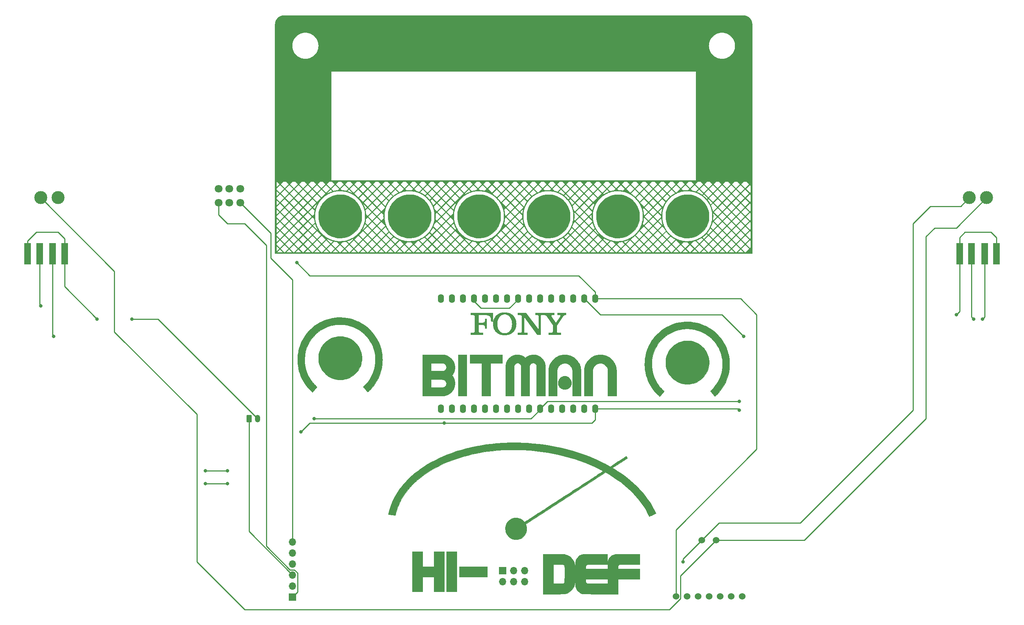
<source format=gbr>
%TF.GenerationSoftware,KiCad,Pcbnew,7.0.7*%
%TF.CreationDate,2024-02-02T14:59:33-08:00*%
%TF.ProjectId,DC32_Cnet_Badge_Main,44433332-5f43-46e6-9574-5f4261646765,rev?*%
%TF.SameCoordinates,Original*%
%TF.FileFunction,Copper,L1,Top*%
%TF.FilePolarity,Positive*%
%FSLAX46Y46*%
G04 Gerber Fmt 4.6, Leading zero omitted, Abs format (unit mm)*
G04 Created by KiCad (PCBNEW 7.0.7) date 2024-02-02 14:59:33*
%MOMM*%
%LPD*%
G01*
G04 APERTURE LIST*
G04 Aperture macros list*
%AMRoundRect*
0 Rectangle with rounded corners*
0 $1 Rounding radius*
0 $2 $3 $4 $5 $6 $7 $8 $9 X,Y pos of 4 corners*
0 Add a 4 corners polygon primitive as box body*
4,1,4,$2,$3,$4,$5,$6,$7,$8,$9,$2,$3,0*
0 Add four circle primitives for the rounded corners*
1,1,$1+$1,$2,$3*
1,1,$1+$1,$4,$5*
1,1,$1+$1,$6,$7*
1,1,$1+$1,$8,$9*
0 Add four rect primitives between the rounded corners*
20,1,$1+$1,$2,$3,$4,$5,0*
20,1,$1+$1,$4,$5,$6,$7,0*
20,1,$1+$1,$6,$7,$8,$9,0*
20,1,$1+$1,$8,$9,$2,$3,0*%
G04 Aperture macros list end*
%ADD10C,0.150000*%
%TA.AperFunction,NonConductor*%
%ADD11C,0.150000*%
%TD*%
%TA.AperFunction,EtchedComponent*%
%ADD12C,0.010000*%
%TD*%
%TA.AperFunction,ComponentPad*%
%ADD13C,1.800000*%
%TD*%
%TA.AperFunction,ComponentPad*%
%ADD14C,1.524000*%
%TD*%
%TA.AperFunction,ComponentPad*%
%ADD15C,3.000000*%
%TD*%
%TA.AperFunction,SMDPad,CuDef*%
%ADD16R,1.500000X5.000000*%
%TD*%
%TA.AperFunction,ComponentPad*%
%ADD17C,2.000000*%
%TD*%
%TA.AperFunction,ComponentPad*%
%ADD18R,1.700000X1.700000*%
%TD*%
%TA.AperFunction,ComponentPad*%
%ADD19O,1.700000X1.700000*%
%TD*%
%TA.AperFunction,ComponentPad*%
%ADD20RoundRect,0.250000X-0.350000X-0.625000X0.350000X-0.625000X0.350000X0.625000X-0.350000X0.625000X0*%
%TD*%
%TA.AperFunction,ComponentPad*%
%ADD21O,1.200000X1.750000*%
%TD*%
%TA.AperFunction,ComponentPad*%
%ADD22O,1.400000X2.000000*%
%TD*%
%TA.AperFunction,ViaPad*%
%ADD23C,0.800000*%
%TD*%
%TA.AperFunction,Conductor*%
%ADD24C,0.250000*%
%TD*%
G04 APERTURE END LIST*
D10*
D11*
G36*
X133753824Y-99233933D02*
G01*
X133898671Y-99244036D01*
X134040962Y-99260876D01*
X134180696Y-99284451D01*
X134317872Y-99314762D01*
X134452492Y-99351808D01*
X134584555Y-99395591D01*
X134714061Y-99446109D01*
X134841010Y-99503363D01*
X134965402Y-99567353D01*
X135087237Y-99638078D01*
X135206516Y-99715539D01*
X135323237Y-99799736D01*
X135437401Y-99890669D01*
X135549009Y-99988338D01*
X135658060Y-100092742D01*
X135762464Y-100201497D01*
X135860132Y-100312828D01*
X135951065Y-100426735D01*
X136035262Y-100543217D01*
X136112723Y-100662276D01*
X136183449Y-100783911D01*
X136247438Y-100908122D01*
X136304692Y-101034909D01*
X136355211Y-101164272D01*
X136398993Y-101296210D01*
X136436040Y-101430725D01*
X136466351Y-101567816D01*
X136489926Y-101707483D01*
X136506765Y-101849726D01*
X136516869Y-101994545D01*
X136520237Y-102141939D01*
X136517565Y-102288428D01*
X136509551Y-102430528D01*
X136496194Y-102568239D01*
X136477494Y-102701561D01*
X136453452Y-102830494D01*
X136424066Y-102955039D01*
X136389338Y-103075195D01*
X136349267Y-103190963D01*
X136303853Y-103302341D01*
X136253096Y-103409331D01*
X136196997Y-103511932D01*
X136135554Y-103610144D01*
X136068769Y-103703968D01*
X135996641Y-103793403D01*
X135919170Y-103878449D01*
X135836357Y-103959106D01*
X135919170Y-104054848D01*
X135996641Y-104154004D01*
X136068769Y-104256577D01*
X136135554Y-104362565D01*
X136196997Y-104471969D01*
X136253096Y-104584788D01*
X136303853Y-104701023D01*
X136349267Y-104820673D01*
X136389338Y-104943739D01*
X136424066Y-105070220D01*
X136453452Y-105200118D01*
X136477494Y-105333430D01*
X136496194Y-105470159D01*
X136509551Y-105610302D01*
X136517565Y-105753862D01*
X136520237Y-105900837D01*
X136516869Y-106048213D01*
X136506765Y-106192974D01*
X136489926Y-106335122D01*
X136466351Y-106474655D01*
X136436040Y-106611574D01*
X136398993Y-106745879D01*
X136355211Y-106877570D01*
X136304692Y-107006646D01*
X136247438Y-107133109D01*
X136183449Y-107256957D01*
X136112723Y-107378191D01*
X136035262Y-107496811D01*
X135951065Y-107612817D01*
X135860132Y-107726209D01*
X135762464Y-107836986D01*
X135658060Y-107945150D01*
X135549009Y-108048667D01*
X135437401Y-108145505D01*
X135323237Y-108235665D01*
X135206516Y-108319146D01*
X135087237Y-108395949D01*
X134965402Y-108466074D01*
X134841010Y-108529520D01*
X134714061Y-108586287D01*
X134584555Y-108636376D01*
X134452492Y-108679786D01*
X134317872Y-108716518D01*
X134180696Y-108746571D01*
X134040962Y-108769946D01*
X133898671Y-108786642D01*
X133753824Y-108796660D01*
X133606420Y-108800000D01*
X129000000Y-108800000D01*
X129000000Y-105041102D01*
X131051639Y-105041102D01*
X131051639Y-106748360D01*
X133606420Y-106748360D01*
X133715291Y-106742397D01*
X133819035Y-106724508D01*
X133917650Y-106694693D01*
X134011138Y-106652952D01*
X134099497Y-106599286D01*
X134182728Y-106533693D01*
X134214584Y-106504117D01*
X134287762Y-106424344D01*
X134348536Y-106339205D01*
X134396908Y-106248699D01*
X134432876Y-106152827D01*
X134456442Y-106051588D01*
X134467605Y-105944982D01*
X134468597Y-105900837D01*
X134462395Y-105792669D01*
X134443791Y-105689510D01*
X134412784Y-105591359D01*
X134369373Y-105498218D01*
X134313560Y-105410085D01*
X134245344Y-105326962D01*
X134214584Y-105295115D01*
X134133405Y-105221937D01*
X134047097Y-105161163D01*
X133955661Y-105112791D01*
X133859096Y-105076823D01*
X133757404Y-105053257D01*
X133650584Y-105042094D01*
X133606420Y-105041102D01*
X131051639Y-105041102D01*
X129000000Y-105041102D01*
X129000000Y-101279762D01*
X131051639Y-101279762D01*
X131051639Y-102989462D01*
X133606420Y-102989462D01*
X133715291Y-102983440D01*
X133819035Y-102965372D01*
X133917650Y-102935259D01*
X134011138Y-102893101D01*
X134099497Y-102838897D01*
X134182728Y-102772649D01*
X134214584Y-102742777D01*
X134287762Y-102663064D01*
X134348536Y-102578104D01*
X134396908Y-102487896D01*
X134432876Y-102392441D01*
X134456442Y-102291739D01*
X134467605Y-102185789D01*
X134468597Y-102141939D01*
X134462395Y-102033068D01*
X134443791Y-101929324D01*
X134412784Y-101830709D01*
X134369373Y-101737221D01*
X134313560Y-101648862D01*
X134245344Y-101565631D01*
X134214584Y-101533775D01*
X134133405Y-101460597D01*
X134047097Y-101399823D01*
X133955661Y-101351451D01*
X133859096Y-101315483D01*
X133757404Y-101291917D01*
X133650584Y-101280754D01*
X133606420Y-101279762D01*
X131051639Y-101279762D01*
X129000000Y-101279762D01*
X129000000Y-99230565D01*
X133606420Y-99230565D01*
X133753824Y-99233933D01*
G37*
G36*
X137196789Y-99230565D02*
G01*
X139248429Y-99230565D01*
X139248429Y-108800000D01*
X137196789Y-108800000D01*
X137196789Y-99230565D01*
G37*
G36*
X139932309Y-99230565D02*
G01*
X147452547Y-99230565D01*
X147452547Y-101279762D01*
X144717027Y-101279762D01*
X144717027Y-108800000D01*
X142667829Y-108800000D01*
X142667829Y-101279762D01*
X139932309Y-101279762D01*
X139932309Y-99230565D01*
G37*
G36*
X150180739Y-108800000D02*
G01*
X148129099Y-108800000D01*
X148129099Y-101963642D01*
X148132219Y-101824739D01*
X148141579Y-101688297D01*
X148157178Y-101554316D01*
X148179016Y-101422797D01*
X148207095Y-101293739D01*
X148241413Y-101167143D01*
X148281971Y-101043009D01*
X148328768Y-100921336D01*
X148381805Y-100802124D01*
X148441081Y-100685374D01*
X148506598Y-100571086D01*
X148578353Y-100459259D01*
X148656349Y-100349893D01*
X148740584Y-100242990D01*
X148831059Y-100138547D01*
X148927773Y-100036566D01*
X149029220Y-99938964D01*
X149133281Y-99847660D01*
X149239956Y-99762652D01*
X149349245Y-99683941D01*
X149461148Y-99611526D01*
X149575666Y-99545409D01*
X149692797Y-99485589D01*
X149812543Y-99432065D01*
X149934903Y-99384838D01*
X150059877Y-99343909D01*
X150187465Y-99309276D01*
X150317668Y-99280940D01*
X150450484Y-99258901D01*
X150585915Y-99243159D01*
X150723960Y-99233713D01*
X150864619Y-99230565D01*
X151003198Y-99233236D01*
X151138667Y-99241250D01*
X151271026Y-99254607D01*
X151400274Y-99273307D01*
X151526412Y-99297350D01*
X151649440Y-99326735D01*
X151769358Y-99361464D01*
X151886165Y-99401535D01*
X151999862Y-99446949D01*
X152110449Y-99497705D01*
X152217925Y-99553805D01*
X152322291Y-99615247D01*
X152423547Y-99682032D01*
X152521692Y-99754160D01*
X152616728Y-99831631D01*
X152708653Y-99914445D01*
X152807437Y-99831631D01*
X152909008Y-99754160D01*
X153013365Y-99682032D01*
X153120507Y-99615247D01*
X153230436Y-99553805D01*
X153343150Y-99497705D01*
X153458650Y-99446949D01*
X153576936Y-99401535D01*
X153698008Y-99361464D01*
X153821866Y-99326735D01*
X153948510Y-99297350D01*
X154077939Y-99273307D01*
X154210155Y-99254607D01*
X154345156Y-99241250D01*
X154482943Y-99233236D01*
X154623517Y-99230565D01*
X154762420Y-99233713D01*
X154898862Y-99243159D01*
X155032843Y-99258901D01*
X155164362Y-99280940D01*
X155293419Y-99309276D01*
X155420015Y-99343909D01*
X155544150Y-99384838D01*
X155665823Y-99432065D01*
X155785034Y-99485589D01*
X155901784Y-99545409D01*
X156016073Y-99611526D01*
X156127900Y-99683941D01*
X156237265Y-99762652D01*
X156344169Y-99847660D01*
X156448612Y-99938964D01*
X156550593Y-100036566D01*
X156648194Y-100138547D01*
X156739499Y-100242990D01*
X156824507Y-100349893D01*
X156903218Y-100459259D01*
X156975632Y-100571086D01*
X157041750Y-100685374D01*
X157101570Y-100802124D01*
X157155094Y-100921336D01*
X157202320Y-101043009D01*
X157243250Y-101167143D01*
X157277883Y-101293739D01*
X157306219Y-101422797D01*
X157328258Y-101554316D01*
X157344000Y-101688297D01*
X157353446Y-101824739D01*
X157356594Y-101963642D01*
X157356594Y-108800000D01*
X155280530Y-108800000D01*
X155280530Y-101963642D01*
X155272287Y-101853647D01*
X155247557Y-101748976D01*
X155206341Y-101649628D01*
X155148639Y-101555604D01*
X155074450Y-101466904D01*
X155046057Y-101438520D01*
X154971579Y-101373083D01*
X154877012Y-101309198D01*
X154776777Y-101261284D01*
X154670874Y-101229342D01*
X154559305Y-101213371D01*
X154501395Y-101211374D01*
X154401039Y-101216920D01*
X154287695Y-101238215D01*
X154182079Y-101275481D01*
X154084191Y-101328718D01*
X153994031Y-101397927D01*
X153951849Y-101438520D01*
X153877975Y-101525446D01*
X153819385Y-101617695D01*
X153776080Y-101715268D01*
X153748059Y-101818165D01*
X153735322Y-101926386D01*
X153734473Y-101963642D01*
X153734473Y-108800000D01*
X151682833Y-108800000D01*
X151682833Y-101963642D01*
X151675105Y-101853647D01*
X151651921Y-101748976D01*
X151613281Y-101649628D01*
X151559185Y-101555604D01*
X151489633Y-101466904D01*
X151463014Y-101438520D01*
X151378149Y-101361326D01*
X151286587Y-101300103D01*
X151188327Y-101254851D01*
X151083369Y-101225571D01*
X150971714Y-101212262D01*
X150933007Y-101211374D01*
X150822182Y-101219360D01*
X150716852Y-101243317D01*
X150617018Y-101283245D01*
X150522679Y-101339144D01*
X150433836Y-101411014D01*
X150405443Y-101438520D01*
X150329079Y-101525446D01*
X150268514Y-101617695D01*
X150223749Y-101715268D01*
X150194783Y-101818165D01*
X150181617Y-101926386D01*
X150180739Y-101963642D01*
X150180739Y-108800000D01*
G37*
G36*
X165555826Y-108800000D02*
G01*
X163504187Y-108800000D01*
X163504187Y-102989462D01*
X163499786Y-102860619D01*
X163486584Y-102735125D01*
X163464581Y-102612980D01*
X163433776Y-102494183D01*
X163394170Y-102378736D01*
X163345763Y-102266637D01*
X163288554Y-102157887D01*
X163222544Y-102052486D01*
X163147733Y-101950433D01*
X163064120Y-101851729D01*
X163003489Y-101787787D01*
X162908198Y-101696998D01*
X162809173Y-101615138D01*
X162706412Y-101542209D01*
X162599916Y-101478210D01*
X162489684Y-101423140D01*
X162375718Y-101377001D01*
X162258016Y-101339793D01*
X162136579Y-101311514D01*
X162011407Y-101292165D01*
X161882500Y-101281747D01*
X161794487Y-101279762D01*
X161665644Y-101284227D01*
X161540150Y-101297622D01*
X161418004Y-101319948D01*
X161299208Y-101351203D01*
X161183760Y-101391389D01*
X161071661Y-101440505D01*
X160962911Y-101498550D01*
X160857510Y-101565526D01*
X160755457Y-101641432D01*
X160656754Y-101726269D01*
X160592812Y-101787787D01*
X160502459Y-101884259D01*
X160420993Y-101984078D01*
X160348414Y-102087247D01*
X160284722Y-102193765D01*
X160229918Y-102303631D01*
X160184001Y-102416846D01*
X160146971Y-102533410D01*
X160118828Y-102653323D01*
X160099572Y-102776584D01*
X160089204Y-102903195D01*
X160087229Y-102989462D01*
X160087229Y-108800000D01*
X158035589Y-108800000D01*
X158035589Y-102989462D01*
X158039911Y-102797922D01*
X158052877Y-102609817D01*
X158074487Y-102425147D01*
X158104740Y-102243911D01*
X158143638Y-102066110D01*
X158191179Y-101891743D01*
X158247365Y-101720811D01*
X158312194Y-101553314D01*
X158385667Y-101389252D01*
X158467785Y-101228624D01*
X158558546Y-101071431D01*
X158657950Y-100917672D01*
X158765999Y-100767348D01*
X158882692Y-100620459D01*
X159008029Y-100477005D01*
X159142009Y-100336985D01*
X159282315Y-100203004D01*
X159426018Y-100077668D01*
X159573117Y-99960975D01*
X159723613Y-99852926D01*
X159877505Y-99753521D01*
X160034793Y-99662760D01*
X160195478Y-99580643D01*
X160359560Y-99507170D01*
X160527038Y-99442340D01*
X160697913Y-99386155D01*
X160872184Y-99338614D01*
X161049851Y-99299716D01*
X161230915Y-99269462D01*
X161415376Y-99247853D01*
X161603233Y-99234887D01*
X161794487Y-99230565D01*
X161987486Y-99234887D01*
X162176917Y-99247853D01*
X162362781Y-99269462D01*
X162545075Y-99299716D01*
X162723802Y-99338614D01*
X162898960Y-99386155D01*
X163070551Y-99442340D01*
X163238572Y-99507170D01*
X163403026Y-99580643D01*
X163563912Y-99662760D01*
X163721229Y-99753521D01*
X163874978Y-99852926D01*
X164025158Y-99960975D01*
X164171771Y-100077668D01*
X164314815Y-100203004D01*
X164454291Y-100336985D01*
X164587680Y-100477005D01*
X164712464Y-100620459D01*
X164828641Y-100767348D01*
X164936213Y-100917672D01*
X165035179Y-101071431D01*
X165125539Y-101228624D01*
X165207294Y-101389252D01*
X165280443Y-101553314D01*
X165344986Y-101720811D01*
X165400923Y-101891743D01*
X165448255Y-102066110D01*
X165486980Y-102243911D01*
X165517101Y-102425147D01*
X165538615Y-102609817D01*
X165551524Y-102797922D01*
X165555826Y-102989462D01*
X165555826Y-108800000D01*
G37*
G36*
X160224005Y-105724982D02*
G01*
X160228019Y-105605670D01*
X160240062Y-105489536D01*
X160260133Y-105376578D01*
X160288233Y-105266798D01*
X160324362Y-105160194D01*
X160368519Y-105056768D01*
X160420704Y-104956519D01*
X160480918Y-104859446D01*
X160549161Y-104765551D01*
X160625432Y-104674833D01*
X160680739Y-104616120D01*
X160768552Y-104533187D01*
X160859800Y-104458411D01*
X160954482Y-104391793D01*
X161052599Y-104333332D01*
X161154151Y-104283029D01*
X161259137Y-104240882D01*
X161367558Y-104206893D01*
X161479413Y-104181062D01*
X161594704Y-104163388D01*
X161713428Y-104153871D01*
X161794487Y-104152058D01*
X161913362Y-104156137D01*
X162029103Y-104168373D01*
X162141710Y-104188766D01*
X162251183Y-104217317D01*
X162357521Y-104254025D01*
X162460726Y-104298890D01*
X162560796Y-104351913D01*
X162657732Y-104413093D01*
X162751535Y-104482430D01*
X162842203Y-104559925D01*
X162900907Y-104616120D01*
X162984276Y-104704720D01*
X163059445Y-104796497D01*
X163126414Y-104891451D01*
X163185182Y-104989582D01*
X163235751Y-105090890D01*
X163278119Y-105195376D01*
X163312287Y-105303038D01*
X163338254Y-105413878D01*
X163356021Y-105527894D01*
X163365588Y-105645088D01*
X163367411Y-105724982D01*
X163363310Y-105845997D01*
X163351010Y-105963577D01*
X163330509Y-106077722D01*
X163301808Y-106188433D01*
X163264907Y-106295709D01*
X163219806Y-106399550D01*
X163166504Y-106499957D01*
X163105002Y-106596929D01*
X163035300Y-106690466D01*
X162957397Y-106780569D01*
X162900907Y-106838729D01*
X162812328Y-106920353D01*
X162720615Y-106993948D01*
X162625769Y-107059514D01*
X162527788Y-107117052D01*
X162426672Y-107166561D01*
X162322423Y-107208042D01*
X162215040Y-107241494D01*
X162104522Y-107266918D01*
X161990871Y-107284313D01*
X161874085Y-107293679D01*
X161794487Y-107295464D01*
X161673472Y-107291449D01*
X161555892Y-107279407D01*
X161441746Y-107259335D01*
X161331036Y-107231235D01*
X161223760Y-107195107D01*
X161119918Y-107150950D01*
X161019512Y-107098765D01*
X160922540Y-107038551D01*
X160829002Y-106970308D01*
X160738900Y-106894037D01*
X160680739Y-106838729D01*
X160599116Y-106750917D01*
X160525521Y-106659669D01*
X160459955Y-106564987D01*
X160402417Y-106466870D01*
X160352908Y-106365318D01*
X160311427Y-106260332D01*
X160277975Y-106151911D01*
X160252551Y-106040055D01*
X160235156Y-105924765D01*
X160225789Y-105806040D01*
X160224005Y-105724982D01*
G37*
G36*
X173752616Y-108800000D02*
G01*
X171700976Y-108800000D01*
X171700976Y-102989462D01*
X171696576Y-102860619D01*
X171683374Y-102735125D01*
X171661370Y-102612980D01*
X171630566Y-102494183D01*
X171590960Y-102378736D01*
X171542553Y-102266637D01*
X171485344Y-102157887D01*
X171419334Y-102052486D01*
X171344523Y-101950433D01*
X171260910Y-101851729D01*
X171200279Y-101787787D01*
X171104988Y-101696998D01*
X171005962Y-101615138D01*
X170903202Y-101542209D01*
X170796705Y-101478210D01*
X170686474Y-101423140D01*
X170572508Y-101377001D01*
X170454806Y-101339793D01*
X170333369Y-101311514D01*
X170208197Y-101292165D01*
X170079290Y-101281747D01*
X169991277Y-101279762D01*
X169862434Y-101284227D01*
X169736940Y-101297622D01*
X169614794Y-101319948D01*
X169495998Y-101351203D01*
X169380550Y-101391389D01*
X169268451Y-101440505D01*
X169159701Y-101498550D01*
X169054300Y-101565526D01*
X168952247Y-101641432D01*
X168853544Y-101726269D01*
X168789602Y-101787787D01*
X168699249Y-101884259D01*
X168617783Y-101984078D01*
X168545204Y-102087247D01*
X168481512Y-102193765D01*
X168426708Y-102303631D01*
X168380791Y-102416846D01*
X168343761Y-102533410D01*
X168315618Y-102653323D01*
X168296362Y-102776584D01*
X168285994Y-102903195D01*
X168284019Y-102989462D01*
X168284019Y-108800000D01*
X166232379Y-108800000D01*
X166232379Y-102989462D01*
X166236701Y-102797922D01*
X166249667Y-102609817D01*
X166271277Y-102425147D01*
X166301530Y-102243911D01*
X166340428Y-102066110D01*
X166387969Y-101891743D01*
X166444155Y-101720811D01*
X166508984Y-101553314D01*
X166582457Y-101389252D01*
X166664574Y-101228624D01*
X166755335Y-101071431D01*
X166854740Y-100917672D01*
X166962789Y-100767348D01*
X167079482Y-100620459D01*
X167204819Y-100477005D01*
X167338799Y-100336985D01*
X167479105Y-100203004D01*
X167622808Y-100077668D01*
X167769907Y-99960975D01*
X167920403Y-99852926D01*
X168074295Y-99753521D01*
X168231583Y-99662760D01*
X168392268Y-99580643D01*
X168556350Y-99507170D01*
X168723828Y-99442340D01*
X168894702Y-99386155D01*
X169068974Y-99338614D01*
X169246641Y-99299716D01*
X169427705Y-99269462D01*
X169612166Y-99247853D01*
X169800023Y-99234887D01*
X169991277Y-99230565D01*
X170184276Y-99234887D01*
X170373707Y-99247853D01*
X170559570Y-99269462D01*
X170741865Y-99299716D01*
X170920592Y-99338614D01*
X171095750Y-99386155D01*
X171267340Y-99442340D01*
X171435362Y-99507170D01*
X171599816Y-99580643D01*
X171760701Y-99662760D01*
X171918019Y-99753521D01*
X172071768Y-99852926D01*
X172221948Y-99960975D01*
X172368561Y-100077668D01*
X172511605Y-100203004D01*
X172651081Y-100336985D01*
X172784470Y-100477005D01*
X172909253Y-100620459D01*
X173025431Y-100767348D01*
X173133003Y-100917672D01*
X173231969Y-101071431D01*
X173322329Y-101228624D01*
X173404084Y-101389252D01*
X173477233Y-101553314D01*
X173541776Y-101720811D01*
X173597713Y-101891743D01*
X173645045Y-102066110D01*
X173683770Y-102243911D01*
X173713891Y-102425147D01*
X173735405Y-102609817D01*
X173748314Y-102797922D01*
X173752616Y-102989462D01*
X173752616Y-108800000D01*
G37*
D10*
D11*
G36*
X140069609Y-90127843D02*
G01*
X140664340Y-90127843D01*
X140715020Y-90127843D01*
X140733949Y-90127843D01*
X140792434Y-90135088D01*
X140841959Y-90145231D01*
X140895265Y-90165267D01*
X140935549Y-90195263D01*
X140964469Y-90237967D01*
X140983686Y-90296127D01*
X140992731Y-90351544D01*
X140997951Y-90418359D01*
X140999653Y-90469807D01*
X141000174Y-90527180D01*
X141000174Y-93481297D01*
X141000174Y-93734089D01*
X140999733Y-93791260D01*
X140998252Y-93842557D01*
X140993552Y-93909223D01*
X140985162Y-93964563D01*
X140966836Y-94022693D01*
X140938591Y-94065394D01*
X140898512Y-94095360D01*
X140844680Y-94115278D01*
X140794126Y-94125243D01*
X140733949Y-94132205D01*
X140683270Y-94138119D01*
X140664340Y-94139532D01*
X140076936Y-94139532D01*
X140076936Y-94650000D01*
X142946789Y-94650000D01*
X142946789Y-94139532D01*
X142414340Y-94139532D01*
X142364308Y-94134850D01*
X142330076Y-94132205D01*
X142271784Y-94127921D01*
X142219859Y-94122611D01*
X142153122Y-94111915D01*
X142098688Y-94096835D01*
X142043148Y-94067761D01*
X142004446Y-94025735D01*
X141979704Y-93967810D01*
X141968578Y-93912158D01*
X141962474Y-93844661D01*
X141960595Y-93792468D01*
X141960048Y-93734089D01*
X141960048Y-92348011D01*
X142708653Y-92348011D01*
X142799477Y-92350009D01*
X142882950Y-92356156D01*
X142959279Y-92366679D01*
X143028668Y-92381804D01*
X143091324Y-92401759D01*
X143147453Y-92426772D01*
X143197259Y-92457069D01*
X143240949Y-92492877D01*
X143278729Y-92534424D01*
X143310804Y-92581938D01*
X143337380Y-92635644D01*
X143358663Y-92695771D01*
X143374858Y-92762545D01*
X143386171Y-92836193D01*
X143392808Y-92916944D01*
X143394975Y-93005024D01*
X143394975Y-93243161D01*
X143843161Y-93243161D01*
X143843161Y-90926517D01*
X143380321Y-90926517D01*
X143380321Y-91178087D01*
X143380072Y-91228512D01*
X143378336Y-91279234D01*
X143374214Y-91325854D01*
X143363401Y-91397359D01*
X143349528Y-91462721D01*
X143332285Y-91522151D01*
X143311360Y-91575860D01*
X143286443Y-91624059D01*
X143257221Y-91666960D01*
X143223384Y-91704772D01*
X143184621Y-91737709D01*
X143140620Y-91765980D01*
X143091069Y-91789797D01*
X143035658Y-91809370D01*
X142974076Y-91824911D01*
X142906011Y-91836631D01*
X142831151Y-91844742D01*
X142749186Y-91849453D01*
X142659804Y-91850976D01*
X141960048Y-91850976D01*
X141960048Y-90127843D01*
X143479239Y-90127843D01*
X143558940Y-90128567D01*
X143635508Y-90130761D01*
X143709003Y-90134453D01*
X143779481Y-90139676D01*
X143847003Y-90146460D01*
X143911626Y-90154835D01*
X143973409Y-90164832D01*
X144032411Y-90176482D01*
X144088690Y-90189815D01*
X144142305Y-90204862D01*
X144193315Y-90221654D01*
X144241777Y-90240221D01*
X144287752Y-90260594D01*
X144331296Y-90282804D01*
X144411331Y-90332855D01*
X144482349Y-90390619D01*
X144544820Y-90456343D01*
X144599212Y-90530270D01*
X144645995Y-90612646D01*
X144666679Y-90657079D01*
X144685636Y-90703716D01*
X144702925Y-90752588D01*
X144718604Y-90803726D01*
X144732733Y-90857159D01*
X144745369Y-90912919D01*
X144756571Y-90971036D01*
X144766399Y-91031542D01*
X144774814Y-91081133D01*
X144781623Y-91136413D01*
X144785656Y-91191522D01*
X144787087Y-91240681D01*
X144787159Y-91255024D01*
X144794487Y-91584752D01*
X145270760Y-91584752D01*
X145270760Y-89610048D01*
X140069609Y-89610048D01*
X140069609Y-90127843D01*
G37*
G36*
X148080624Y-89474010D02*
G01*
X148229637Y-89483474D01*
X148375071Y-89499110D01*
X148516836Y-89520804D01*
X148654841Y-89548445D01*
X148788997Y-89581920D01*
X148919213Y-89621115D01*
X149045400Y-89665919D01*
X149167467Y-89716218D01*
X149285323Y-89771900D01*
X149398880Y-89832852D01*
X149508047Y-89898961D01*
X149612733Y-89970115D01*
X149712849Y-90046201D01*
X149808305Y-90127106D01*
X149899009Y-90212718D01*
X149984874Y-90302923D01*
X150065807Y-90397610D01*
X150141719Y-90496665D01*
X150212520Y-90599976D01*
X150278120Y-90707430D01*
X150338429Y-90818914D01*
X150393357Y-90934317D01*
X150442812Y-91053524D01*
X150486706Y-91176423D01*
X150524949Y-91302902D01*
X150557449Y-91432847D01*
X150584118Y-91566147D01*
X150604864Y-91702689D01*
X150619598Y-91842359D01*
X150628230Y-91985045D01*
X150630669Y-92130635D01*
X150626258Y-92274833D01*
X150615828Y-92416098D01*
X150599466Y-92554320D01*
X150577256Y-92689393D01*
X150549284Y-92821208D01*
X150515635Y-92949657D01*
X150476395Y-93074634D01*
X150431650Y-93196029D01*
X150381484Y-93313736D01*
X150325983Y-93427647D01*
X150265233Y-93537653D01*
X150199318Y-93643647D01*
X150128325Y-93745522D01*
X150052339Y-93843169D01*
X149971445Y-93936480D01*
X149885729Y-94025348D01*
X149795275Y-94109666D01*
X149700170Y-94189324D01*
X149600499Y-94264217D01*
X149496347Y-94334235D01*
X149387800Y-94399270D01*
X149274943Y-94459216D01*
X149157862Y-94513965D01*
X149036641Y-94563408D01*
X148911367Y-94607438D01*
X148782125Y-94645946D01*
X148649000Y-94678827D01*
X148512077Y-94705970D01*
X148371443Y-94727270D01*
X148227182Y-94742617D01*
X148079380Y-94751904D01*
X147928122Y-94755024D01*
X147775624Y-94751844D01*
X147626621Y-94742380D01*
X147481203Y-94726744D01*
X147339459Y-94705050D01*
X147201479Y-94677409D01*
X147067352Y-94643934D01*
X146937168Y-94604739D01*
X146811017Y-94559935D01*
X146688986Y-94509636D01*
X146571167Y-94453954D01*
X146457649Y-94393002D01*
X146348520Y-94326893D01*
X146243871Y-94255739D01*
X146143790Y-94179653D01*
X146048368Y-94098748D01*
X145957693Y-94013136D01*
X145871856Y-93922931D01*
X145790945Y-93828244D01*
X145715050Y-93729189D01*
X145644261Y-93625878D01*
X145578667Y-93518424D01*
X145518357Y-93406939D01*
X145463420Y-93291537D01*
X145413948Y-93172330D01*
X145370027Y-93049431D01*
X145331749Y-92922952D01*
X145299203Y-92793006D01*
X145272477Y-92659707D01*
X145251663Y-92523165D01*
X145236848Y-92383495D01*
X145228122Y-92240809D01*
X145226589Y-92153181D01*
X146241389Y-92153181D01*
X146242048Y-92210298D01*
X146243600Y-92266581D01*
X146246038Y-92322043D01*
X146249358Y-92376698D01*
X146253556Y-92430558D01*
X146258625Y-92483636D01*
X146264561Y-92535944D01*
X146271360Y-92587496D01*
X146279016Y-92638303D01*
X146287525Y-92688380D01*
X146296881Y-92737738D01*
X146307079Y-92786390D01*
X146318115Y-92834349D01*
X146342681Y-92928240D01*
X146370538Y-93019512D01*
X146401647Y-93108267D01*
X146435970Y-93194606D01*
X146473465Y-93278633D01*
X146514095Y-93360449D01*
X146557820Y-93440155D01*
X146604600Y-93517855D01*
X146654396Y-93593649D01*
X146715360Y-93676943D01*
X146779940Y-93754864D01*
X146847895Y-93827410D01*
X146918982Y-93894583D01*
X146992961Y-93956382D01*
X147069591Y-94012807D01*
X147148629Y-94063858D01*
X147229836Y-94109536D01*
X147312969Y-94149840D01*
X147397788Y-94184769D01*
X147484050Y-94214325D01*
X147571516Y-94238508D01*
X147659943Y-94257316D01*
X147749090Y-94270750D01*
X147838716Y-94278811D01*
X147928580Y-94281498D01*
X148018441Y-94278811D01*
X148108056Y-94270750D01*
X148197186Y-94257316D01*
X148285587Y-94238508D01*
X148373021Y-94214325D01*
X148459244Y-94184769D01*
X148544016Y-94149840D01*
X148627096Y-94109536D01*
X148708242Y-94063858D01*
X148787212Y-94012807D01*
X148863767Y-93956382D01*
X148937663Y-93894583D01*
X149008661Y-93827410D01*
X149076519Y-93754864D01*
X149140995Y-93676943D01*
X149201849Y-93593649D01*
X149251645Y-93517855D01*
X149298427Y-93440155D01*
X149342158Y-93360449D01*
X149382798Y-93278633D01*
X149420312Y-93194606D01*
X149454662Y-93108267D01*
X149485809Y-93019512D01*
X149513716Y-92928240D01*
X149538347Y-92834349D01*
X149549421Y-92786390D01*
X149559662Y-92737738D01*
X149569065Y-92688380D01*
X149577625Y-92638303D01*
X149585338Y-92587496D01*
X149592198Y-92535944D01*
X149598202Y-92483636D01*
X149603344Y-92430558D01*
X149607620Y-92376698D01*
X149611025Y-92322043D01*
X149613554Y-92266581D01*
X149615203Y-92210298D01*
X149615966Y-92153181D01*
X149615840Y-92095219D01*
X149612936Y-91969575D01*
X149605674Y-91847291D01*
X149594169Y-91728411D01*
X149578534Y-91612973D01*
X149558884Y-91501021D01*
X149535332Y-91392594D01*
X149507995Y-91287735D01*
X149476985Y-91186483D01*
X149442416Y-91088881D01*
X149404404Y-90994970D01*
X149363063Y-90904790D01*
X149318506Y-90818383D01*
X149270848Y-90735789D01*
X149220203Y-90657051D01*
X149166686Y-90582209D01*
X149110410Y-90511304D01*
X149051491Y-90444378D01*
X148990042Y-90381472D01*
X148926177Y-90322626D01*
X148860011Y-90267882D01*
X148791659Y-90217281D01*
X148721233Y-90170865D01*
X148648850Y-90128674D01*
X148574622Y-90090749D01*
X148498664Y-90057132D01*
X148421091Y-90027863D01*
X148342016Y-90002985D01*
X148261554Y-89982538D01*
X148179820Y-89966563D01*
X148096927Y-89955101D01*
X148012990Y-89948194D01*
X147928122Y-89945882D01*
X147843255Y-89948194D01*
X147759318Y-89955101D01*
X147676426Y-89966563D01*
X147594693Y-89982538D01*
X147514233Y-90002985D01*
X147435162Y-90027863D01*
X147357593Y-90057132D01*
X147281642Y-90090749D01*
X147207422Y-90128674D01*
X147135049Y-90170865D01*
X147064636Y-90217281D01*
X146996298Y-90267882D01*
X146930149Y-90322626D01*
X146866305Y-90381472D01*
X146804880Y-90444378D01*
X146745987Y-90511304D01*
X146689742Y-90582209D01*
X146636259Y-90657051D01*
X146585652Y-90735789D01*
X146538037Y-90818383D01*
X146493527Y-90904790D01*
X146452237Y-90994970D01*
X146414282Y-91088881D01*
X146379775Y-91186483D01*
X146348832Y-91287735D01*
X146321567Y-91392594D01*
X146298095Y-91501021D01*
X146278529Y-91612973D01*
X146262985Y-91728411D01*
X146251576Y-91847291D01*
X146244419Y-91969575D01*
X146241625Y-92095219D01*
X146241389Y-92153181D01*
X145226589Y-92153181D01*
X145225575Y-92095219D01*
X145229345Y-91951021D01*
X145239222Y-91809756D01*
X145255116Y-91671534D01*
X145276935Y-91536461D01*
X145304591Y-91404646D01*
X145337993Y-91276197D01*
X145377052Y-91151220D01*
X145421676Y-91029824D01*
X145471775Y-90912117D01*
X145527261Y-90798207D01*
X145588042Y-90688201D01*
X145654028Y-90582206D01*
X145725130Y-90480332D01*
X145801257Y-90382685D01*
X145882319Y-90289374D01*
X145968226Y-90200505D01*
X146058888Y-90116188D01*
X146154215Y-90036529D01*
X146254116Y-89961637D01*
X146358502Y-89891619D01*
X146467282Y-89826583D01*
X146580367Y-89766637D01*
X146697665Y-89711889D01*
X146819088Y-89662446D01*
X146944545Y-89618416D01*
X147073945Y-89579907D01*
X147207200Y-89547027D01*
X147344217Y-89519884D01*
X147484909Y-89498584D01*
X147629183Y-89483237D01*
X147776951Y-89473950D01*
X147928122Y-89470830D01*
X148080624Y-89474010D01*
G37*
G36*
X150909106Y-94650000D02*
G01*
X153233077Y-94650000D01*
X153233077Y-94139532D01*
X152644452Y-94139532D01*
X152593613Y-94137680D01*
X152537886Y-94128166D01*
X152485556Y-94101407D01*
X152449817Y-94053540D01*
X152431256Y-93996741D01*
X152422229Y-93941695D01*
X152416711Y-93874800D01*
X152414679Y-93823095D01*
X152413750Y-93765337D01*
X152413642Y-93734089D01*
X152413642Y-90646859D01*
X155431263Y-94650000D01*
X156264131Y-94650000D01*
X156264131Y-90527180D01*
X156265664Y-90477149D01*
X156271458Y-90442916D01*
X156274037Y-90389803D01*
X156278557Y-90321614D01*
X156284681Y-90266088D01*
X156296939Y-90209595D01*
X156321916Y-90163003D01*
X156371694Y-90134691D01*
X156420303Y-90127913D01*
X156483808Y-90127357D01*
X156502267Y-90127843D01*
X157062805Y-90127843D01*
X157062805Y-89610048D01*
X154962316Y-89610048D01*
X154962316Y-90127843D01*
X155549720Y-90127843D01*
X155600236Y-90135239D01*
X155626657Y-90142498D01*
X155667157Y-90173884D01*
X155694778Y-90219849D01*
X155707600Y-90271627D01*
X155710921Y-90303698D01*
X155718248Y-90442916D01*
X155718248Y-90527180D01*
X155718248Y-93432449D01*
X152841067Y-89610048D01*
X150916434Y-89610048D01*
X150916434Y-90127843D01*
X151545359Y-90127843D01*
X151580774Y-90127843D01*
X151642180Y-90136353D01*
X151693096Y-90146975D01*
X151746343Y-90166743D01*
X151792615Y-90204925D01*
X151816210Y-90250122D01*
X151830371Y-90311784D01*
X151836186Y-90370747D01*
X151838962Y-90442099D01*
X151839605Y-90497212D01*
X151839672Y-90527180D01*
X151839672Y-93734089D01*
X151839672Y-93786102D01*
X151839672Y-93837238D01*
X151839672Y-93852547D01*
X151834890Y-93912955D01*
X151827825Y-93964739D01*
X151814131Y-94021383D01*
X151788757Y-94074208D01*
X151752410Y-94109586D01*
X151703160Y-94130228D01*
X151653174Y-94137953D01*
X151608862Y-94139532D01*
X150909106Y-94139532D01*
X150909106Y-94650000D01*
G37*
G36*
X156921144Y-90127843D02*
G01*
X157103105Y-90127843D01*
X157151953Y-90127843D01*
X157218538Y-90136849D01*
X157277748Y-90148754D01*
X157331034Y-90164592D01*
X157379843Y-90185395D01*
X157425626Y-90212195D01*
X157469832Y-90246025D01*
X157513908Y-90287917D01*
X157559305Y-90338903D01*
X157591018Y-90378457D01*
X157624392Y-90422817D01*
X157659855Y-90472289D01*
X157697836Y-90527180D01*
X159014305Y-92507990D01*
X159014305Y-93467864D01*
X159014305Y-93734089D01*
X159013914Y-93793675D01*
X159012495Y-93846765D01*
X159007627Y-93915093D01*
X158998362Y-93971057D01*
X158977008Y-94028778D01*
X158942652Y-94070128D01*
X158892333Y-94098311D01*
X158842334Y-94112737D01*
X158780440Y-94122912D01*
X158705401Y-94130189D01*
X158677250Y-94132205D01*
X158628803Y-94139308D01*
X158607641Y-94139532D01*
X158075191Y-94139532D01*
X158075191Y-94650000D01*
X160890090Y-94650000D01*
X160890090Y-94139532D01*
X160357641Y-94139532D01*
X160307609Y-94134850D01*
X160273377Y-94132205D01*
X160223835Y-94128002D01*
X160159860Y-94119909D01*
X160107311Y-94108467D01*
X160053108Y-94085665D01*
X160014632Y-94051299D01*
X159989266Y-94002164D01*
X159977268Y-93953693D01*
X159970067Y-93893758D01*
X159966556Y-93821007D01*
X159965720Y-93764719D01*
X159965631Y-93734089D01*
X159965631Y-92536078D01*
X161310188Y-90527180D01*
X161338135Y-90484950D01*
X161369585Y-90443078D01*
X161379797Y-90429483D01*
X161414255Y-90384368D01*
X161446804Y-90343681D01*
X161492569Y-90290494D01*
X161535378Y-90246091D01*
X161576034Y-90209766D01*
X161628279Y-90172678D01*
X161680027Y-90147022D01*
X161733182Y-90131122D01*
X161789645Y-90123304D01*
X161835310Y-90121737D01*
X161897592Y-90127843D01*
X162086880Y-90127843D01*
X162086880Y-89610048D01*
X160106071Y-89610048D01*
X160106071Y-90121737D01*
X160588450Y-90121737D01*
X160637540Y-90126427D01*
X160659281Y-90127843D01*
X160708721Y-90138131D01*
X160757448Y-90163456D01*
X160783775Y-90206662D01*
X160781036Y-90255654D01*
X160764305Y-90296371D01*
X160742018Y-90340711D01*
X160713256Y-90389765D01*
X160683924Y-90436182D01*
X160653191Y-90483152D01*
X160623866Y-90527180D01*
X159734822Y-91905931D01*
X158838450Y-90527180D01*
X158810668Y-90483358D01*
X158780950Y-90435494D01*
X158755000Y-90391961D01*
X158729228Y-90345486D01*
X158705338Y-90296371D01*
X158687649Y-90245795D01*
X158695454Y-90191986D01*
X158733025Y-90157675D01*
X158789042Y-90137754D01*
X158839004Y-90129339D01*
X158853105Y-90127843D01*
X158903785Y-90127843D01*
X158922714Y-90127843D01*
X159391660Y-90127843D01*
X159391660Y-89610048D01*
X156921144Y-89610048D01*
X156921144Y-90127843D01*
G37*
%TO.C,Ref\u002A\u002A*%
D12*
X136891833Y-153864666D02*
X134500000Y-153864666D01*
X134500000Y-144657166D01*
X136891833Y-144657166D01*
X136891833Y-153864666D01*
%TA.AperFunction,EtchedComponent*%
G36*
X136891833Y-153864666D02*
G01*
X134500000Y-153864666D01*
X134500000Y-144657166D01*
X136891833Y-144657166D01*
X136891833Y-153864666D01*
G37*
%TD.AperFunction*%
X143892333Y-150456833D02*
X137500000Y-150456833D01*
X137500000Y-148065000D01*
X143892333Y-148065000D01*
X143892333Y-150456833D01*
%TA.AperFunction,EtchedComponent*%
G36*
X143892333Y-150456833D02*
G01*
X137500000Y-150456833D01*
X137500000Y-148065000D01*
X143892333Y-148065000D01*
X143892333Y-150456833D01*
G37*
%TD.AperFunction*%
X129000000Y-148065000D02*
X131582333Y-148065000D01*
X131582333Y-144657166D01*
X133974166Y-144657166D01*
X133974166Y-153864666D01*
X131582333Y-153864666D01*
X131582333Y-150456833D01*
X129000000Y-150456833D01*
X129000000Y-153864666D01*
X126629333Y-153864666D01*
X126629333Y-144657166D01*
X129000000Y-144657166D01*
X129000000Y-148065000D01*
%TA.AperFunction,EtchedComponent*%
G36*
X129000000Y-148065000D02*
G01*
X131582333Y-148065000D01*
X131582333Y-144657166D01*
X133974166Y-144657166D01*
X133974166Y-153864666D01*
X131582333Y-153864666D01*
X131582333Y-150456833D01*
X129000000Y-150456833D01*
X129000000Y-153864666D01*
X126629333Y-153864666D01*
X126629333Y-144657166D01*
X129000000Y-144657166D01*
X129000000Y-148065000D01*
G37*
%TD.AperFunction*%
X179000000Y-147592167D02*
X176711907Y-147592167D01*
X176344776Y-147592105D01*
X176017556Y-147592012D01*
X175727828Y-147592028D01*
X175473170Y-147592292D01*
X175251161Y-147592943D01*
X175059381Y-147594121D01*
X174895408Y-147595966D01*
X174756822Y-147598617D01*
X174641202Y-147602212D01*
X174546126Y-147606893D01*
X174469175Y-147612798D01*
X174407926Y-147620066D01*
X174359960Y-147628838D01*
X174322855Y-147639252D01*
X174294190Y-147651448D01*
X174271545Y-147665565D01*
X174252498Y-147681744D01*
X174234628Y-147700122D01*
X174215516Y-147720841D01*
X174200057Y-147736854D01*
X174145227Y-147796887D01*
X174105114Y-147856531D01*
X174077509Y-147923884D01*
X174060202Y-148007043D01*
X174050984Y-148114104D01*
X174047644Y-148253164D01*
X174047465Y-148295958D01*
X174047000Y-148608167D01*
X179000000Y-148608167D01*
X179000000Y-151000000D01*
X174047000Y-151000000D01*
X174047000Y-154407833D01*
X171655167Y-154407833D01*
X171655292Y-150783042D01*
X171655298Y-150309184D01*
X171655323Y-149875697D01*
X171655425Y-149480615D01*
X171655664Y-149121975D01*
X171656098Y-148797814D01*
X171656787Y-148506168D01*
X171657790Y-148245073D01*
X171659165Y-148012565D01*
X171660973Y-147806680D01*
X171663271Y-147625456D01*
X171666120Y-147466927D01*
X171669578Y-147329132D01*
X171673704Y-147210104D01*
X171678558Y-147107882D01*
X171684198Y-147020501D01*
X171690684Y-146945998D01*
X171698074Y-146882409D01*
X171706429Y-146827770D01*
X171715806Y-146780117D01*
X171726265Y-146737487D01*
X171737865Y-146697916D01*
X171750665Y-146659441D01*
X171764724Y-146620097D01*
X171780102Y-146577920D01*
X171781987Y-146572719D01*
X171895407Y-146320235D01*
X172045159Y-146084426D01*
X172227347Y-145868790D01*
X172438072Y-145676825D01*
X172673437Y-145512029D01*
X172929544Y-145377901D01*
X173202495Y-145277939D01*
X173234797Y-145268789D01*
X173443750Y-145211376D01*
X179000000Y-145198990D01*
X179000000Y-147592167D01*
%TA.AperFunction,EtchedComponent*%
G36*
X179000000Y-147592167D02*
G01*
X176711907Y-147592167D01*
X176344776Y-147592105D01*
X176017556Y-147592012D01*
X175727828Y-147592028D01*
X175473170Y-147592292D01*
X175251161Y-147592943D01*
X175059381Y-147594121D01*
X174895408Y-147595966D01*
X174756822Y-147598617D01*
X174641202Y-147602212D01*
X174546126Y-147606893D01*
X174469175Y-147612798D01*
X174407926Y-147620066D01*
X174359960Y-147628838D01*
X174322855Y-147639252D01*
X174294190Y-147651448D01*
X174271545Y-147665565D01*
X174252498Y-147681744D01*
X174234628Y-147700122D01*
X174215516Y-147720841D01*
X174200057Y-147736854D01*
X174145227Y-147796887D01*
X174105114Y-147856531D01*
X174077509Y-147923884D01*
X174060202Y-148007043D01*
X174050984Y-148114104D01*
X174047644Y-148253164D01*
X174047465Y-148295958D01*
X174047000Y-148608167D01*
X179000000Y-148608167D01*
X179000000Y-151000000D01*
X174047000Y-151000000D01*
X174047000Y-154407833D01*
X171655167Y-154407833D01*
X171655292Y-150783042D01*
X171655298Y-150309184D01*
X171655323Y-149875697D01*
X171655425Y-149480615D01*
X171655664Y-149121975D01*
X171656098Y-148797814D01*
X171656787Y-148506168D01*
X171657790Y-148245073D01*
X171659165Y-148012565D01*
X171660973Y-147806680D01*
X171663271Y-147625456D01*
X171666120Y-147466927D01*
X171669578Y-147329132D01*
X171673704Y-147210104D01*
X171678558Y-147107882D01*
X171684198Y-147020501D01*
X171690684Y-146945998D01*
X171698074Y-146882409D01*
X171706429Y-146827770D01*
X171715806Y-146780117D01*
X171726265Y-146737487D01*
X171737865Y-146697916D01*
X171750665Y-146659441D01*
X171764724Y-146620097D01*
X171780102Y-146577920D01*
X171781987Y-146572719D01*
X171895407Y-146320235D01*
X172045159Y-146084426D01*
X172227347Y-145868790D01*
X172438072Y-145676825D01*
X172673437Y-145512029D01*
X172929544Y-145377901D01*
X173202495Y-145277939D01*
X173234797Y-145268789D01*
X173443750Y-145211376D01*
X179000000Y-145198990D01*
X179000000Y-147592167D01*
G37*
%TD.AperFunction*%
X159193292Y-145205869D02*
X159564503Y-145207011D01*
X159895864Y-145208079D01*
X160189857Y-145209125D01*
X160448965Y-145210200D01*
X160675671Y-145211355D01*
X160872458Y-145212641D01*
X161041809Y-145214110D01*
X161186205Y-145215813D01*
X161308131Y-145217801D01*
X161410069Y-145220126D01*
X161494501Y-145222838D01*
X161563911Y-145225988D01*
X161620781Y-145229629D01*
X161667594Y-145233811D01*
X161706833Y-145238585D01*
X161740980Y-145244004D01*
X161772518Y-145250117D01*
X161803931Y-145256976D01*
X161817365Y-145260020D01*
X162144213Y-145352549D01*
X162447793Y-145477200D01*
X162732163Y-145636303D01*
X163001378Y-145832186D01*
X163259495Y-146067178D01*
X163305642Y-146114383D01*
X163534055Y-146377208D01*
X163722828Y-146650437D01*
X163874203Y-146938306D01*
X163990422Y-147245051D01*
X164070837Y-147560417D01*
X164077235Y-147594436D01*
X164082885Y-147630975D01*
X164087833Y-147672741D01*
X164092125Y-147722439D01*
X164095807Y-147782778D01*
X164098925Y-147856464D01*
X164101526Y-147946204D01*
X164103655Y-148054705D01*
X164105358Y-148184674D01*
X164106683Y-148338818D01*
X164107674Y-148519844D01*
X164108378Y-148730458D01*
X164108841Y-148973369D01*
X164109110Y-149251282D01*
X164109230Y-149566904D01*
X164109250Y-149814667D01*
X164109261Y-150166764D01*
X164109202Y-150479333D01*
X164108933Y-150755180D01*
X164108315Y-150997110D01*
X164107208Y-151207927D01*
X164105474Y-151390438D01*
X164102973Y-151547448D01*
X164099565Y-151681762D01*
X164095112Y-151796184D01*
X164089474Y-151893522D01*
X164082512Y-151976579D01*
X164074086Y-152048162D01*
X164064057Y-152111076D01*
X164052286Y-152168125D01*
X164038634Y-152222115D01*
X164022961Y-152275852D01*
X164005128Y-152332141D01*
X163984995Y-152393788D01*
X163980493Y-152407583D01*
X163858483Y-152715160D01*
X163698548Y-153009706D01*
X163504194Y-153286896D01*
X163278925Y-153542405D01*
X163026244Y-153771908D01*
X162749658Y-153971078D01*
X162678095Y-154015084D01*
X162416393Y-154150133D01*
X162130872Y-154260419D01*
X161834860Y-154341486D01*
X161569250Y-154385920D01*
X161515866Y-154389469D01*
X161421842Y-154392748D01*
X161288869Y-154395741D01*
X161118641Y-154398435D01*
X160912849Y-154400815D01*
X160673185Y-154402865D01*
X160401343Y-154404571D01*
X160099013Y-154405918D01*
X159767888Y-154406892D01*
X159409661Y-154407478D01*
X159076875Y-154407659D01*
X156775000Y-154407833D01*
X156775000Y-152017084D01*
X159166834Y-152017084D01*
X160286862Y-152011250D01*
X161406891Y-152005417D01*
X161498063Y-151941325D01*
X161567792Y-151882484D01*
X161634183Y-151811154D01*
X161653326Y-151786052D01*
X161717417Y-151694869D01*
X161723735Y-149860476D01*
X161724771Y-149502556D01*
X161725263Y-149185547D01*
X161725197Y-148908032D01*
X161724560Y-148668593D01*
X161723340Y-148465810D01*
X161721524Y-148298266D01*
X161719099Y-148164543D01*
X161716051Y-148063222D01*
X161712369Y-147992885D01*
X161708040Y-147952114D01*
X161706391Y-147944642D01*
X161668162Y-147864786D01*
X161603522Y-147779230D01*
X161524138Y-147700771D01*
X161441679Y-147642202D01*
X161421084Y-147631770D01*
X161399676Y-147623090D01*
X161374241Y-147615805D01*
X161341097Y-147609791D01*
X161296567Y-147604927D01*
X161236973Y-147601087D01*
X161158635Y-147598150D01*
X161057874Y-147595992D01*
X160931013Y-147594490D01*
X160774372Y-147593521D01*
X160584272Y-147592962D01*
X160357036Y-147592689D01*
X160251625Y-147592631D01*
X159166834Y-147592167D01*
X159166834Y-152017084D01*
X156775000Y-152017084D01*
X156775000Y-145198493D01*
X159193292Y-145205869D01*
%TA.AperFunction,EtchedComponent*%
G36*
X159193292Y-145205869D02*
G01*
X159564503Y-145207011D01*
X159895864Y-145208079D01*
X160189857Y-145209125D01*
X160448965Y-145210200D01*
X160675671Y-145211355D01*
X160872458Y-145212641D01*
X161041809Y-145214110D01*
X161186205Y-145215813D01*
X161308131Y-145217801D01*
X161410069Y-145220126D01*
X161494501Y-145222838D01*
X161563911Y-145225988D01*
X161620781Y-145229629D01*
X161667594Y-145233811D01*
X161706833Y-145238585D01*
X161740980Y-145244004D01*
X161772518Y-145250117D01*
X161803931Y-145256976D01*
X161817365Y-145260020D01*
X162144213Y-145352549D01*
X162447793Y-145477200D01*
X162732163Y-145636303D01*
X163001378Y-145832186D01*
X163259495Y-146067178D01*
X163305642Y-146114383D01*
X163534055Y-146377208D01*
X163722828Y-146650437D01*
X163874203Y-146938306D01*
X163990422Y-147245051D01*
X164070837Y-147560417D01*
X164077235Y-147594436D01*
X164082885Y-147630975D01*
X164087833Y-147672741D01*
X164092125Y-147722439D01*
X164095807Y-147782778D01*
X164098925Y-147856464D01*
X164101526Y-147946204D01*
X164103655Y-148054705D01*
X164105358Y-148184674D01*
X164106683Y-148338818D01*
X164107674Y-148519844D01*
X164108378Y-148730458D01*
X164108841Y-148973369D01*
X164109110Y-149251282D01*
X164109230Y-149566904D01*
X164109250Y-149814667D01*
X164109261Y-150166764D01*
X164109202Y-150479333D01*
X164108933Y-150755180D01*
X164108315Y-150997110D01*
X164107208Y-151207927D01*
X164105474Y-151390438D01*
X164102973Y-151547448D01*
X164099565Y-151681762D01*
X164095112Y-151796184D01*
X164089474Y-151893522D01*
X164082512Y-151976579D01*
X164074086Y-152048162D01*
X164064057Y-152111076D01*
X164052286Y-152168125D01*
X164038634Y-152222115D01*
X164022961Y-152275852D01*
X164005128Y-152332141D01*
X163984995Y-152393788D01*
X163980493Y-152407583D01*
X163858483Y-152715160D01*
X163698548Y-153009706D01*
X163504194Y-153286896D01*
X163278925Y-153542405D01*
X163026244Y-153771908D01*
X162749658Y-153971078D01*
X162678095Y-154015084D01*
X162416393Y-154150133D01*
X162130872Y-154260419D01*
X161834860Y-154341486D01*
X161569250Y-154385920D01*
X161515866Y-154389469D01*
X161421842Y-154392748D01*
X161288869Y-154395741D01*
X161118641Y-154398435D01*
X160912849Y-154400815D01*
X160673185Y-154402865D01*
X160401343Y-154404571D01*
X160099013Y-154405918D01*
X159767888Y-154406892D01*
X159409661Y-154407478D01*
X159076875Y-154407659D01*
X156775000Y-154407833D01*
X156775000Y-152017084D01*
X159166834Y-152017084D01*
X160286862Y-152011250D01*
X161406891Y-152005417D01*
X161498063Y-151941325D01*
X161567792Y-151882484D01*
X161634183Y-151811154D01*
X161653326Y-151786052D01*
X161717417Y-151694869D01*
X161723735Y-149860476D01*
X161724771Y-149502556D01*
X161725263Y-149185547D01*
X161725197Y-148908032D01*
X161724560Y-148668593D01*
X161723340Y-148465810D01*
X161721524Y-148298266D01*
X161719099Y-148164543D01*
X161716051Y-148063222D01*
X161712369Y-147992885D01*
X161708040Y-147952114D01*
X161706391Y-147944642D01*
X161668162Y-147864786D01*
X161603522Y-147779230D01*
X161524138Y-147700771D01*
X161441679Y-147642202D01*
X161421084Y-147631770D01*
X161399676Y-147623090D01*
X161374241Y-147615805D01*
X161341097Y-147609791D01*
X161296567Y-147604927D01*
X161236973Y-147601087D01*
X161158635Y-147598150D01*
X161057874Y-147595992D01*
X160931013Y-147594490D01*
X160774372Y-147593521D01*
X160584272Y-147592962D01*
X160357036Y-147592689D01*
X160251625Y-147592631D01*
X159166834Y-147592167D01*
X159166834Y-152017084D01*
X156775000Y-152017084D01*
X156775000Y-145198493D01*
X159193292Y-145205869D01*
G37*
%TD.AperFunction*%
X171549334Y-147592167D02*
X169273237Y-147592167D01*
X168906440Y-147592122D01*
X168579551Y-147592077D01*
X168290146Y-147592158D01*
X168035799Y-147592495D01*
X167814085Y-147593218D01*
X167622581Y-147594456D01*
X167458860Y-147596338D01*
X167320499Y-147598992D01*
X167205072Y-147602549D01*
X167110154Y-147607136D01*
X167033320Y-147612884D01*
X166972147Y-147619922D01*
X166924207Y-147628378D01*
X166887078Y-147638382D01*
X166858334Y-147650063D01*
X166835550Y-147663550D01*
X166816301Y-147678972D01*
X166798162Y-147696458D01*
X166778710Y-147716138D01*
X166769104Y-147725531D01*
X166711914Y-147784725D01*
X166669723Y-147842133D01*
X166640082Y-147905859D01*
X166620545Y-147984010D01*
X166608664Y-148084692D01*
X166601992Y-148216012D01*
X166600081Y-148285375D01*
X166592534Y-148608167D01*
X171549334Y-148608167D01*
X171549334Y-151000000D01*
X166592614Y-151000000D01*
X166599766Y-151335109D01*
X166602709Y-151461497D01*
X166606175Y-151553646D01*
X166611474Y-151619646D01*
X166619920Y-151667584D01*
X166632825Y-151705549D01*
X166651501Y-151741628D01*
X166670918Y-151773663D01*
X166725886Y-151846571D01*
X166793244Y-151914950D01*
X166826194Y-151941262D01*
X166917470Y-152005417D01*
X169233402Y-152010984D01*
X171549334Y-152016552D01*
X171549334Y-154407833D01*
X168845292Y-154404662D01*
X168509319Y-154404207D01*
X168184390Y-154403649D01*
X167873091Y-154402999D01*
X167578008Y-154402265D01*
X167301728Y-154401460D01*
X167046837Y-154400593D01*
X166815921Y-154399674D01*
X166611567Y-154398715D01*
X166436360Y-154397724D01*
X166292888Y-154396714D01*
X166183736Y-154395693D01*
X166111491Y-154394673D01*
X166078739Y-154393664D01*
X166077750Y-154393566D01*
X165789103Y-154337333D01*
X165515348Y-154244148D01*
X165259525Y-154116804D01*
X165024672Y-153958095D01*
X164813830Y-153770817D01*
X164630035Y-153557765D01*
X164476328Y-153321732D01*
X164355748Y-153065514D01*
X164271332Y-152791904D01*
X164255619Y-152717930D01*
X164251180Y-152689088D01*
X164247185Y-152649578D01*
X164243613Y-152597287D01*
X164240444Y-152530104D01*
X164237655Y-152445917D01*
X164235225Y-152342613D01*
X164233132Y-152218080D01*
X164231355Y-152070206D01*
X164229873Y-151896879D01*
X164228664Y-151695987D01*
X164227707Y-151465418D01*
X164226980Y-151203059D01*
X164226462Y-150906799D01*
X164226131Y-150574525D01*
X164225966Y-150204126D01*
X164225945Y-149796930D01*
X164226009Y-149397039D01*
X164226137Y-149037193D01*
X164226359Y-148715106D01*
X164226706Y-148428488D01*
X164227209Y-148175052D01*
X164227899Y-147952511D01*
X164228806Y-147758576D01*
X164229961Y-147590959D01*
X164231395Y-147447374D01*
X164233138Y-147325531D01*
X164235221Y-147223144D01*
X164237675Y-147137924D01*
X164240531Y-147067583D01*
X164243819Y-147009834D01*
X164247569Y-146962390D01*
X164251813Y-146922961D01*
X164256582Y-146889260D01*
X164261905Y-146859000D01*
X164265619Y-146840374D01*
X164342270Y-146571658D01*
X164456798Y-146317272D01*
X164606213Y-146080507D01*
X164787526Y-145864651D01*
X164997745Y-145672993D01*
X165233881Y-145508823D01*
X165492944Y-145375429D01*
X165654417Y-145312808D01*
X165700916Y-145296994D01*
X165745122Y-145282740D01*
X165789362Y-145269965D01*
X165835963Y-145258588D01*
X165887252Y-145248528D01*
X165945556Y-145239703D01*
X166013202Y-145232033D01*
X166092517Y-145225436D01*
X166185828Y-145219831D01*
X166295462Y-145215138D01*
X166423745Y-145211274D01*
X166573006Y-145208159D01*
X166745571Y-145205712D01*
X166943766Y-145203851D01*
X167169919Y-145202496D01*
X167426358Y-145201565D01*
X167715408Y-145200977D01*
X168039397Y-145200651D01*
X168400652Y-145200507D01*
X168801499Y-145200462D01*
X168877042Y-145200458D01*
X171549334Y-145200333D01*
X171549334Y-147592167D01*
%TA.AperFunction,EtchedComponent*%
G36*
X171549334Y-147592167D02*
G01*
X169273237Y-147592167D01*
X168906440Y-147592122D01*
X168579551Y-147592077D01*
X168290146Y-147592158D01*
X168035799Y-147592495D01*
X167814085Y-147593218D01*
X167622581Y-147594456D01*
X167458860Y-147596338D01*
X167320499Y-147598992D01*
X167205072Y-147602549D01*
X167110154Y-147607136D01*
X167033320Y-147612884D01*
X166972147Y-147619922D01*
X166924207Y-147628378D01*
X166887078Y-147638382D01*
X166858334Y-147650063D01*
X166835550Y-147663550D01*
X166816301Y-147678972D01*
X166798162Y-147696458D01*
X166778710Y-147716138D01*
X166769104Y-147725531D01*
X166711914Y-147784725D01*
X166669723Y-147842133D01*
X166640082Y-147905859D01*
X166620545Y-147984010D01*
X166608664Y-148084692D01*
X166601992Y-148216012D01*
X166600081Y-148285375D01*
X166592534Y-148608167D01*
X171549334Y-148608167D01*
X171549334Y-151000000D01*
X166592614Y-151000000D01*
X166599766Y-151335109D01*
X166602709Y-151461497D01*
X166606175Y-151553646D01*
X166611474Y-151619646D01*
X166619920Y-151667584D01*
X166632825Y-151705549D01*
X166651501Y-151741628D01*
X166670918Y-151773663D01*
X166725886Y-151846571D01*
X166793244Y-151914950D01*
X166826194Y-151941262D01*
X166917470Y-152005417D01*
X169233402Y-152010984D01*
X171549334Y-152016552D01*
X171549334Y-154407833D01*
X168845292Y-154404662D01*
X168509319Y-154404207D01*
X168184390Y-154403649D01*
X167873091Y-154402999D01*
X167578008Y-154402265D01*
X167301728Y-154401460D01*
X167046837Y-154400593D01*
X166815921Y-154399674D01*
X166611567Y-154398715D01*
X166436360Y-154397724D01*
X166292888Y-154396714D01*
X166183736Y-154395693D01*
X166111491Y-154394673D01*
X166078739Y-154393664D01*
X166077750Y-154393566D01*
X165789103Y-154337333D01*
X165515348Y-154244148D01*
X165259525Y-154116804D01*
X165024672Y-153958095D01*
X164813830Y-153770817D01*
X164630035Y-153557765D01*
X164476328Y-153321732D01*
X164355748Y-153065514D01*
X164271332Y-152791904D01*
X164255619Y-152717930D01*
X164251180Y-152689088D01*
X164247185Y-152649578D01*
X164243613Y-152597287D01*
X164240444Y-152530104D01*
X164237655Y-152445917D01*
X164235225Y-152342613D01*
X164233132Y-152218080D01*
X164231355Y-152070206D01*
X164229873Y-151896879D01*
X164228664Y-151695987D01*
X164227707Y-151465418D01*
X164226980Y-151203059D01*
X164226462Y-150906799D01*
X164226131Y-150574525D01*
X164225966Y-150204126D01*
X164225945Y-149796930D01*
X164226009Y-149397039D01*
X164226137Y-149037193D01*
X164226359Y-148715106D01*
X164226706Y-148428488D01*
X164227209Y-148175052D01*
X164227899Y-147952511D01*
X164228806Y-147758576D01*
X164229961Y-147590959D01*
X164231395Y-147447374D01*
X164233138Y-147325531D01*
X164235221Y-147223144D01*
X164237675Y-147137924D01*
X164240531Y-147067583D01*
X164243819Y-147009834D01*
X164247569Y-146962390D01*
X164251813Y-146922961D01*
X164256582Y-146889260D01*
X164261905Y-146859000D01*
X164265619Y-146840374D01*
X164342270Y-146571658D01*
X164456798Y-146317272D01*
X164606213Y-146080507D01*
X164787526Y-145864651D01*
X164997745Y-145672993D01*
X165233881Y-145508823D01*
X165492944Y-145375429D01*
X165654417Y-145312808D01*
X165700916Y-145296994D01*
X165745122Y-145282740D01*
X165789362Y-145269965D01*
X165835963Y-145258588D01*
X165887252Y-145248528D01*
X165945556Y-145239703D01*
X166013202Y-145232033D01*
X166092517Y-145225436D01*
X166185828Y-145219831D01*
X166295462Y-145215138D01*
X166423745Y-145211274D01*
X166573006Y-145208159D01*
X166745571Y-145205712D01*
X166943766Y-145203851D01*
X167169919Y-145202496D01*
X167426358Y-145201565D01*
X167715408Y-145200977D01*
X168039397Y-145200651D01*
X168400652Y-145200507D01*
X168801499Y-145200462D01*
X168877042Y-145200458D01*
X171549334Y-145200333D01*
X171549334Y-147592167D01*
G37*
%TD.AperFunction*%
X150517652Y-119503884D02*
X150863148Y-119505929D01*
X151181313Y-119509566D01*
X151479643Y-119515005D01*
X151765631Y-119522458D01*
X152046770Y-119532134D01*
X152330555Y-119544244D01*
X152624480Y-119559000D01*
X152936037Y-119576612D01*
X153100667Y-119586548D01*
X154465710Y-119689635D01*
X155823721Y-119830507D01*
X157172942Y-120008756D01*
X158511615Y-120223976D01*
X159837982Y-120475760D01*
X161150286Y-120763701D01*
X162446769Y-121087392D01*
X163725674Y-121446426D01*
X164985243Y-121840396D01*
X166223718Y-122268895D01*
X167439342Y-122731516D01*
X168402687Y-123129537D01*
X168792142Y-123299738D01*
X169201992Y-123485227D01*
X169624217Y-123682087D01*
X170050795Y-123886400D01*
X170473704Y-124094249D01*
X170884924Y-124301715D01*
X171276433Y-124504880D01*
X171640210Y-124699828D01*
X171814570Y-124795993D01*
X172229890Y-125027595D01*
X174068820Y-123835981D01*
X174321514Y-123672427D01*
X174564335Y-123515633D01*
X174794913Y-123367110D01*
X175010880Y-123228365D01*
X175209867Y-123100910D01*
X175389506Y-122986252D01*
X175547429Y-122885901D01*
X175681266Y-122801367D01*
X175788648Y-122734158D01*
X175867208Y-122685785D01*
X175914577Y-122657756D01*
X175928465Y-122651005D01*
X175947559Y-122670487D01*
X175983830Y-122718413D01*
X176031922Y-122787388D01*
X176081966Y-122863017D01*
X176214752Y-123068391D01*
X175913084Y-123265047D01*
X175846749Y-123308196D01*
X175748336Y-123372075D01*
X175621320Y-123454436D01*
X175469176Y-123553026D01*
X175295378Y-123665598D01*
X175103401Y-123789899D01*
X174896720Y-123923681D01*
X174678810Y-124064693D01*
X174453145Y-124210684D01*
X174223199Y-124359406D01*
X174193250Y-124378773D01*
X173971633Y-124522135D01*
X173760206Y-124659005D01*
X173561679Y-124787623D01*
X173378762Y-124906229D01*
X173214163Y-125013062D01*
X173070593Y-125106364D01*
X172950761Y-125184372D01*
X172857377Y-125245329D01*
X172793150Y-125287473D01*
X172760789Y-125309044D01*
X172757455Y-125311441D01*
X172766950Y-125327932D01*
X172806458Y-125360240D01*
X172869195Y-125403252D01*
X172926788Y-125439087D01*
X173794397Y-125978469D01*
X174636408Y-126541056D01*
X175451172Y-127125414D01*
X176237041Y-127730108D01*
X176992365Y-128353702D01*
X177715495Y-128994761D01*
X178404780Y-129651851D01*
X179058573Y-130323535D01*
X179675224Y-131008380D01*
X180253083Y-131704951D01*
X180515267Y-132041833D01*
X180835335Y-132475805D01*
X181149982Y-132929388D01*
X181455213Y-133395928D01*
X181747032Y-133868770D01*
X182021443Y-134341261D01*
X182274452Y-134806746D01*
X182502063Y-135258571D01*
X182685479Y-135656193D01*
X182752885Y-135809803D01*
X182667759Y-135853231D01*
X182617050Y-135878244D01*
X182537899Y-135916212D01*
X182435391Y-135964778D01*
X182314611Y-136021584D01*
X182180646Y-136084272D01*
X182038581Y-136150485D01*
X181893501Y-136217867D01*
X181750492Y-136284059D01*
X181614640Y-136346704D01*
X181491029Y-136403444D01*
X181384746Y-136451923D01*
X181300876Y-136489783D01*
X181244505Y-136514666D01*
X181220717Y-136524215D01*
X181220286Y-136524210D01*
X181210294Y-136503699D01*
X181187212Y-136453332D01*
X181155076Y-136381968D01*
X181135755Y-136338666D01*
X181076585Y-136209856D01*
X181002248Y-136054480D01*
X180918003Y-135883049D01*
X180829111Y-135706076D01*
X180740830Y-135534072D01*
X180658422Y-135377550D01*
X180611499Y-135290916D01*
X180192469Y-134570771D01*
X179733043Y-133861650D01*
X179233857Y-133164162D01*
X178695545Y-132478918D01*
X178118746Y-131806527D01*
X177504093Y-131147598D01*
X176852223Y-130502741D01*
X176163772Y-129872565D01*
X175439376Y-129257679D01*
X174679671Y-128658695D01*
X173885292Y-128076220D01*
X173056876Y-127510864D01*
X172195058Y-126963238D01*
X171477892Y-126535943D01*
X171154368Y-126348650D01*
X161951530Y-132310378D01*
X152748692Y-138272105D01*
X152799537Y-138397984D01*
X152889699Y-138673563D01*
X152947272Y-138967796D01*
X152972019Y-139272039D01*
X152963706Y-139577648D01*
X152922098Y-139875979D01*
X152847370Y-140157169D01*
X152737042Y-140436926D01*
X152603230Y-140687650D01*
X152440084Y-140918794D01*
X152241757Y-141139810D01*
X152235445Y-141146141D01*
X151990587Y-141363930D01*
X151731023Y-141542041D01*
X151456321Y-141680655D01*
X151166045Y-141779951D01*
X150859760Y-141840106D01*
X150537033Y-141861302D01*
X150499686Y-141861256D01*
X150382003Y-141857843D01*
X150261233Y-141850166D01*
X150154363Y-141839498D01*
X150098777Y-141831269D01*
X149792800Y-141754707D01*
X149501726Y-141639635D01*
X149228534Y-141488163D01*
X148976204Y-141302403D01*
X148747716Y-141084464D01*
X148546051Y-140836456D01*
X148420573Y-140642911D01*
X148274975Y-140354346D01*
X148168540Y-140054576D01*
X148100798Y-139747277D01*
X148071279Y-139436121D01*
X148079512Y-139124782D01*
X148125029Y-138816936D01*
X148207358Y-138516255D01*
X148326031Y-138226414D01*
X148480577Y-137951087D01*
X148670527Y-137693947D01*
X148818403Y-137532629D01*
X149057348Y-137322803D01*
X149319628Y-137147340D01*
X149601781Y-137008036D01*
X149900345Y-136906688D01*
X150114605Y-136859744D01*
X150430517Y-136826630D01*
X150745246Y-136835061D01*
X151055440Y-136884303D01*
X151357748Y-136973623D01*
X151648817Y-137102287D01*
X151895954Y-137249466D01*
X151961253Y-137298583D01*
X152043721Y-137367968D01*
X152135496Y-137450175D01*
X152228717Y-137537762D01*
X152315522Y-137623284D01*
X152388049Y-137699297D01*
X152438437Y-137758357D01*
X152449113Y-137773229D01*
X152451723Y-137776679D01*
X152455276Y-137779255D01*
X152460683Y-137780375D01*
X152468855Y-137779454D01*
X152480704Y-137775909D01*
X152497141Y-137769157D01*
X152519077Y-137758614D01*
X152547423Y-137743697D01*
X152583091Y-137723822D01*
X152626992Y-137698406D01*
X152680038Y-137666865D01*
X152743139Y-137628616D01*
X152817208Y-137583075D01*
X152903154Y-137529660D01*
X153001891Y-137467786D01*
X153114328Y-137396870D01*
X153241377Y-137316328D01*
X153383950Y-137225578D01*
X153542958Y-137124035D01*
X153719311Y-137011116D01*
X153913922Y-136886238D01*
X154127702Y-136748817D01*
X154361562Y-136598270D01*
X154616413Y-136434013D01*
X154893166Y-136255463D01*
X155192734Y-136062036D01*
X155516026Y-135853149D01*
X155863956Y-135628218D01*
X156237432Y-135386661D01*
X156637368Y-135127892D01*
X157064675Y-134851330D01*
X157520263Y-134556390D01*
X158005044Y-134242489D01*
X158519929Y-133909044D01*
X159065829Y-133555471D01*
X159643657Y-133181187D01*
X160254323Y-132785607D01*
X160898738Y-132368150D01*
X161544843Y-131949589D01*
X162110611Y-131583035D01*
X162667424Y-131222209D01*
X163214230Y-130867796D01*
X163749976Y-130520480D01*
X164273608Y-130180946D01*
X164784074Y-129849877D01*
X165280320Y-129527959D01*
X165761293Y-129215876D01*
X166225941Y-128914312D01*
X166673209Y-128623952D01*
X167102046Y-128345480D01*
X167511397Y-128079581D01*
X167900210Y-127826938D01*
X168267431Y-127588237D01*
X168612009Y-127364162D01*
X168932888Y-127155398D01*
X169229017Y-126962628D01*
X169499342Y-126786537D01*
X169742811Y-126627810D01*
X169958369Y-126487132D01*
X170144965Y-126365185D01*
X170301544Y-126262656D01*
X170427054Y-126180228D01*
X170520441Y-126118586D01*
X170580653Y-126078414D01*
X170606636Y-126060397D01*
X170607662Y-126059443D01*
X170589232Y-126045847D01*
X170537331Y-126015494D01*
X170456276Y-125970706D01*
X170350385Y-125913808D01*
X170223975Y-125847125D01*
X170081363Y-125772980D01*
X169955177Y-125708152D01*
X168836967Y-125159915D01*
X167693520Y-124645118D01*
X166525931Y-124164050D01*
X165335291Y-123717000D01*
X164122694Y-123304257D01*
X162889231Y-122926111D01*
X161635997Y-122582852D01*
X160364084Y-122274768D01*
X159074584Y-122002150D01*
X157768590Y-121765287D01*
X156447196Y-121564467D01*
X155111493Y-121399981D01*
X153762575Y-121272118D01*
X152994834Y-121216166D01*
X152697231Y-121197524D01*
X152417878Y-121181651D01*
X152150099Y-121168356D01*
X151887216Y-121157451D01*
X151622553Y-121148747D01*
X151349434Y-121142055D01*
X151061183Y-121137185D01*
X150751123Y-121133948D01*
X150412578Y-121132155D01*
X150038872Y-121131617D01*
X150010334Y-121131622D01*
X149531703Y-121133064D01*
X149087890Y-121137322D01*
X148671456Y-121144689D01*
X148274960Y-121155454D01*
X147890963Y-121169908D01*
X147512025Y-121188341D01*
X147130707Y-121211045D01*
X146739568Y-121238309D01*
X146331168Y-121270423D01*
X146221500Y-121279582D01*
X145055423Y-121393584D01*
X143904694Y-121537177D01*
X142770516Y-121709932D01*
X141654096Y-121911421D01*
X140556639Y-122141215D01*
X139479349Y-122398886D01*
X138423433Y-122684005D01*
X137390094Y-122996143D01*
X136380538Y-123334873D01*
X135395970Y-123699766D01*
X134437596Y-124090392D01*
X133506620Y-124506325D01*
X132604248Y-124947134D01*
X131731684Y-125412393D01*
X130890135Y-125901671D01*
X130080804Y-126414541D01*
X129304897Y-126950574D01*
X128563620Y-127509342D01*
X128452084Y-127597811D01*
X127788696Y-128150048D01*
X127162020Y-128717665D01*
X126572773Y-129299892D01*
X126021671Y-129895957D01*
X125509432Y-130505089D01*
X125036774Y-131126519D01*
X124661690Y-131671416D01*
X124488509Y-131940656D01*
X124331980Y-132195728D01*
X124185191Y-132448712D01*
X124041228Y-132711689D01*
X123893180Y-132996738D01*
X123819856Y-133142500D01*
X123561498Y-133687457D01*
X123336820Y-134219969D01*
X123142684Y-134748483D01*
X122975952Y-135281448D01*
X122853014Y-135746000D01*
X122820057Y-135880379D01*
X122789796Y-136002098D01*
X122763868Y-136104710D01*
X122743907Y-136181767D01*
X122731551Y-136226821D01*
X122729026Y-136234642D01*
X122722034Y-136242752D01*
X122705874Y-136247903D01*
X122676677Y-136249723D01*
X122630573Y-136247841D01*
X122563694Y-136241884D01*
X122472170Y-136231479D01*
X122352132Y-136216256D01*
X122199712Y-136195842D01*
X122011041Y-136169864D01*
X121911584Y-136156023D01*
X121732441Y-136131030D01*
X121567017Y-136107935D01*
X121419865Y-136087376D01*
X121295541Y-136069989D01*
X121198599Y-136056411D01*
X121133593Y-136047279D01*
X121105078Y-136043231D01*
X121104158Y-136043088D01*
X121105705Y-136022862D01*
X121116080Y-135968323D01*
X121133714Y-135886196D01*
X121157036Y-135783202D01*
X121184479Y-135666067D01*
X121214472Y-135541514D01*
X121245445Y-135416267D01*
X121275830Y-135297049D01*
X121297457Y-135215005D01*
X121518319Y-134473643D01*
X121779981Y-133742462D01*
X122082015Y-133022040D01*
X122423991Y-132312950D01*
X122805482Y-131615770D01*
X123226059Y-130931075D01*
X123685293Y-130259440D01*
X124182755Y-129601441D01*
X124718016Y-128957653D01*
X125290649Y-128328654D01*
X125900224Y-127715017D01*
X126546313Y-127117318D01*
X127228487Y-126536134D01*
X127946317Y-125972040D01*
X128462667Y-125592736D01*
X129278607Y-125033823D01*
X130128375Y-124498948D01*
X131010642Y-123988570D01*
X131924077Y-123503149D01*
X132867350Y-123043144D01*
X133839130Y-122609012D01*
X134838089Y-122201214D01*
X135862895Y-121820208D01*
X136912218Y-121466454D01*
X137984729Y-121140410D01*
X139079098Y-120842535D01*
X140193993Y-120573288D01*
X141328086Y-120333128D01*
X142480045Y-120122514D01*
X143648542Y-119941905D01*
X144832245Y-119791760D01*
X145470084Y-119724222D01*
X146035816Y-119671211D01*
X146579205Y-119626289D01*
X147108879Y-119589046D01*
X147633469Y-119559075D01*
X148161604Y-119535966D01*
X148701915Y-119519311D01*
X149263030Y-119508701D01*
X149853580Y-119503727D01*
X150137334Y-119503220D01*
X150517652Y-119503884D01*
%TA.AperFunction,EtchedComponent*%
G36*
X150517652Y-119503884D02*
G01*
X150863148Y-119505929D01*
X151181313Y-119509566D01*
X151479643Y-119515005D01*
X151765631Y-119522458D01*
X152046770Y-119532134D01*
X152330555Y-119544244D01*
X152624480Y-119559000D01*
X152936037Y-119576612D01*
X153100667Y-119586548D01*
X154465710Y-119689635D01*
X155823721Y-119830507D01*
X157172942Y-120008756D01*
X158511615Y-120223976D01*
X159837982Y-120475760D01*
X161150286Y-120763701D01*
X162446769Y-121087392D01*
X163725674Y-121446426D01*
X164985243Y-121840396D01*
X166223718Y-122268895D01*
X167439342Y-122731516D01*
X168402687Y-123129537D01*
X168792142Y-123299738D01*
X169201992Y-123485227D01*
X169624217Y-123682087D01*
X170050795Y-123886400D01*
X170473704Y-124094249D01*
X170884924Y-124301715D01*
X171276433Y-124504880D01*
X171640210Y-124699828D01*
X171814570Y-124795993D01*
X172229890Y-125027595D01*
X174068820Y-123835981D01*
X174321514Y-123672427D01*
X174564335Y-123515633D01*
X174794913Y-123367110D01*
X175010880Y-123228365D01*
X175209867Y-123100910D01*
X175389506Y-122986252D01*
X175547429Y-122885901D01*
X175681266Y-122801367D01*
X175788648Y-122734158D01*
X175867208Y-122685785D01*
X175914577Y-122657756D01*
X175928465Y-122651005D01*
X175947559Y-122670487D01*
X175983830Y-122718413D01*
X176031922Y-122787388D01*
X176081966Y-122863017D01*
X176214752Y-123068391D01*
X175913084Y-123265047D01*
X175846749Y-123308196D01*
X175748336Y-123372075D01*
X175621320Y-123454436D01*
X175469176Y-123553026D01*
X175295378Y-123665598D01*
X175103401Y-123789899D01*
X174896720Y-123923681D01*
X174678810Y-124064693D01*
X174453145Y-124210684D01*
X174223199Y-124359406D01*
X174193250Y-124378773D01*
X173971633Y-124522135D01*
X173760206Y-124659005D01*
X173561679Y-124787623D01*
X173378762Y-124906229D01*
X173214163Y-125013062D01*
X173070593Y-125106364D01*
X172950761Y-125184372D01*
X172857377Y-125245329D01*
X172793150Y-125287473D01*
X172760789Y-125309044D01*
X172757455Y-125311441D01*
X172766950Y-125327932D01*
X172806458Y-125360240D01*
X172869195Y-125403252D01*
X172926788Y-125439087D01*
X173794397Y-125978469D01*
X174636408Y-126541056D01*
X175451172Y-127125414D01*
X176237041Y-127730108D01*
X176992365Y-128353702D01*
X177715495Y-128994761D01*
X178404780Y-129651851D01*
X179058573Y-130323535D01*
X179675224Y-131008380D01*
X180253083Y-131704951D01*
X180515267Y-132041833D01*
X180835335Y-132475805D01*
X181149982Y-132929388D01*
X181455213Y-133395928D01*
X181747032Y-133868770D01*
X182021443Y-134341261D01*
X182274452Y-134806746D01*
X182502063Y-135258571D01*
X182685479Y-135656193D01*
X182752885Y-135809803D01*
X182667759Y-135853231D01*
X182617050Y-135878244D01*
X182537899Y-135916212D01*
X182435391Y-135964778D01*
X182314611Y-136021584D01*
X182180646Y-136084272D01*
X182038581Y-136150485D01*
X181893501Y-136217867D01*
X181750492Y-136284059D01*
X181614640Y-136346704D01*
X181491029Y-136403444D01*
X181384746Y-136451923D01*
X181300876Y-136489783D01*
X181244505Y-136514666D01*
X181220717Y-136524215D01*
X181220286Y-136524210D01*
X181210294Y-136503699D01*
X181187212Y-136453332D01*
X181155076Y-136381968D01*
X181135755Y-136338666D01*
X181076585Y-136209856D01*
X181002248Y-136054480D01*
X180918003Y-135883049D01*
X180829111Y-135706076D01*
X180740830Y-135534072D01*
X180658422Y-135377550D01*
X180611499Y-135290916D01*
X180192469Y-134570771D01*
X179733043Y-133861650D01*
X179233857Y-133164162D01*
X178695545Y-132478918D01*
X178118746Y-131806527D01*
X177504093Y-131147598D01*
X176852223Y-130502741D01*
X176163772Y-129872565D01*
X175439376Y-129257679D01*
X174679671Y-128658695D01*
X173885292Y-128076220D01*
X173056876Y-127510864D01*
X172195058Y-126963238D01*
X171477892Y-126535943D01*
X171154368Y-126348650D01*
X161951530Y-132310378D01*
X152748692Y-138272105D01*
X152799537Y-138397984D01*
X152889699Y-138673563D01*
X152947272Y-138967796D01*
X152972019Y-139272039D01*
X152963706Y-139577648D01*
X152922098Y-139875979D01*
X152847370Y-140157169D01*
X152737042Y-140436926D01*
X152603230Y-140687650D01*
X152440084Y-140918794D01*
X152241757Y-141139810D01*
X152235445Y-141146141D01*
X151990587Y-141363930D01*
X151731023Y-141542041D01*
X151456321Y-141680655D01*
X151166045Y-141779951D01*
X150859760Y-141840106D01*
X150537033Y-141861302D01*
X150499686Y-141861256D01*
X150382003Y-141857843D01*
X150261233Y-141850166D01*
X150154363Y-141839498D01*
X150098777Y-141831269D01*
X149792800Y-141754707D01*
X149501726Y-141639635D01*
X149228534Y-141488163D01*
X148976204Y-141302403D01*
X148747716Y-141084464D01*
X148546051Y-140836456D01*
X148420573Y-140642911D01*
X148274975Y-140354346D01*
X148168540Y-140054576D01*
X148100798Y-139747277D01*
X148071279Y-139436121D01*
X148079512Y-139124782D01*
X148125029Y-138816936D01*
X148207358Y-138516255D01*
X148326031Y-138226414D01*
X148480577Y-137951087D01*
X148670527Y-137693947D01*
X148818403Y-137532629D01*
X149057348Y-137322803D01*
X149319628Y-137147340D01*
X149601781Y-137008036D01*
X149900345Y-136906688D01*
X150114605Y-136859744D01*
X150430517Y-136826630D01*
X150745246Y-136835061D01*
X151055440Y-136884303D01*
X151357748Y-136973623D01*
X151648817Y-137102287D01*
X151895954Y-137249466D01*
X151961253Y-137298583D01*
X152043721Y-137367968D01*
X152135496Y-137450175D01*
X152228717Y-137537762D01*
X152315522Y-137623284D01*
X152388049Y-137699297D01*
X152438437Y-137758357D01*
X152449113Y-137773229D01*
X152451723Y-137776679D01*
X152455276Y-137779255D01*
X152460683Y-137780375D01*
X152468855Y-137779454D01*
X152480704Y-137775909D01*
X152497141Y-137769157D01*
X152519077Y-137758614D01*
X152547423Y-137743697D01*
X152583091Y-137723822D01*
X152626992Y-137698406D01*
X152680038Y-137666865D01*
X152743139Y-137628616D01*
X152817208Y-137583075D01*
X152903154Y-137529660D01*
X153001891Y-137467786D01*
X153114328Y-137396870D01*
X153241377Y-137316328D01*
X153383950Y-137225578D01*
X153542958Y-137124035D01*
X153719311Y-137011116D01*
X153913922Y-136886238D01*
X154127702Y-136748817D01*
X154361562Y-136598270D01*
X154616413Y-136434013D01*
X154893166Y-136255463D01*
X155192734Y-136062036D01*
X155516026Y-135853149D01*
X155863956Y-135628218D01*
X156237432Y-135386661D01*
X156637368Y-135127892D01*
X157064675Y-134851330D01*
X157520263Y-134556390D01*
X158005044Y-134242489D01*
X158519929Y-133909044D01*
X159065829Y-133555471D01*
X159643657Y-133181187D01*
X160254323Y-132785607D01*
X160898738Y-132368150D01*
X161544843Y-131949589D01*
X162110611Y-131583035D01*
X162667424Y-131222209D01*
X163214230Y-130867796D01*
X163749976Y-130520480D01*
X164273608Y-130180946D01*
X164784074Y-129849877D01*
X165280320Y-129527959D01*
X165761293Y-129215876D01*
X166225941Y-128914312D01*
X166673209Y-128623952D01*
X167102046Y-128345480D01*
X167511397Y-128079581D01*
X167900210Y-127826938D01*
X168267431Y-127588237D01*
X168612009Y-127364162D01*
X168932888Y-127155398D01*
X169229017Y-126962628D01*
X169499342Y-126786537D01*
X169742811Y-126627810D01*
X169958369Y-126487132D01*
X170144965Y-126365185D01*
X170301544Y-126262656D01*
X170427054Y-126180228D01*
X170520441Y-126118586D01*
X170580653Y-126078414D01*
X170606636Y-126060397D01*
X170607662Y-126059443D01*
X170589232Y-126045847D01*
X170537331Y-126015494D01*
X170456276Y-125970706D01*
X170350385Y-125913808D01*
X170223975Y-125847125D01*
X170081363Y-125772980D01*
X169955177Y-125708152D01*
X168836967Y-125159915D01*
X167693520Y-124645118D01*
X166525931Y-124164050D01*
X165335291Y-123717000D01*
X164122694Y-123304257D01*
X162889231Y-122926111D01*
X161635997Y-122582852D01*
X160364084Y-122274768D01*
X159074584Y-122002150D01*
X157768590Y-121765287D01*
X156447196Y-121564467D01*
X155111493Y-121399981D01*
X153762575Y-121272118D01*
X152994834Y-121216166D01*
X152697231Y-121197524D01*
X152417878Y-121181651D01*
X152150099Y-121168356D01*
X151887216Y-121157451D01*
X151622553Y-121148747D01*
X151349434Y-121142055D01*
X151061183Y-121137185D01*
X150751123Y-121133948D01*
X150412578Y-121132155D01*
X150038872Y-121131617D01*
X150010334Y-121131622D01*
X149531703Y-121133064D01*
X149087890Y-121137322D01*
X148671456Y-121144689D01*
X148274960Y-121155454D01*
X147890963Y-121169908D01*
X147512025Y-121188341D01*
X147130707Y-121211045D01*
X146739568Y-121238309D01*
X146331168Y-121270423D01*
X146221500Y-121279582D01*
X145055423Y-121393584D01*
X143904694Y-121537177D01*
X142770516Y-121709932D01*
X141654096Y-121911421D01*
X140556639Y-122141215D01*
X139479349Y-122398886D01*
X138423433Y-122684005D01*
X137390094Y-122996143D01*
X136380538Y-123334873D01*
X135395970Y-123699766D01*
X134437596Y-124090392D01*
X133506620Y-124506325D01*
X132604248Y-124947134D01*
X131731684Y-125412393D01*
X130890135Y-125901671D01*
X130080804Y-126414541D01*
X129304897Y-126950574D01*
X128563620Y-127509342D01*
X128452084Y-127597811D01*
X127788696Y-128150048D01*
X127162020Y-128717665D01*
X126572773Y-129299892D01*
X126021671Y-129895957D01*
X125509432Y-130505089D01*
X125036774Y-131126519D01*
X124661690Y-131671416D01*
X124488509Y-131940656D01*
X124331980Y-132195728D01*
X124185191Y-132448712D01*
X124041228Y-132711689D01*
X123893180Y-132996738D01*
X123819856Y-133142500D01*
X123561498Y-133687457D01*
X123336820Y-134219969D01*
X123142684Y-134748483D01*
X122975952Y-135281448D01*
X122853014Y-135746000D01*
X122820057Y-135880379D01*
X122789796Y-136002098D01*
X122763868Y-136104710D01*
X122743907Y-136181767D01*
X122731551Y-136226821D01*
X122729026Y-136234642D01*
X122722034Y-136242752D01*
X122705874Y-136247903D01*
X122676677Y-136249723D01*
X122630573Y-136247841D01*
X122563694Y-136241884D01*
X122472170Y-136231479D01*
X122352132Y-136216256D01*
X122199712Y-136195842D01*
X122011041Y-136169864D01*
X121911584Y-136156023D01*
X121732441Y-136131030D01*
X121567017Y-136107935D01*
X121419865Y-136087376D01*
X121295541Y-136069989D01*
X121198599Y-136056411D01*
X121133593Y-136047279D01*
X121105078Y-136043231D01*
X121104158Y-136043088D01*
X121105705Y-136022862D01*
X121116080Y-135968323D01*
X121133714Y-135886196D01*
X121157036Y-135783202D01*
X121184479Y-135666067D01*
X121214472Y-135541514D01*
X121245445Y-135416267D01*
X121275830Y-135297049D01*
X121297457Y-135215005D01*
X121518319Y-134473643D01*
X121779981Y-133742462D01*
X122082015Y-133022040D01*
X122423991Y-132312950D01*
X122805482Y-131615770D01*
X123226059Y-130931075D01*
X123685293Y-130259440D01*
X124182755Y-129601441D01*
X124718016Y-128957653D01*
X125290649Y-128328654D01*
X125900224Y-127715017D01*
X126546313Y-127117318D01*
X127228487Y-126536134D01*
X127946317Y-125972040D01*
X128462667Y-125592736D01*
X129278607Y-125033823D01*
X130128375Y-124498948D01*
X131010642Y-123988570D01*
X131924077Y-123503149D01*
X132867350Y-123043144D01*
X133839130Y-122609012D01*
X134838089Y-122201214D01*
X135862895Y-121820208D01*
X136912218Y-121466454D01*
X137984729Y-121140410D01*
X139079098Y-120842535D01*
X140193993Y-120573288D01*
X141328086Y-120333128D01*
X142480045Y-120122514D01*
X143648542Y-119941905D01*
X144832245Y-119791760D01*
X145470084Y-119724222D01*
X146035816Y-119671211D01*
X146579205Y-119626289D01*
X147108879Y-119589046D01*
X147633469Y-119559075D01*
X148161604Y-119535966D01*
X148701915Y-119519311D01*
X149263030Y-119508701D01*
X149853580Y-119503727D01*
X150137334Y-119503220D01*
X150517652Y-119503884D01*
G37*
%TD.AperFunction*%
X190427533Y-62319587D02*
X190832058Y-62365495D01*
X191221154Y-62444112D01*
X191602400Y-62557159D01*
X191983375Y-62706357D01*
X192190750Y-62802121D01*
X192519375Y-62975311D01*
X192821224Y-63164518D01*
X193106326Y-63376927D01*
X193384711Y-63619724D01*
X193534888Y-63765111D01*
X193845650Y-64102868D01*
X194118744Y-64457532D01*
X194355121Y-64830935D01*
X194555733Y-65224905D01*
X194721530Y-65641274D01*
X194853464Y-66081870D01*
X194937307Y-66463917D01*
X194951847Y-66546288D01*
X194963097Y-66622983D01*
X194971460Y-66701188D01*
X194977338Y-66788088D01*
X194981134Y-66890870D01*
X194983250Y-67016719D01*
X194984088Y-67172821D01*
X194984134Y-67300000D01*
X194983408Y-67491199D01*
X194981371Y-67646726D01*
X194977698Y-67773231D01*
X194972064Y-67877363D01*
X194964147Y-67965774D01*
X194953621Y-68045111D01*
X194945446Y-68093750D01*
X194842642Y-68559313D01*
X194706524Y-68999332D01*
X194536275Y-69415394D01*
X194331081Y-69809084D01*
X194090124Y-70181987D01*
X193812590Y-70535688D01*
X193534888Y-70834888D01*
X193195810Y-71146596D01*
X192839134Y-71420666D01*
X192463310Y-71657905D01*
X192066788Y-71859122D01*
X191648017Y-72025123D01*
X191205448Y-72156716D01*
X190846667Y-72235256D01*
X190758475Y-72249907D01*
X190664407Y-72261323D01*
X190557077Y-72269983D01*
X190429100Y-72276366D01*
X190273092Y-72280952D01*
X190095250Y-72284039D01*
X189945499Y-72285683D01*
X189806114Y-72286496D01*
X189683867Y-72286497D01*
X189585532Y-72285701D01*
X189517881Y-72284125D01*
X189492000Y-72282521D01*
X189024052Y-72207612D01*
X188572507Y-72094561D01*
X188138935Y-71943821D01*
X187809250Y-71797946D01*
X187477222Y-71622366D01*
X187172847Y-71431007D01*
X186885865Y-71216519D01*
X186606018Y-70971552D01*
X186465111Y-70834888D01*
X186202398Y-70555117D01*
X185973836Y-70273441D01*
X185772074Y-69979599D01*
X185589764Y-69663332D01*
X185502225Y-69490750D01*
X185331257Y-69103043D01*
X185197913Y-68717048D01*
X185100615Y-68325808D01*
X185037782Y-67922370D01*
X185007835Y-67499776D01*
X185004667Y-67300000D01*
X185020225Y-66866431D01*
X185067952Y-66455170D01*
X185149429Y-66059261D01*
X185266235Y-65671751D01*
X185419950Y-65285681D01*
X185502225Y-65109250D01*
X185677469Y-64777656D01*
X185868428Y-64473702D01*
X186082454Y-64187126D01*
X186326896Y-63907669D01*
X186465111Y-63765111D01*
X186744882Y-63502398D01*
X187026559Y-63273836D01*
X187320400Y-63072074D01*
X187636668Y-62889764D01*
X187809250Y-62802225D01*
X188196957Y-62631257D01*
X188582952Y-62497913D01*
X188974191Y-62400615D01*
X189377630Y-62337782D01*
X189800223Y-62307835D01*
X190000000Y-62304667D01*
X190427533Y-62319587D01*
%TA.AperFunction,EtchedComponent*%
G36*
X190427533Y-62319587D02*
G01*
X190832058Y-62365495D01*
X191221154Y-62444112D01*
X191602400Y-62557159D01*
X191983375Y-62706357D01*
X192190750Y-62802121D01*
X192519375Y-62975311D01*
X192821224Y-63164518D01*
X193106326Y-63376927D01*
X193384711Y-63619724D01*
X193534888Y-63765111D01*
X193845650Y-64102868D01*
X194118744Y-64457532D01*
X194355121Y-64830935D01*
X194555733Y-65224905D01*
X194721530Y-65641274D01*
X194853464Y-66081870D01*
X194937307Y-66463917D01*
X194951847Y-66546288D01*
X194963097Y-66622983D01*
X194971460Y-66701188D01*
X194977338Y-66788088D01*
X194981134Y-66890870D01*
X194983250Y-67016719D01*
X194984088Y-67172821D01*
X194984134Y-67300000D01*
X194983408Y-67491199D01*
X194981371Y-67646726D01*
X194977698Y-67773231D01*
X194972064Y-67877363D01*
X194964147Y-67965774D01*
X194953621Y-68045111D01*
X194945446Y-68093750D01*
X194842642Y-68559313D01*
X194706524Y-68999332D01*
X194536275Y-69415394D01*
X194331081Y-69809084D01*
X194090124Y-70181987D01*
X193812590Y-70535688D01*
X193534888Y-70834888D01*
X193195810Y-71146596D01*
X192839134Y-71420666D01*
X192463310Y-71657905D01*
X192066788Y-71859122D01*
X191648017Y-72025123D01*
X191205448Y-72156716D01*
X190846667Y-72235256D01*
X190758475Y-72249907D01*
X190664407Y-72261323D01*
X190557077Y-72269983D01*
X190429100Y-72276366D01*
X190273092Y-72280952D01*
X190095250Y-72284039D01*
X189945499Y-72285683D01*
X189806114Y-72286496D01*
X189683867Y-72286497D01*
X189585532Y-72285701D01*
X189517881Y-72284125D01*
X189492000Y-72282521D01*
X189024052Y-72207612D01*
X188572507Y-72094561D01*
X188138935Y-71943821D01*
X187809250Y-71797946D01*
X187477222Y-71622366D01*
X187172847Y-71431007D01*
X186885865Y-71216519D01*
X186606018Y-70971552D01*
X186465111Y-70834888D01*
X186202398Y-70555117D01*
X185973836Y-70273441D01*
X185772074Y-69979599D01*
X185589764Y-69663332D01*
X185502225Y-69490750D01*
X185331257Y-69103043D01*
X185197913Y-68717048D01*
X185100615Y-68325808D01*
X185037782Y-67922370D01*
X185007835Y-67499776D01*
X185004667Y-67300000D01*
X185020225Y-66866431D01*
X185067952Y-66455170D01*
X185149429Y-66059261D01*
X185266235Y-65671751D01*
X185419950Y-65285681D01*
X185502225Y-65109250D01*
X185677469Y-64777656D01*
X185868428Y-64473702D01*
X186082454Y-64187126D01*
X186326896Y-63907669D01*
X186465111Y-63765111D01*
X186744882Y-63502398D01*
X187026559Y-63273836D01*
X187320400Y-63072074D01*
X187636668Y-62889764D01*
X187809250Y-62802225D01*
X188196957Y-62631257D01*
X188582952Y-62497913D01*
X188974191Y-62400615D01*
X189377630Y-62337782D01*
X189800223Y-62307835D01*
X190000000Y-62304667D01*
X190427533Y-62319587D01*
G37*
%TD.AperFunction*%
X110178311Y-95014522D02*
X110375428Y-95020725D01*
X110554265Y-95031614D01*
X110704786Y-95047188D01*
X110751417Y-95054158D01*
X111216217Y-95150139D01*
X111655809Y-95279599D01*
X112072033Y-95443456D01*
X112466733Y-95642625D01*
X112841752Y-95878024D01*
X113198933Y-96150571D01*
X113500209Y-96422112D01*
X113817851Y-96758605D01*
X114099222Y-97116923D01*
X114344298Y-97497014D01*
X114553052Y-97898828D01*
X114725458Y-98322314D01*
X114861489Y-98767421D01*
X114961120Y-99234099D01*
X114967088Y-99269750D01*
X114984240Y-99407617D01*
X114996724Y-99577343D01*
X115004545Y-99768909D01*
X115007705Y-99972297D01*
X115006206Y-100177489D01*
X115000051Y-100374466D01*
X114989243Y-100553211D01*
X114973785Y-100703705D01*
X114966690Y-100751417D01*
X114870785Y-101216358D01*
X114741203Y-101656300D01*
X114577067Y-102073004D01*
X114377499Y-102468232D01*
X114141624Y-102843747D01*
X113868564Y-103201311D01*
X113599055Y-103500209D01*
X113262282Y-103817953D01*
X112903141Y-104099834D01*
X112522322Y-104345491D01*
X112120515Y-104554563D01*
X111698410Y-104726690D01*
X111256695Y-104861511D01*
X110814917Y-104955495D01*
X110712525Y-104969176D01*
X110578771Y-104981569D01*
X110423048Y-104992314D01*
X110254745Y-105001051D01*
X110083254Y-105007418D01*
X109917967Y-105011056D01*
X109768275Y-105011603D01*
X109643568Y-105008699D01*
X109566083Y-105003442D01*
X109093422Y-104934642D01*
X108639846Y-104828080D01*
X108205433Y-104683794D01*
X107790263Y-104501819D01*
X107394412Y-104282192D01*
X107017961Y-104024949D01*
X106660987Y-103730126D01*
X106520957Y-103599055D01*
X106203416Y-103262726D01*
X105922207Y-102904731D01*
X105677295Y-102525000D01*
X105468646Y-102123468D01*
X105296224Y-101700066D01*
X105159995Y-101254727D01*
X105059925Y-100787384D01*
X105053872Y-100751417D01*
X105036594Y-100613301D01*
X105024023Y-100443341D01*
X105016155Y-100251563D01*
X105012989Y-100047996D01*
X105014521Y-99842667D01*
X105020749Y-99645604D01*
X105031669Y-99466835D01*
X105047280Y-99316388D01*
X105054271Y-99269750D01*
X105150437Y-98804802D01*
X105279917Y-98365245D01*
X105443648Y-97949195D01*
X105642567Y-97554772D01*
X105877610Y-97180092D01*
X106149714Y-96823273D01*
X106422112Y-96520957D01*
X106758440Y-96203416D01*
X107116436Y-95922207D01*
X107496166Y-95677295D01*
X107897698Y-95468646D01*
X108321100Y-95296224D01*
X108766439Y-95159995D01*
X109233783Y-95059925D01*
X109269750Y-95053872D01*
X109407742Y-95036613D01*
X109577630Y-95024051D01*
X109769377Y-95016183D01*
X109972949Y-95013007D01*
X110178311Y-95014522D01*
%TA.AperFunction,EtchedComponent*%
G36*
X110178311Y-95014522D02*
G01*
X110375428Y-95020725D01*
X110554265Y-95031614D01*
X110704786Y-95047188D01*
X110751417Y-95054158D01*
X111216217Y-95150139D01*
X111655809Y-95279599D01*
X112072033Y-95443456D01*
X112466733Y-95642625D01*
X112841752Y-95878024D01*
X113198933Y-96150571D01*
X113500209Y-96422112D01*
X113817851Y-96758605D01*
X114099222Y-97116923D01*
X114344298Y-97497014D01*
X114553052Y-97898828D01*
X114725458Y-98322314D01*
X114861489Y-98767421D01*
X114961120Y-99234099D01*
X114967088Y-99269750D01*
X114984240Y-99407617D01*
X114996724Y-99577343D01*
X115004545Y-99768909D01*
X115007705Y-99972297D01*
X115006206Y-100177489D01*
X115000051Y-100374466D01*
X114989243Y-100553211D01*
X114973785Y-100703705D01*
X114966690Y-100751417D01*
X114870785Y-101216358D01*
X114741203Y-101656300D01*
X114577067Y-102073004D01*
X114377499Y-102468232D01*
X114141624Y-102843747D01*
X113868564Y-103201311D01*
X113599055Y-103500209D01*
X113262282Y-103817953D01*
X112903141Y-104099834D01*
X112522322Y-104345491D01*
X112120515Y-104554563D01*
X111698410Y-104726690D01*
X111256695Y-104861511D01*
X110814917Y-104955495D01*
X110712525Y-104969176D01*
X110578771Y-104981569D01*
X110423048Y-104992314D01*
X110254745Y-105001051D01*
X110083254Y-105007418D01*
X109917967Y-105011056D01*
X109768275Y-105011603D01*
X109643568Y-105008699D01*
X109566083Y-105003442D01*
X109093422Y-104934642D01*
X108639846Y-104828080D01*
X108205433Y-104683794D01*
X107790263Y-104501819D01*
X107394412Y-104282192D01*
X107017961Y-104024949D01*
X106660987Y-103730126D01*
X106520957Y-103599055D01*
X106203416Y-103262726D01*
X105922207Y-102904731D01*
X105677295Y-102525000D01*
X105468646Y-102123468D01*
X105296224Y-101700066D01*
X105159995Y-101254727D01*
X105059925Y-100787384D01*
X105053872Y-100751417D01*
X105036594Y-100613301D01*
X105024023Y-100443341D01*
X105016155Y-100251563D01*
X105012989Y-100047996D01*
X105014521Y-99842667D01*
X105020749Y-99645604D01*
X105031669Y-99466835D01*
X105047280Y-99316388D01*
X105054271Y-99269750D01*
X105150437Y-98804802D01*
X105279917Y-98365245D01*
X105443648Y-97949195D01*
X105642567Y-97554772D01*
X105877610Y-97180092D01*
X106149714Y-96823273D01*
X106422112Y-96520957D01*
X106758440Y-96203416D01*
X107116436Y-95922207D01*
X107496166Y-95677295D01*
X107897698Y-95468646D01*
X108321100Y-95296224D01*
X108766439Y-95159995D01*
X109233783Y-95059925D01*
X109269750Y-95053872D01*
X109407742Y-95036613D01*
X109577630Y-95024051D01*
X109769377Y-95016183D01*
X109972949Y-95013007D01*
X110178311Y-95014522D01*
G37*
%TD.AperFunction*%
X110762088Y-90661590D02*
X110941917Y-90678292D01*
X111581897Y-90764471D01*
X112209141Y-90890955D01*
X112824403Y-91057961D01*
X113428433Y-91265708D01*
X114021985Y-91514415D01*
X114328583Y-91660920D01*
X114894932Y-91966459D01*
X115436165Y-92305573D01*
X115951162Y-92676962D01*
X116438805Y-93079327D01*
X116897975Y-93511369D01*
X117327555Y-93971789D01*
X117726425Y-94459287D01*
X118093466Y-94972565D01*
X118427562Y-95510322D01*
X118727592Y-96071261D01*
X118992438Y-96654080D01*
X119220982Y-97257483D01*
X119268116Y-97398491D01*
X119394590Y-97824292D01*
X119506067Y-98276847D01*
X119599602Y-98742326D01*
X119672253Y-99206901D01*
X119698007Y-99417917D01*
X119708497Y-99543123D01*
X119716662Y-99702722D01*
X119722538Y-99889303D01*
X119726164Y-100095459D01*
X119727577Y-100313781D01*
X119726815Y-100536860D01*
X119723917Y-100757287D01*
X119718919Y-100967654D01*
X119711859Y-101160552D01*
X119702776Y-101328573D01*
X119691707Y-101464307D01*
X119687368Y-101502833D01*
X119585848Y-102163005D01*
X119447274Y-102802784D01*
X119271474Y-103422561D01*
X119058273Y-104022727D01*
X118807500Y-104603671D01*
X118518980Y-105165784D01*
X118192542Y-105709456D01*
X117828011Y-106235078D01*
X117425215Y-106743041D01*
X117299435Y-106889141D01*
X117229811Y-106966308D01*
X117144279Y-107057571D01*
X117047085Y-107158741D01*
X116942475Y-107265631D01*
X116834694Y-107374053D01*
X116727988Y-107479819D01*
X116626604Y-107578743D01*
X116534787Y-107666636D01*
X116456782Y-107739310D01*
X116396836Y-107792579D01*
X116359194Y-107822254D01*
X116348664Y-107826893D01*
X116332048Y-107810164D01*
X116291272Y-107765212D01*
X116229741Y-107695947D01*
X116150857Y-107606279D01*
X116058024Y-107500118D01*
X115954643Y-107381373D01*
X115844120Y-107253953D01*
X115729856Y-107121767D01*
X115615255Y-106988727D01*
X115503720Y-106858740D01*
X115398654Y-106735717D01*
X115390575Y-106726229D01*
X115288401Y-106606196D01*
X115639528Y-106263519D01*
X116052620Y-105832165D01*
X116428555Y-105380575D01*
X116767541Y-104908418D01*
X117069783Y-104415366D01*
X117335486Y-103901087D01*
X117564856Y-103365251D01*
X117722279Y-102921000D01*
X117880959Y-102362808D01*
X117999595Y-101795283D01*
X118077881Y-101221688D01*
X118115515Y-100645286D01*
X118112192Y-100069341D01*
X118067607Y-99497117D01*
X118052689Y-99375548D01*
X117956759Y-98800493D01*
X117821999Y-98239743D01*
X117649829Y-97694764D01*
X117441666Y-97167023D01*
X117198929Y-96657987D01*
X116923036Y-96169123D01*
X116615405Y-95701898D01*
X116277454Y-95257778D01*
X115910602Y-94838229D01*
X115516267Y-94444720D01*
X115095867Y-94078716D01*
X114650821Y-93741684D01*
X114182546Y-93435091D01*
X113692460Y-93160403D01*
X113181983Y-92919088D01*
X112652532Y-92712612D01*
X112105525Y-92542442D01*
X111542381Y-92410044D01*
X111270000Y-92360869D01*
X111078190Y-92330979D01*
X110905924Y-92307697D01*
X110743073Y-92290281D01*
X110579506Y-92277983D01*
X110405092Y-92270060D01*
X110209700Y-92265766D01*
X109983201Y-92264355D01*
X109957667Y-92264344D01*
X109727383Y-92265500D01*
X109529251Y-92269462D01*
X109353142Y-92276976D01*
X109188924Y-92288788D01*
X109026468Y-92305642D01*
X108855642Y-92328284D01*
X108666316Y-92357459D01*
X108645333Y-92360869D01*
X108075303Y-92474796D01*
X107520677Y-92627209D01*
X106982880Y-92816636D01*
X106463335Y-93041604D01*
X105963467Y-93300642D01*
X105484699Y-93592278D01*
X105028455Y-93915039D01*
X104596158Y-94267453D01*
X104189233Y-94648050D01*
X103809103Y-95055355D01*
X103457192Y-95487898D01*
X103134924Y-95944205D01*
X102843722Y-96422806D01*
X102585011Y-96922228D01*
X102360214Y-97440999D01*
X102170755Y-97977647D01*
X102018057Y-98530700D01*
X101903546Y-99098685D01*
X101862945Y-99373250D01*
X101809459Y-99944642D01*
X101797374Y-100519621D01*
X101826261Y-101095262D01*
X101895693Y-101668635D01*
X102005240Y-102236813D01*
X102154476Y-102796870D01*
X102342971Y-103345876D01*
X102499505Y-103725333D01*
X102686623Y-104118121D01*
X102897951Y-104503190D01*
X103140354Y-104893001D01*
X103155756Y-104916388D01*
X103314650Y-105149678D01*
X103471771Y-105364292D01*
X103634264Y-105568844D01*
X103809278Y-105771948D01*
X104003958Y-105982221D01*
X104225450Y-106208276D01*
X104236847Y-106219640D01*
X104362573Y-106345248D01*
X104460958Y-106444669D01*
X104534938Y-106521305D01*
X104587450Y-106578557D01*
X104621429Y-106619826D01*
X104639812Y-106648513D01*
X104645533Y-106668019D01*
X104641530Y-106681746D01*
X104638819Y-106685307D01*
X104618376Y-106709267D01*
X104573903Y-106761545D01*
X104508763Y-106838182D01*
X104426321Y-106935218D01*
X104329939Y-107048695D01*
X104222982Y-107174655D01*
X104128648Y-107285770D01*
X104016211Y-107417932D01*
X103912076Y-107539781D01*
X103819493Y-107647557D01*
X103741711Y-107737501D01*
X103681979Y-107805853D01*
X103643547Y-107848853D01*
X103630028Y-107862678D01*
X103606541Y-107855090D01*
X103561055Y-107824599D01*
X103502408Y-107777304D01*
X103487791Y-107764516D01*
X103016395Y-107318022D01*
X102578283Y-106845925D01*
X102174185Y-106349683D01*
X101804832Y-105830755D01*
X101470952Y-105290599D01*
X101173277Y-104730674D01*
X100912535Y-104152437D01*
X100689456Y-103557348D01*
X100504771Y-102946864D01*
X100359210Y-102322444D01*
X100253501Y-101685546D01*
X100200421Y-101195917D01*
X100184788Y-100942042D01*
X100177138Y-100657867D01*
X100177180Y-100354609D01*
X100184624Y-100043484D01*
X100199179Y-99735709D01*
X100220554Y-99442500D01*
X100248458Y-99175074D01*
X100253938Y-99132167D01*
X100356816Y-98510509D01*
X100500086Y-97897195D01*
X100682543Y-97294582D01*
X100902981Y-96705028D01*
X101160196Y-96130893D01*
X101452984Y-95574536D01*
X101780139Y-95038315D01*
X102140457Y-94524588D01*
X102532733Y-94035715D01*
X102955763Y-93574054D01*
X103229942Y-93305359D01*
X103712559Y-92879997D01*
X104217967Y-92489365D01*
X104744348Y-92134082D01*
X105289888Y-91814767D01*
X105852767Y-91532039D01*
X106431172Y-91286516D01*
X107023283Y-91078818D01*
X107627286Y-90909562D01*
X108241364Y-90779369D01*
X108863699Y-90688856D01*
X109492476Y-90638643D01*
X110125878Y-90629348D01*
X110762088Y-90661590D01*
%TA.AperFunction,EtchedComponent*%
G36*
X110762088Y-90661590D02*
G01*
X110941917Y-90678292D01*
X111581897Y-90764471D01*
X112209141Y-90890955D01*
X112824403Y-91057961D01*
X113428433Y-91265708D01*
X114021985Y-91514415D01*
X114328583Y-91660920D01*
X114894932Y-91966459D01*
X115436165Y-92305573D01*
X115951162Y-92676962D01*
X116438805Y-93079327D01*
X116897975Y-93511369D01*
X117327555Y-93971789D01*
X117726425Y-94459287D01*
X118093466Y-94972565D01*
X118427562Y-95510322D01*
X118727592Y-96071261D01*
X118992438Y-96654080D01*
X119220982Y-97257483D01*
X119268116Y-97398491D01*
X119394590Y-97824292D01*
X119506067Y-98276847D01*
X119599602Y-98742326D01*
X119672253Y-99206901D01*
X119698007Y-99417917D01*
X119708497Y-99543123D01*
X119716662Y-99702722D01*
X119722538Y-99889303D01*
X119726164Y-100095459D01*
X119727577Y-100313781D01*
X119726815Y-100536860D01*
X119723917Y-100757287D01*
X119718919Y-100967654D01*
X119711859Y-101160552D01*
X119702776Y-101328573D01*
X119691707Y-101464307D01*
X119687368Y-101502833D01*
X119585848Y-102163005D01*
X119447274Y-102802784D01*
X119271474Y-103422561D01*
X119058273Y-104022727D01*
X118807500Y-104603671D01*
X118518980Y-105165784D01*
X118192542Y-105709456D01*
X117828011Y-106235078D01*
X117425215Y-106743041D01*
X117299435Y-106889141D01*
X117229811Y-106966308D01*
X117144279Y-107057571D01*
X117047085Y-107158741D01*
X116942475Y-107265631D01*
X116834694Y-107374053D01*
X116727988Y-107479819D01*
X116626604Y-107578743D01*
X116534787Y-107666636D01*
X116456782Y-107739310D01*
X116396836Y-107792579D01*
X116359194Y-107822254D01*
X116348664Y-107826893D01*
X116332048Y-107810164D01*
X116291272Y-107765212D01*
X116229741Y-107695947D01*
X116150857Y-107606279D01*
X116058024Y-107500118D01*
X115954643Y-107381373D01*
X115844120Y-107253953D01*
X115729856Y-107121767D01*
X115615255Y-106988727D01*
X115503720Y-106858740D01*
X115398654Y-106735717D01*
X115390575Y-106726229D01*
X115288401Y-106606196D01*
X115639528Y-106263519D01*
X116052620Y-105832165D01*
X116428555Y-105380575D01*
X116767541Y-104908418D01*
X117069783Y-104415366D01*
X117335486Y-103901087D01*
X117564856Y-103365251D01*
X117722279Y-102921000D01*
X117880959Y-102362808D01*
X117999595Y-101795283D01*
X118077881Y-101221688D01*
X118115515Y-100645286D01*
X118112192Y-100069341D01*
X118067607Y-99497117D01*
X118052689Y-99375548D01*
X117956759Y-98800493D01*
X117821999Y-98239743D01*
X117649829Y-97694764D01*
X117441666Y-97167023D01*
X117198929Y-96657987D01*
X116923036Y-96169123D01*
X116615405Y-95701898D01*
X116277454Y-95257778D01*
X115910602Y-94838229D01*
X115516267Y-94444720D01*
X115095867Y-94078716D01*
X114650821Y-93741684D01*
X114182546Y-93435091D01*
X113692460Y-93160403D01*
X113181983Y-92919088D01*
X112652532Y-92712612D01*
X112105525Y-92542442D01*
X111542381Y-92410044D01*
X111270000Y-92360869D01*
X111078190Y-92330979D01*
X110905924Y-92307697D01*
X110743073Y-92290281D01*
X110579506Y-92277983D01*
X110405092Y-92270060D01*
X110209700Y-92265766D01*
X109983201Y-92264355D01*
X109957667Y-92264344D01*
X109727383Y-92265500D01*
X109529251Y-92269462D01*
X109353142Y-92276976D01*
X109188924Y-92288788D01*
X109026468Y-92305642D01*
X108855642Y-92328284D01*
X108666316Y-92357459D01*
X108645333Y-92360869D01*
X108075303Y-92474796D01*
X107520677Y-92627209D01*
X106982880Y-92816636D01*
X106463335Y-93041604D01*
X105963467Y-93300642D01*
X105484699Y-93592278D01*
X105028455Y-93915039D01*
X104596158Y-94267453D01*
X104189233Y-94648050D01*
X103809103Y-95055355D01*
X103457192Y-95487898D01*
X103134924Y-95944205D01*
X102843722Y-96422806D01*
X102585011Y-96922228D01*
X102360214Y-97440999D01*
X102170755Y-97977647D01*
X102018057Y-98530700D01*
X101903546Y-99098685D01*
X101862945Y-99373250D01*
X101809459Y-99944642D01*
X101797374Y-100519621D01*
X101826261Y-101095262D01*
X101895693Y-101668635D01*
X102005240Y-102236813D01*
X102154476Y-102796870D01*
X102342971Y-103345876D01*
X102499505Y-103725333D01*
X102686623Y-104118121D01*
X102897951Y-104503190D01*
X103140354Y-104893001D01*
X103155756Y-104916388D01*
X103314650Y-105149678D01*
X103471771Y-105364292D01*
X103634264Y-105568844D01*
X103809278Y-105771948D01*
X104003958Y-105982221D01*
X104225450Y-106208276D01*
X104236847Y-106219640D01*
X104362573Y-106345248D01*
X104460958Y-106444669D01*
X104534938Y-106521305D01*
X104587450Y-106578557D01*
X104621429Y-106619826D01*
X104639812Y-106648513D01*
X104645533Y-106668019D01*
X104641530Y-106681746D01*
X104638819Y-106685307D01*
X104618376Y-106709267D01*
X104573903Y-106761545D01*
X104508763Y-106838182D01*
X104426321Y-106935218D01*
X104329939Y-107048695D01*
X104222982Y-107174655D01*
X104128648Y-107285770D01*
X104016211Y-107417932D01*
X103912076Y-107539781D01*
X103819493Y-107647557D01*
X103741711Y-107737501D01*
X103681979Y-107805853D01*
X103643547Y-107848853D01*
X103630028Y-107862678D01*
X103606541Y-107855090D01*
X103561055Y-107824599D01*
X103502408Y-107777304D01*
X103487791Y-107764516D01*
X103016395Y-107318022D01*
X102578283Y-106845925D01*
X102174185Y-106349683D01*
X101804832Y-105830755D01*
X101470952Y-105290599D01*
X101173277Y-104730674D01*
X100912535Y-104152437D01*
X100689456Y-103557348D01*
X100504771Y-102946864D01*
X100359210Y-102322444D01*
X100253501Y-101685546D01*
X100200421Y-101195917D01*
X100184788Y-100942042D01*
X100177138Y-100657867D01*
X100177180Y-100354609D01*
X100184624Y-100043484D01*
X100199179Y-99735709D01*
X100220554Y-99442500D01*
X100248458Y-99175074D01*
X100253938Y-99132167D01*
X100356816Y-98510509D01*
X100500086Y-97897195D01*
X100682543Y-97294582D01*
X100902981Y-96705028D01*
X101160196Y-96130893D01*
X101452984Y-95574536D01*
X101780139Y-95038315D01*
X102140457Y-94524588D01*
X102532733Y-94035715D01*
X102955763Y-93574054D01*
X103229942Y-93305359D01*
X103712559Y-92879997D01*
X104217967Y-92489365D01*
X104744348Y-92134082D01*
X105289888Y-91814767D01*
X105852767Y-91532039D01*
X106431172Y-91286516D01*
X107023283Y-91078818D01*
X107627286Y-90909562D01*
X108241364Y-90779369D01*
X108863699Y-90688856D01*
X109492476Y-90638643D01*
X110125878Y-90629348D01*
X110762088Y-90661590D01*
G37*
%TD.AperFunction*%
X126427533Y-62319587D02*
X126832058Y-62365495D01*
X127221154Y-62444112D01*
X127602400Y-62557159D01*
X127983375Y-62706357D01*
X128190750Y-62802121D01*
X128519375Y-62975311D01*
X128821224Y-63164518D01*
X129106326Y-63376927D01*
X129384711Y-63619724D01*
X129534888Y-63765111D01*
X129845650Y-64102868D01*
X130118744Y-64457532D01*
X130355121Y-64830935D01*
X130555733Y-65224905D01*
X130721530Y-65641274D01*
X130853464Y-66081870D01*
X130937307Y-66463917D01*
X130951847Y-66546288D01*
X130963097Y-66622983D01*
X130971460Y-66701188D01*
X130977338Y-66788088D01*
X130981134Y-66890870D01*
X130983250Y-67016719D01*
X130984088Y-67172821D01*
X130984134Y-67300000D01*
X130983408Y-67491199D01*
X130981371Y-67646726D01*
X130977698Y-67773231D01*
X130972064Y-67877363D01*
X130964147Y-67965774D01*
X130953621Y-68045111D01*
X130945446Y-68093750D01*
X130842642Y-68559313D01*
X130706524Y-68999332D01*
X130536275Y-69415394D01*
X130331081Y-69809084D01*
X130090124Y-70181987D01*
X129812590Y-70535688D01*
X129534888Y-70834888D01*
X129195810Y-71146596D01*
X128839134Y-71420666D01*
X128463310Y-71657905D01*
X128066788Y-71859122D01*
X127648017Y-72025123D01*
X127205448Y-72156716D01*
X126846667Y-72235256D01*
X126758475Y-72249907D01*
X126664407Y-72261323D01*
X126557077Y-72269983D01*
X126429100Y-72276366D01*
X126273092Y-72280952D01*
X126095250Y-72284039D01*
X125945499Y-72285683D01*
X125806114Y-72286496D01*
X125683867Y-72286497D01*
X125585532Y-72285701D01*
X125517881Y-72284125D01*
X125492000Y-72282521D01*
X125024052Y-72207612D01*
X124572507Y-72094561D01*
X124138935Y-71943821D01*
X123809250Y-71797946D01*
X123477222Y-71622366D01*
X123172847Y-71431007D01*
X122885865Y-71216519D01*
X122606018Y-70971552D01*
X122465111Y-70834888D01*
X122202398Y-70555117D01*
X121973836Y-70273441D01*
X121772074Y-69979599D01*
X121589764Y-69663332D01*
X121502225Y-69490750D01*
X121331257Y-69103043D01*
X121197913Y-68717048D01*
X121100615Y-68325808D01*
X121037782Y-67922370D01*
X121007835Y-67499776D01*
X121004667Y-67300000D01*
X121020225Y-66866431D01*
X121067952Y-66455170D01*
X121149429Y-66059261D01*
X121266235Y-65671751D01*
X121419950Y-65285681D01*
X121502225Y-65109250D01*
X121677469Y-64777656D01*
X121868428Y-64473702D01*
X122082454Y-64187126D01*
X122326896Y-63907669D01*
X122465111Y-63765111D01*
X122744882Y-63502398D01*
X123026559Y-63273836D01*
X123320400Y-63072074D01*
X123636668Y-62889764D01*
X123809250Y-62802225D01*
X124196957Y-62631257D01*
X124582952Y-62497913D01*
X124974191Y-62400615D01*
X125377630Y-62337782D01*
X125800223Y-62307835D01*
X126000000Y-62304667D01*
X126427533Y-62319587D01*
%TA.AperFunction,EtchedComponent*%
G36*
X126427533Y-62319587D02*
G01*
X126832058Y-62365495D01*
X127221154Y-62444112D01*
X127602400Y-62557159D01*
X127983375Y-62706357D01*
X128190750Y-62802121D01*
X128519375Y-62975311D01*
X128821224Y-63164518D01*
X129106326Y-63376927D01*
X129384711Y-63619724D01*
X129534888Y-63765111D01*
X129845650Y-64102868D01*
X130118744Y-64457532D01*
X130355121Y-64830935D01*
X130555733Y-65224905D01*
X130721530Y-65641274D01*
X130853464Y-66081870D01*
X130937307Y-66463917D01*
X130951847Y-66546288D01*
X130963097Y-66622983D01*
X130971460Y-66701188D01*
X130977338Y-66788088D01*
X130981134Y-66890870D01*
X130983250Y-67016719D01*
X130984088Y-67172821D01*
X130984134Y-67300000D01*
X130983408Y-67491199D01*
X130981371Y-67646726D01*
X130977698Y-67773231D01*
X130972064Y-67877363D01*
X130964147Y-67965774D01*
X130953621Y-68045111D01*
X130945446Y-68093750D01*
X130842642Y-68559313D01*
X130706524Y-68999332D01*
X130536275Y-69415394D01*
X130331081Y-69809084D01*
X130090124Y-70181987D01*
X129812590Y-70535688D01*
X129534888Y-70834888D01*
X129195810Y-71146596D01*
X128839134Y-71420666D01*
X128463310Y-71657905D01*
X128066788Y-71859122D01*
X127648017Y-72025123D01*
X127205448Y-72156716D01*
X126846667Y-72235256D01*
X126758475Y-72249907D01*
X126664407Y-72261323D01*
X126557077Y-72269983D01*
X126429100Y-72276366D01*
X126273092Y-72280952D01*
X126095250Y-72284039D01*
X125945499Y-72285683D01*
X125806114Y-72286496D01*
X125683867Y-72286497D01*
X125585532Y-72285701D01*
X125517881Y-72284125D01*
X125492000Y-72282521D01*
X125024052Y-72207612D01*
X124572507Y-72094561D01*
X124138935Y-71943821D01*
X123809250Y-71797946D01*
X123477222Y-71622366D01*
X123172847Y-71431007D01*
X122885865Y-71216519D01*
X122606018Y-70971552D01*
X122465111Y-70834888D01*
X122202398Y-70555117D01*
X121973836Y-70273441D01*
X121772074Y-69979599D01*
X121589764Y-69663332D01*
X121502225Y-69490750D01*
X121331257Y-69103043D01*
X121197913Y-68717048D01*
X121100615Y-68325808D01*
X121037782Y-67922370D01*
X121007835Y-67499776D01*
X121004667Y-67300000D01*
X121020225Y-66866431D01*
X121067952Y-66455170D01*
X121149429Y-66059261D01*
X121266235Y-65671751D01*
X121419950Y-65285681D01*
X121502225Y-65109250D01*
X121677469Y-64777656D01*
X121868428Y-64473702D01*
X122082454Y-64187126D01*
X122326896Y-63907669D01*
X122465111Y-63765111D01*
X122744882Y-63502398D01*
X123026559Y-63273836D01*
X123320400Y-63072074D01*
X123636668Y-62889764D01*
X123809250Y-62802225D01*
X124196957Y-62631257D01*
X124582952Y-62497913D01*
X124974191Y-62400615D01*
X125377630Y-62337782D01*
X125800223Y-62307835D01*
X126000000Y-62304667D01*
X126427533Y-62319587D01*
G37*
%TD.AperFunction*%
X142427533Y-62319587D02*
X142832058Y-62365495D01*
X143221154Y-62444112D01*
X143602400Y-62557159D01*
X143983375Y-62706357D01*
X144190750Y-62802121D01*
X144519375Y-62975311D01*
X144821224Y-63164518D01*
X145106326Y-63376927D01*
X145384711Y-63619724D01*
X145534888Y-63765111D01*
X145845650Y-64102868D01*
X146118744Y-64457532D01*
X146355121Y-64830935D01*
X146555733Y-65224905D01*
X146721530Y-65641274D01*
X146853464Y-66081870D01*
X146937307Y-66463917D01*
X146951847Y-66546288D01*
X146963097Y-66622983D01*
X146971460Y-66701188D01*
X146977338Y-66788088D01*
X146981134Y-66890870D01*
X146983250Y-67016719D01*
X146984088Y-67172821D01*
X146984134Y-67300000D01*
X146983408Y-67491199D01*
X146981371Y-67646726D01*
X146977698Y-67773231D01*
X146972064Y-67877363D01*
X146964147Y-67965774D01*
X146953621Y-68045111D01*
X146945446Y-68093750D01*
X146842642Y-68559313D01*
X146706524Y-68999332D01*
X146536275Y-69415394D01*
X146331081Y-69809084D01*
X146090124Y-70181987D01*
X145812590Y-70535688D01*
X145534888Y-70834888D01*
X145195810Y-71146596D01*
X144839134Y-71420666D01*
X144463310Y-71657905D01*
X144066788Y-71859122D01*
X143648017Y-72025123D01*
X143205448Y-72156716D01*
X142846667Y-72235256D01*
X142758475Y-72249907D01*
X142664407Y-72261323D01*
X142557077Y-72269983D01*
X142429100Y-72276366D01*
X142273092Y-72280952D01*
X142095250Y-72284039D01*
X141945499Y-72285683D01*
X141806114Y-72286496D01*
X141683867Y-72286497D01*
X141585532Y-72285701D01*
X141517881Y-72284125D01*
X141492000Y-72282521D01*
X141024052Y-72207612D01*
X140572507Y-72094561D01*
X140138935Y-71943821D01*
X139809250Y-71797946D01*
X139477222Y-71622366D01*
X139172847Y-71431007D01*
X138885865Y-71216519D01*
X138606018Y-70971552D01*
X138465111Y-70834888D01*
X138202398Y-70555117D01*
X137973836Y-70273441D01*
X137772074Y-69979599D01*
X137589764Y-69663332D01*
X137502225Y-69490750D01*
X137331257Y-69103043D01*
X137197913Y-68717048D01*
X137100615Y-68325808D01*
X137037782Y-67922370D01*
X137007835Y-67499776D01*
X137004667Y-67300000D01*
X137020225Y-66866431D01*
X137067952Y-66455170D01*
X137149429Y-66059261D01*
X137266235Y-65671751D01*
X137419950Y-65285681D01*
X137502225Y-65109250D01*
X137677469Y-64777656D01*
X137868428Y-64473702D01*
X138082454Y-64187126D01*
X138326896Y-63907669D01*
X138465111Y-63765111D01*
X138744882Y-63502398D01*
X139026559Y-63273836D01*
X139320400Y-63072074D01*
X139636668Y-62889764D01*
X139809250Y-62802225D01*
X140196957Y-62631257D01*
X140582952Y-62497913D01*
X140974191Y-62400615D01*
X141377630Y-62337782D01*
X141800223Y-62307835D01*
X142000000Y-62304667D01*
X142427533Y-62319587D01*
%TA.AperFunction,EtchedComponent*%
G36*
X142427533Y-62319587D02*
G01*
X142832058Y-62365495D01*
X143221154Y-62444112D01*
X143602400Y-62557159D01*
X143983375Y-62706357D01*
X144190750Y-62802121D01*
X144519375Y-62975311D01*
X144821224Y-63164518D01*
X145106326Y-63376927D01*
X145384711Y-63619724D01*
X145534888Y-63765111D01*
X145845650Y-64102868D01*
X146118744Y-64457532D01*
X146355121Y-64830935D01*
X146555733Y-65224905D01*
X146721530Y-65641274D01*
X146853464Y-66081870D01*
X146937307Y-66463917D01*
X146951847Y-66546288D01*
X146963097Y-66622983D01*
X146971460Y-66701188D01*
X146977338Y-66788088D01*
X146981134Y-66890870D01*
X146983250Y-67016719D01*
X146984088Y-67172821D01*
X146984134Y-67300000D01*
X146983408Y-67491199D01*
X146981371Y-67646726D01*
X146977698Y-67773231D01*
X146972064Y-67877363D01*
X146964147Y-67965774D01*
X146953621Y-68045111D01*
X146945446Y-68093750D01*
X146842642Y-68559313D01*
X146706524Y-68999332D01*
X146536275Y-69415394D01*
X146331081Y-69809084D01*
X146090124Y-70181987D01*
X145812590Y-70535688D01*
X145534888Y-70834888D01*
X145195810Y-71146596D01*
X144839134Y-71420666D01*
X144463310Y-71657905D01*
X144066788Y-71859122D01*
X143648017Y-72025123D01*
X143205448Y-72156716D01*
X142846667Y-72235256D01*
X142758475Y-72249907D01*
X142664407Y-72261323D01*
X142557077Y-72269983D01*
X142429100Y-72276366D01*
X142273092Y-72280952D01*
X142095250Y-72284039D01*
X141945499Y-72285683D01*
X141806114Y-72286496D01*
X141683867Y-72286497D01*
X141585532Y-72285701D01*
X141517881Y-72284125D01*
X141492000Y-72282521D01*
X141024052Y-72207612D01*
X140572507Y-72094561D01*
X140138935Y-71943821D01*
X139809250Y-71797946D01*
X139477222Y-71622366D01*
X139172847Y-71431007D01*
X138885865Y-71216519D01*
X138606018Y-70971552D01*
X138465111Y-70834888D01*
X138202398Y-70555117D01*
X137973836Y-70273441D01*
X137772074Y-69979599D01*
X137589764Y-69663332D01*
X137502225Y-69490750D01*
X137331257Y-69103043D01*
X137197913Y-68717048D01*
X137100615Y-68325808D01*
X137037782Y-67922370D01*
X137007835Y-67499776D01*
X137004667Y-67300000D01*
X137020225Y-66866431D01*
X137067952Y-66455170D01*
X137149429Y-66059261D01*
X137266235Y-65671751D01*
X137419950Y-65285681D01*
X137502225Y-65109250D01*
X137677469Y-64777656D01*
X137868428Y-64473702D01*
X138082454Y-64187126D01*
X138326896Y-63907669D01*
X138465111Y-63765111D01*
X138744882Y-63502398D01*
X139026559Y-63273836D01*
X139320400Y-63072074D01*
X139636668Y-62889764D01*
X139809250Y-62802225D01*
X140196957Y-62631257D01*
X140582952Y-62497913D01*
X140974191Y-62400615D01*
X141377630Y-62337782D01*
X141800223Y-62307835D01*
X142000000Y-62304667D01*
X142427533Y-62319587D01*
G37*
%TD.AperFunction*%
X174427533Y-62319587D02*
X174832058Y-62365495D01*
X175221154Y-62444112D01*
X175602400Y-62557159D01*
X175983375Y-62706357D01*
X176190750Y-62802121D01*
X176519375Y-62975311D01*
X176821224Y-63164518D01*
X177106326Y-63376927D01*
X177384711Y-63619724D01*
X177534888Y-63765111D01*
X177845650Y-64102868D01*
X178118744Y-64457532D01*
X178355121Y-64830935D01*
X178555733Y-65224905D01*
X178721530Y-65641274D01*
X178853464Y-66081870D01*
X178937307Y-66463917D01*
X178951847Y-66546288D01*
X178963097Y-66622983D01*
X178971460Y-66701188D01*
X178977338Y-66788088D01*
X178981134Y-66890870D01*
X178983250Y-67016719D01*
X178984088Y-67172821D01*
X178984134Y-67300000D01*
X178983408Y-67491199D01*
X178981371Y-67646726D01*
X178977698Y-67773231D01*
X178972064Y-67877363D01*
X178964147Y-67965774D01*
X178953621Y-68045111D01*
X178945446Y-68093750D01*
X178842642Y-68559313D01*
X178706524Y-68999332D01*
X178536275Y-69415394D01*
X178331081Y-69809084D01*
X178090124Y-70181987D01*
X177812590Y-70535688D01*
X177534888Y-70834888D01*
X177195810Y-71146596D01*
X176839134Y-71420666D01*
X176463310Y-71657905D01*
X176066788Y-71859122D01*
X175648017Y-72025123D01*
X175205448Y-72156716D01*
X174846667Y-72235256D01*
X174758475Y-72249907D01*
X174664407Y-72261323D01*
X174557077Y-72269983D01*
X174429100Y-72276366D01*
X174273092Y-72280952D01*
X174095250Y-72284039D01*
X173945499Y-72285683D01*
X173806114Y-72286496D01*
X173683867Y-72286497D01*
X173585532Y-72285701D01*
X173517881Y-72284125D01*
X173492000Y-72282521D01*
X173024052Y-72207612D01*
X172572507Y-72094561D01*
X172138935Y-71943821D01*
X171809250Y-71797946D01*
X171477222Y-71622366D01*
X171172847Y-71431007D01*
X170885865Y-71216519D01*
X170606018Y-70971552D01*
X170465111Y-70834888D01*
X170202398Y-70555117D01*
X169973836Y-70273441D01*
X169772074Y-69979599D01*
X169589764Y-69663332D01*
X169502225Y-69490750D01*
X169331257Y-69103043D01*
X169197913Y-68717048D01*
X169100615Y-68325808D01*
X169037782Y-67922370D01*
X169007835Y-67499776D01*
X169004667Y-67300000D01*
X169020225Y-66866431D01*
X169067952Y-66455170D01*
X169149429Y-66059261D01*
X169266235Y-65671751D01*
X169419950Y-65285681D01*
X169502225Y-65109250D01*
X169677469Y-64777656D01*
X169868428Y-64473702D01*
X170082454Y-64187126D01*
X170326896Y-63907669D01*
X170465111Y-63765111D01*
X170744882Y-63502398D01*
X171026559Y-63273836D01*
X171320400Y-63072074D01*
X171636668Y-62889764D01*
X171809250Y-62802225D01*
X172196957Y-62631257D01*
X172582952Y-62497913D01*
X172974191Y-62400615D01*
X173377630Y-62337782D01*
X173800223Y-62307835D01*
X174000000Y-62304667D01*
X174427533Y-62319587D01*
%TA.AperFunction,EtchedComponent*%
G36*
X174427533Y-62319587D02*
G01*
X174832058Y-62365495D01*
X175221154Y-62444112D01*
X175602400Y-62557159D01*
X175983375Y-62706357D01*
X176190750Y-62802121D01*
X176519375Y-62975311D01*
X176821224Y-63164518D01*
X177106326Y-63376927D01*
X177384711Y-63619724D01*
X177534888Y-63765111D01*
X177845650Y-64102868D01*
X178118744Y-64457532D01*
X178355121Y-64830935D01*
X178555733Y-65224905D01*
X178721530Y-65641274D01*
X178853464Y-66081870D01*
X178937307Y-66463917D01*
X178951847Y-66546288D01*
X178963097Y-66622983D01*
X178971460Y-66701188D01*
X178977338Y-66788088D01*
X178981134Y-66890870D01*
X178983250Y-67016719D01*
X178984088Y-67172821D01*
X178984134Y-67300000D01*
X178983408Y-67491199D01*
X178981371Y-67646726D01*
X178977698Y-67773231D01*
X178972064Y-67877363D01*
X178964147Y-67965774D01*
X178953621Y-68045111D01*
X178945446Y-68093750D01*
X178842642Y-68559313D01*
X178706524Y-68999332D01*
X178536275Y-69415394D01*
X178331081Y-69809084D01*
X178090124Y-70181987D01*
X177812590Y-70535688D01*
X177534888Y-70834888D01*
X177195810Y-71146596D01*
X176839134Y-71420666D01*
X176463310Y-71657905D01*
X176066788Y-71859122D01*
X175648017Y-72025123D01*
X175205448Y-72156716D01*
X174846667Y-72235256D01*
X174758475Y-72249907D01*
X174664407Y-72261323D01*
X174557077Y-72269983D01*
X174429100Y-72276366D01*
X174273092Y-72280952D01*
X174095250Y-72284039D01*
X173945499Y-72285683D01*
X173806114Y-72286496D01*
X173683867Y-72286497D01*
X173585532Y-72285701D01*
X173517881Y-72284125D01*
X173492000Y-72282521D01*
X173024052Y-72207612D01*
X172572507Y-72094561D01*
X172138935Y-71943821D01*
X171809250Y-71797946D01*
X171477222Y-71622366D01*
X171172847Y-71431007D01*
X170885865Y-71216519D01*
X170606018Y-70971552D01*
X170465111Y-70834888D01*
X170202398Y-70555117D01*
X169973836Y-70273441D01*
X169772074Y-69979599D01*
X169589764Y-69663332D01*
X169502225Y-69490750D01*
X169331257Y-69103043D01*
X169197913Y-68717048D01*
X169100615Y-68325808D01*
X169037782Y-67922370D01*
X169007835Y-67499776D01*
X169004667Y-67300000D01*
X169020225Y-66866431D01*
X169067952Y-66455170D01*
X169149429Y-66059261D01*
X169266235Y-65671751D01*
X169419950Y-65285681D01*
X169502225Y-65109250D01*
X169677469Y-64777656D01*
X169868428Y-64473702D01*
X170082454Y-64187126D01*
X170326896Y-63907669D01*
X170465111Y-63765111D01*
X170744882Y-63502398D01*
X171026559Y-63273836D01*
X171320400Y-63072074D01*
X171636668Y-62889764D01*
X171809250Y-62802225D01*
X172196957Y-62631257D01*
X172582952Y-62497913D01*
X172974191Y-62400615D01*
X173377630Y-62337782D01*
X173800223Y-62307835D01*
X174000000Y-62304667D01*
X174427533Y-62319587D01*
G37*
%TD.AperFunction*%
X190178311Y-96014522D02*
X190375428Y-96020725D01*
X190554265Y-96031614D01*
X190704786Y-96047188D01*
X190751417Y-96054158D01*
X191216217Y-96150139D01*
X191655809Y-96279599D01*
X192072033Y-96443456D01*
X192466733Y-96642625D01*
X192841752Y-96878024D01*
X193198933Y-97150571D01*
X193500209Y-97422112D01*
X193817851Y-97758605D01*
X194099222Y-98116923D01*
X194344298Y-98497014D01*
X194553052Y-98898828D01*
X194725458Y-99322314D01*
X194861489Y-99767421D01*
X194961120Y-100234099D01*
X194967088Y-100269750D01*
X194984240Y-100407617D01*
X194996724Y-100577343D01*
X195004545Y-100768909D01*
X195007705Y-100972297D01*
X195006206Y-101177489D01*
X195000051Y-101374466D01*
X194989243Y-101553211D01*
X194973785Y-101703705D01*
X194966690Y-101751417D01*
X194870785Y-102216358D01*
X194741203Y-102656300D01*
X194577067Y-103073004D01*
X194377499Y-103468232D01*
X194141624Y-103843747D01*
X193868564Y-104201311D01*
X193599055Y-104500209D01*
X193262282Y-104817953D01*
X192903141Y-105099834D01*
X192522322Y-105345491D01*
X192120515Y-105554563D01*
X191698410Y-105726690D01*
X191256695Y-105861511D01*
X190814917Y-105955495D01*
X190712525Y-105969176D01*
X190578771Y-105981569D01*
X190423048Y-105992314D01*
X190254745Y-106001051D01*
X190083254Y-106007418D01*
X189917967Y-106011056D01*
X189768275Y-106011603D01*
X189643568Y-106008699D01*
X189566083Y-106003442D01*
X189093422Y-105934642D01*
X188639846Y-105828080D01*
X188205433Y-105683794D01*
X187790263Y-105501819D01*
X187394412Y-105282192D01*
X187017961Y-105024949D01*
X186660987Y-104730126D01*
X186520957Y-104599055D01*
X186203416Y-104262726D01*
X185922207Y-103904731D01*
X185677295Y-103525000D01*
X185468646Y-103123468D01*
X185296224Y-102700066D01*
X185159995Y-102254727D01*
X185059925Y-101787384D01*
X185053872Y-101751417D01*
X185036594Y-101613301D01*
X185024023Y-101443341D01*
X185016155Y-101251563D01*
X185012989Y-101047996D01*
X185014521Y-100842667D01*
X185020749Y-100645604D01*
X185031669Y-100466835D01*
X185047280Y-100316388D01*
X185054271Y-100269750D01*
X185150437Y-99804802D01*
X185279917Y-99365245D01*
X185443648Y-98949195D01*
X185642567Y-98554772D01*
X185877610Y-98180092D01*
X186149714Y-97823273D01*
X186422112Y-97520957D01*
X186758440Y-97203416D01*
X187116436Y-96922207D01*
X187496166Y-96677295D01*
X187897698Y-96468646D01*
X188321100Y-96296224D01*
X188766439Y-96159995D01*
X189233783Y-96059925D01*
X189269750Y-96053872D01*
X189407742Y-96036613D01*
X189577630Y-96024051D01*
X189769377Y-96016183D01*
X189972949Y-96013007D01*
X190178311Y-96014522D01*
%TA.AperFunction,EtchedComponent*%
G36*
X190178311Y-96014522D02*
G01*
X190375428Y-96020725D01*
X190554265Y-96031614D01*
X190704786Y-96047188D01*
X190751417Y-96054158D01*
X191216217Y-96150139D01*
X191655809Y-96279599D01*
X192072033Y-96443456D01*
X192466733Y-96642625D01*
X192841752Y-96878024D01*
X193198933Y-97150571D01*
X193500209Y-97422112D01*
X193817851Y-97758605D01*
X194099222Y-98116923D01*
X194344298Y-98497014D01*
X194553052Y-98898828D01*
X194725458Y-99322314D01*
X194861489Y-99767421D01*
X194961120Y-100234099D01*
X194967088Y-100269750D01*
X194984240Y-100407617D01*
X194996724Y-100577343D01*
X195004545Y-100768909D01*
X195007705Y-100972297D01*
X195006206Y-101177489D01*
X195000051Y-101374466D01*
X194989243Y-101553211D01*
X194973785Y-101703705D01*
X194966690Y-101751417D01*
X194870785Y-102216358D01*
X194741203Y-102656300D01*
X194577067Y-103073004D01*
X194377499Y-103468232D01*
X194141624Y-103843747D01*
X193868564Y-104201311D01*
X193599055Y-104500209D01*
X193262282Y-104817953D01*
X192903141Y-105099834D01*
X192522322Y-105345491D01*
X192120515Y-105554563D01*
X191698410Y-105726690D01*
X191256695Y-105861511D01*
X190814917Y-105955495D01*
X190712525Y-105969176D01*
X190578771Y-105981569D01*
X190423048Y-105992314D01*
X190254745Y-106001051D01*
X190083254Y-106007418D01*
X189917967Y-106011056D01*
X189768275Y-106011603D01*
X189643568Y-106008699D01*
X189566083Y-106003442D01*
X189093422Y-105934642D01*
X188639846Y-105828080D01*
X188205433Y-105683794D01*
X187790263Y-105501819D01*
X187394412Y-105282192D01*
X187017961Y-105024949D01*
X186660987Y-104730126D01*
X186520957Y-104599055D01*
X186203416Y-104262726D01*
X185922207Y-103904731D01*
X185677295Y-103525000D01*
X185468646Y-103123468D01*
X185296224Y-102700066D01*
X185159995Y-102254727D01*
X185059925Y-101787384D01*
X185053872Y-101751417D01*
X185036594Y-101613301D01*
X185024023Y-101443341D01*
X185016155Y-101251563D01*
X185012989Y-101047996D01*
X185014521Y-100842667D01*
X185020749Y-100645604D01*
X185031669Y-100466835D01*
X185047280Y-100316388D01*
X185054271Y-100269750D01*
X185150437Y-99804802D01*
X185279917Y-99365245D01*
X185443648Y-98949195D01*
X185642567Y-98554772D01*
X185877610Y-98180092D01*
X186149714Y-97823273D01*
X186422112Y-97520957D01*
X186758440Y-97203416D01*
X187116436Y-96922207D01*
X187496166Y-96677295D01*
X187897698Y-96468646D01*
X188321100Y-96296224D01*
X188766439Y-96159995D01*
X189233783Y-96059925D01*
X189269750Y-96053872D01*
X189407742Y-96036613D01*
X189577630Y-96024051D01*
X189769377Y-96016183D01*
X189972949Y-96013007D01*
X190178311Y-96014522D01*
G37*
%TD.AperFunction*%
X190762088Y-91661590D02*
X190941917Y-91678292D01*
X191581897Y-91764471D01*
X192209141Y-91890955D01*
X192824403Y-92057961D01*
X193428433Y-92265708D01*
X194021985Y-92514415D01*
X194328583Y-92660920D01*
X194894932Y-92966459D01*
X195436165Y-93305573D01*
X195951162Y-93676962D01*
X196438805Y-94079327D01*
X196897975Y-94511369D01*
X197327555Y-94971789D01*
X197726425Y-95459287D01*
X198093466Y-95972565D01*
X198427562Y-96510322D01*
X198727592Y-97071261D01*
X198992438Y-97654080D01*
X199220982Y-98257483D01*
X199268116Y-98398491D01*
X199394590Y-98824292D01*
X199506067Y-99276847D01*
X199599602Y-99742326D01*
X199672253Y-100206901D01*
X199698007Y-100417917D01*
X199708497Y-100543123D01*
X199716662Y-100702722D01*
X199722538Y-100889303D01*
X199726164Y-101095459D01*
X199727577Y-101313781D01*
X199726815Y-101536860D01*
X199723917Y-101757287D01*
X199718919Y-101967654D01*
X199711859Y-102160552D01*
X199702776Y-102328573D01*
X199691707Y-102464307D01*
X199687368Y-102502833D01*
X199585848Y-103163005D01*
X199447274Y-103802784D01*
X199271474Y-104422561D01*
X199058273Y-105022727D01*
X198807500Y-105603671D01*
X198518980Y-106165784D01*
X198192542Y-106709456D01*
X197828011Y-107235078D01*
X197425215Y-107743041D01*
X197299435Y-107889141D01*
X197229811Y-107966308D01*
X197144279Y-108057571D01*
X197047085Y-108158741D01*
X196942475Y-108265631D01*
X196834694Y-108374053D01*
X196727988Y-108479819D01*
X196626604Y-108578743D01*
X196534787Y-108666636D01*
X196456782Y-108739310D01*
X196396836Y-108792579D01*
X196359194Y-108822254D01*
X196348664Y-108826893D01*
X196332048Y-108810164D01*
X196291272Y-108765212D01*
X196229741Y-108695947D01*
X196150857Y-108606279D01*
X196058024Y-108500118D01*
X195954643Y-108381373D01*
X195844120Y-108253953D01*
X195729856Y-108121767D01*
X195615255Y-107988727D01*
X195503720Y-107858740D01*
X195398654Y-107735717D01*
X195390575Y-107726229D01*
X195288401Y-107606196D01*
X195639528Y-107263519D01*
X196052620Y-106832165D01*
X196428555Y-106380575D01*
X196767541Y-105908418D01*
X197069783Y-105415366D01*
X197335486Y-104901087D01*
X197564856Y-104365251D01*
X197722279Y-103921000D01*
X197880959Y-103362808D01*
X197999595Y-102795283D01*
X198077881Y-102221688D01*
X198115515Y-101645286D01*
X198112192Y-101069341D01*
X198067607Y-100497117D01*
X198052689Y-100375548D01*
X197956759Y-99800493D01*
X197821999Y-99239743D01*
X197649829Y-98694764D01*
X197441666Y-98167023D01*
X197198929Y-97657987D01*
X196923036Y-97169123D01*
X196615405Y-96701898D01*
X196277454Y-96257778D01*
X195910602Y-95838229D01*
X195516267Y-95444720D01*
X195095867Y-95078716D01*
X194650821Y-94741684D01*
X194182546Y-94435091D01*
X193692460Y-94160403D01*
X193181983Y-93919088D01*
X192652532Y-93712612D01*
X192105525Y-93542442D01*
X191542381Y-93410044D01*
X191270000Y-93360869D01*
X191078190Y-93330979D01*
X190905924Y-93307697D01*
X190743073Y-93290281D01*
X190579506Y-93277983D01*
X190405092Y-93270060D01*
X190209700Y-93265766D01*
X189983201Y-93264355D01*
X189957667Y-93264344D01*
X189727383Y-93265500D01*
X189529251Y-93269462D01*
X189353142Y-93276976D01*
X189188924Y-93288788D01*
X189026468Y-93305642D01*
X188855642Y-93328284D01*
X188666316Y-93357459D01*
X188645333Y-93360869D01*
X188075303Y-93474796D01*
X187520677Y-93627209D01*
X186982880Y-93816636D01*
X186463335Y-94041604D01*
X185963467Y-94300642D01*
X185484699Y-94592278D01*
X185028455Y-94915039D01*
X184596158Y-95267453D01*
X184189233Y-95648050D01*
X183809103Y-96055355D01*
X183457192Y-96487898D01*
X183134924Y-96944205D01*
X182843722Y-97422806D01*
X182585011Y-97922228D01*
X182360214Y-98440999D01*
X182170755Y-98977647D01*
X182018057Y-99530700D01*
X181903546Y-100098685D01*
X181862945Y-100373250D01*
X181809459Y-100944642D01*
X181797374Y-101519621D01*
X181826261Y-102095262D01*
X181895693Y-102668635D01*
X182005240Y-103236813D01*
X182154476Y-103796870D01*
X182342971Y-104345876D01*
X182499505Y-104725333D01*
X182686623Y-105118121D01*
X182897951Y-105503190D01*
X183140354Y-105893001D01*
X183155756Y-105916388D01*
X183314650Y-106149678D01*
X183471771Y-106364292D01*
X183634264Y-106568844D01*
X183809278Y-106771948D01*
X184003958Y-106982221D01*
X184225450Y-107208276D01*
X184236847Y-107219640D01*
X184362573Y-107345248D01*
X184460958Y-107444669D01*
X184534938Y-107521305D01*
X184587450Y-107578557D01*
X184621429Y-107619826D01*
X184639812Y-107648513D01*
X184645533Y-107668019D01*
X184641530Y-107681746D01*
X184638819Y-107685307D01*
X184618376Y-107709267D01*
X184573903Y-107761545D01*
X184508763Y-107838182D01*
X184426321Y-107935218D01*
X184329939Y-108048695D01*
X184222982Y-108174655D01*
X184128648Y-108285770D01*
X184016211Y-108417932D01*
X183912076Y-108539781D01*
X183819493Y-108647557D01*
X183741711Y-108737501D01*
X183681979Y-108805853D01*
X183643547Y-108848853D01*
X183630028Y-108862678D01*
X183606541Y-108855090D01*
X183561055Y-108824599D01*
X183502408Y-108777304D01*
X183487791Y-108764516D01*
X183016395Y-108318022D01*
X182578283Y-107845925D01*
X182174185Y-107349683D01*
X181804832Y-106830755D01*
X181470952Y-106290599D01*
X181173277Y-105730674D01*
X180912535Y-105152437D01*
X180689456Y-104557348D01*
X180504771Y-103946864D01*
X180359210Y-103322444D01*
X180253501Y-102685546D01*
X180200421Y-102195917D01*
X180184788Y-101942042D01*
X180177138Y-101657867D01*
X180177180Y-101354609D01*
X180184624Y-101043484D01*
X180199179Y-100735709D01*
X180220554Y-100442500D01*
X180248458Y-100175074D01*
X180253938Y-100132167D01*
X180356816Y-99510509D01*
X180500086Y-98897195D01*
X180682543Y-98294582D01*
X180902981Y-97705028D01*
X181160196Y-97130893D01*
X181452984Y-96574536D01*
X181780139Y-96038315D01*
X182140457Y-95524588D01*
X182532733Y-95035715D01*
X182955763Y-94574054D01*
X183229942Y-94305359D01*
X183712559Y-93879997D01*
X184217967Y-93489365D01*
X184744348Y-93134082D01*
X185289888Y-92814767D01*
X185852767Y-92532039D01*
X186431172Y-92286516D01*
X187023283Y-92078818D01*
X187627286Y-91909562D01*
X188241364Y-91779369D01*
X188863699Y-91688856D01*
X189492476Y-91638643D01*
X190125878Y-91629348D01*
X190762088Y-91661590D01*
%TA.AperFunction,EtchedComponent*%
G36*
X190762088Y-91661590D02*
G01*
X190941917Y-91678292D01*
X191581897Y-91764471D01*
X192209141Y-91890955D01*
X192824403Y-92057961D01*
X193428433Y-92265708D01*
X194021985Y-92514415D01*
X194328583Y-92660920D01*
X194894932Y-92966459D01*
X195436165Y-93305573D01*
X195951162Y-93676962D01*
X196438805Y-94079327D01*
X196897975Y-94511369D01*
X197327555Y-94971789D01*
X197726425Y-95459287D01*
X198093466Y-95972565D01*
X198427562Y-96510322D01*
X198727592Y-97071261D01*
X198992438Y-97654080D01*
X199220982Y-98257483D01*
X199268116Y-98398491D01*
X199394590Y-98824292D01*
X199506067Y-99276847D01*
X199599602Y-99742326D01*
X199672253Y-100206901D01*
X199698007Y-100417917D01*
X199708497Y-100543123D01*
X199716662Y-100702722D01*
X199722538Y-100889303D01*
X199726164Y-101095459D01*
X199727577Y-101313781D01*
X199726815Y-101536860D01*
X199723917Y-101757287D01*
X199718919Y-101967654D01*
X199711859Y-102160552D01*
X199702776Y-102328573D01*
X199691707Y-102464307D01*
X199687368Y-102502833D01*
X199585848Y-103163005D01*
X199447274Y-103802784D01*
X199271474Y-104422561D01*
X199058273Y-105022727D01*
X198807500Y-105603671D01*
X198518980Y-106165784D01*
X198192542Y-106709456D01*
X197828011Y-107235078D01*
X197425215Y-107743041D01*
X197299435Y-107889141D01*
X197229811Y-107966308D01*
X197144279Y-108057571D01*
X197047085Y-108158741D01*
X196942475Y-108265631D01*
X196834694Y-108374053D01*
X196727988Y-108479819D01*
X196626604Y-108578743D01*
X196534787Y-108666636D01*
X196456782Y-108739310D01*
X196396836Y-108792579D01*
X196359194Y-108822254D01*
X196348664Y-108826893D01*
X196332048Y-108810164D01*
X196291272Y-108765212D01*
X196229741Y-108695947D01*
X196150857Y-108606279D01*
X196058024Y-108500118D01*
X195954643Y-108381373D01*
X195844120Y-108253953D01*
X195729856Y-108121767D01*
X195615255Y-107988727D01*
X195503720Y-107858740D01*
X195398654Y-107735717D01*
X195390575Y-107726229D01*
X195288401Y-107606196D01*
X195639528Y-107263519D01*
X196052620Y-106832165D01*
X196428555Y-106380575D01*
X196767541Y-105908418D01*
X197069783Y-105415366D01*
X197335486Y-104901087D01*
X197564856Y-104365251D01*
X197722279Y-103921000D01*
X197880959Y-103362808D01*
X197999595Y-102795283D01*
X198077881Y-102221688D01*
X198115515Y-101645286D01*
X198112192Y-101069341D01*
X198067607Y-100497117D01*
X198052689Y-100375548D01*
X197956759Y-99800493D01*
X197821999Y-99239743D01*
X197649829Y-98694764D01*
X197441666Y-98167023D01*
X197198929Y-97657987D01*
X196923036Y-97169123D01*
X196615405Y-96701898D01*
X196277454Y-96257778D01*
X195910602Y-95838229D01*
X195516267Y-95444720D01*
X195095867Y-95078716D01*
X194650821Y-94741684D01*
X194182546Y-94435091D01*
X193692460Y-94160403D01*
X193181983Y-93919088D01*
X192652532Y-93712612D01*
X192105525Y-93542442D01*
X191542381Y-93410044D01*
X191270000Y-93360869D01*
X191078190Y-93330979D01*
X190905924Y-93307697D01*
X190743073Y-93290281D01*
X190579506Y-93277983D01*
X190405092Y-93270060D01*
X190209700Y-93265766D01*
X189983201Y-93264355D01*
X189957667Y-93264344D01*
X189727383Y-93265500D01*
X189529251Y-93269462D01*
X189353142Y-93276976D01*
X189188924Y-93288788D01*
X189026468Y-93305642D01*
X188855642Y-93328284D01*
X188666316Y-93357459D01*
X188645333Y-93360869D01*
X188075303Y-93474796D01*
X187520677Y-93627209D01*
X186982880Y-93816636D01*
X186463335Y-94041604D01*
X185963467Y-94300642D01*
X185484699Y-94592278D01*
X185028455Y-94915039D01*
X184596158Y-95267453D01*
X184189233Y-95648050D01*
X183809103Y-96055355D01*
X183457192Y-96487898D01*
X183134924Y-96944205D01*
X182843722Y-97422806D01*
X182585011Y-97922228D01*
X182360214Y-98440999D01*
X182170755Y-98977647D01*
X182018057Y-99530700D01*
X181903546Y-100098685D01*
X181862945Y-100373250D01*
X181809459Y-100944642D01*
X181797374Y-101519621D01*
X181826261Y-102095262D01*
X181895693Y-102668635D01*
X182005240Y-103236813D01*
X182154476Y-103796870D01*
X182342971Y-104345876D01*
X182499505Y-104725333D01*
X182686623Y-105118121D01*
X182897951Y-105503190D01*
X183140354Y-105893001D01*
X183155756Y-105916388D01*
X183314650Y-106149678D01*
X183471771Y-106364292D01*
X183634264Y-106568844D01*
X183809278Y-106771948D01*
X184003958Y-106982221D01*
X184225450Y-107208276D01*
X184236847Y-107219640D01*
X184362573Y-107345248D01*
X184460958Y-107444669D01*
X184534938Y-107521305D01*
X184587450Y-107578557D01*
X184621429Y-107619826D01*
X184639812Y-107648513D01*
X184645533Y-107668019D01*
X184641530Y-107681746D01*
X184638819Y-107685307D01*
X184618376Y-107709267D01*
X184573903Y-107761545D01*
X184508763Y-107838182D01*
X184426321Y-107935218D01*
X184329939Y-108048695D01*
X184222982Y-108174655D01*
X184128648Y-108285770D01*
X184016211Y-108417932D01*
X183912076Y-108539781D01*
X183819493Y-108647557D01*
X183741711Y-108737501D01*
X183681979Y-108805853D01*
X183643547Y-108848853D01*
X183630028Y-108862678D01*
X183606541Y-108855090D01*
X183561055Y-108824599D01*
X183502408Y-108777304D01*
X183487791Y-108764516D01*
X183016395Y-108318022D01*
X182578283Y-107845925D01*
X182174185Y-107349683D01*
X181804832Y-106830755D01*
X181470952Y-106290599D01*
X181173277Y-105730674D01*
X180912535Y-105152437D01*
X180689456Y-104557348D01*
X180504771Y-103946864D01*
X180359210Y-103322444D01*
X180253501Y-102685546D01*
X180200421Y-102195917D01*
X180184788Y-101942042D01*
X180177138Y-101657867D01*
X180177180Y-101354609D01*
X180184624Y-101043484D01*
X180199179Y-100735709D01*
X180220554Y-100442500D01*
X180248458Y-100175074D01*
X180253938Y-100132167D01*
X180356816Y-99510509D01*
X180500086Y-98897195D01*
X180682543Y-98294582D01*
X180902981Y-97705028D01*
X181160196Y-97130893D01*
X181452984Y-96574536D01*
X181780139Y-96038315D01*
X182140457Y-95524588D01*
X182532733Y-95035715D01*
X182955763Y-94574054D01*
X183229942Y-94305359D01*
X183712559Y-93879997D01*
X184217967Y-93489365D01*
X184744348Y-93134082D01*
X185289888Y-92814767D01*
X185852767Y-92532039D01*
X186431172Y-92286516D01*
X187023283Y-92078818D01*
X187627286Y-91909562D01*
X188241364Y-91779369D01*
X188863699Y-91688856D01*
X189492476Y-91638643D01*
X190125878Y-91629348D01*
X190762088Y-91661590D01*
G37*
%TD.AperFunction*%
X110427533Y-62319587D02*
X110832058Y-62365495D01*
X111221154Y-62444112D01*
X111602400Y-62557159D01*
X111983375Y-62706357D01*
X112190750Y-62802121D01*
X112519375Y-62975311D01*
X112821224Y-63164518D01*
X113106326Y-63376927D01*
X113384711Y-63619724D01*
X113534888Y-63765111D01*
X113845650Y-64102868D01*
X114118744Y-64457532D01*
X114355121Y-64830935D01*
X114555733Y-65224905D01*
X114721530Y-65641274D01*
X114853464Y-66081870D01*
X114937307Y-66463917D01*
X114951847Y-66546288D01*
X114963097Y-66622983D01*
X114971460Y-66701188D01*
X114977338Y-66788088D01*
X114981134Y-66890870D01*
X114983250Y-67016719D01*
X114984088Y-67172821D01*
X114984134Y-67300000D01*
X114983408Y-67491199D01*
X114981371Y-67646726D01*
X114977698Y-67773231D01*
X114972064Y-67877363D01*
X114964147Y-67965774D01*
X114953621Y-68045111D01*
X114945446Y-68093750D01*
X114842642Y-68559313D01*
X114706524Y-68999332D01*
X114536275Y-69415394D01*
X114331081Y-69809084D01*
X114090124Y-70181987D01*
X113812590Y-70535688D01*
X113534888Y-70834888D01*
X113195810Y-71146596D01*
X112839134Y-71420666D01*
X112463310Y-71657905D01*
X112066788Y-71859122D01*
X111648017Y-72025123D01*
X111205448Y-72156716D01*
X110846667Y-72235256D01*
X110758475Y-72249907D01*
X110664407Y-72261323D01*
X110557077Y-72269983D01*
X110429100Y-72276366D01*
X110273092Y-72280952D01*
X110095250Y-72284039D01*
X109945499Y-72285683D01*
X109806114Y-72286496D01*
X109683867Y-72286497D01*
X109585532Y-72285701D01*
X109517881Y-72284125D01*
X109492000Y-72282521D01*
X109024052Y-72207612D01*
X108572507Y-72094561D01*
X108138935Y-71943821D01*
X107809250Y-71797946D01*
X107477222Y-71622366D01*
X107172847Y-71431007D01*
X106885865Y-71216519D01*
X106606018Y-70971552D01*
X106465111Y-70834888D01*
X106202398Y-70555117D01*
X105973836Y-70273441D01*
X105772074Y-69979599D01*
X105589764Y-69663332D01*
X105502225Y-69490750D01*
X105331257Y-69103043D01*
X105197913Y-68717048D01*
X105100615Y-68325808D01*
X105037782Y-67922370D01*
X105007835Y-67499776D01*
X105004667Y-67300000D01*
X105020225Y-66866431D01*
X105067952Y-66455170D01*
X105149429Y-66059261D01*
X105266235Y-65671751D01*
X105419950Y-65285681D01*
X105502225Y-65109250D01*
X105677469Y-64777656D01*
X105868428Y-64473702D01*
X106082454Y-64187126D01*
X106326896Y-63907669D01*
X106465111Y-63765111D01*
X106744882Y-63502398D01*
X107026559Y-63273836D01*
X107320400Y-63072074D01*
X107636668Y-62889764D01*
X107809250Y-62802225D01*
X108196957Y-62631257D01*
X108582952Y-62497913D01*
X108974191Y-62400615D01*
X109377630Y-62337782D01*
X109800223Y-62307835D01*
X110000000Y-62304667D01*
X110427533Y-62319587D01*
%TA.AperFunction,EtchedComponent*%
G36*
X110427533Y-62319587D02*
G01*
X110832058Y-62365495D01*
X111221154Y-62444112D01*
X111602400Y-62557159D01*
X111983375Y-62706357D01*
X112190750Y-62802121D01*
X112519375Y-62975311D01*
X112821224Y-63164518D01*
X113106326Y-63376927D01*
X113384711Y-63619724D01*
X113534888Y-63765111D01*
X113845650Y-64102868D01*
X114118744Y-64457532D01*
X114355121Y-64830935D01*
X114555733Y-65224905D01*
X114721530Y-65641274D01*
X114853464Y-66081870D01*
X114937307Y-66463917D01*
X114951847Y-66546288D01*
X114963097Y-66622983D01*
X114971460Y-66701188D01*
X114977338Y-66788088D01*
X114981134Y-66890870D01*
X114983250Y-67016719D01*
X114984088Y-67172821D01*
X114984134Y-67300000D01*
X114983408Y-67491199D01*
X114981371Y-67646726D01*
X114977698Y-67773231D01*
X114972064Y-67877363D01*
X114964147Y-67965774D01*
X114953621Y-68045111D01*
X114945446Y-68093750D01*
X114842642Y-68559313D01*
X114706524Y-68999332D01*
X114536275Y-69415394D01*
X114331081Y-69809084D01*
X114090124Y-70181987D01*
X113812590Y-70535688D01*
X113534888Y-70834888D01*
X113195810Y-71146596D01*
X112839134Y-71420666D01*
X112463310Y-71657905D01*
X112066788Y-71859122D01*
X111648017Y-72025123D01*
X111205448Y-72156716D01*
X110846667Y-72235256D01*
X110758475Y-72249907D01*
X110664407Y-72261323D01*
X110557077Y-72269983D01*
X110429100Y-72276366D01*
X110273092Y-72280952D01*
X110095250Y-72284039D01*
X109945499Y-72285683D01*
X109806114Y-72286496D01*
X109683867Y-72286497D01*
X109585532Y-72285701D01*
X109517881Y-72284125D01*
X109492000Y-72282521D01*
X109024052Y-72207612D01*
X108572507Y-72094561D01*
X108138935Y-71943821D01*
X107809250Y-71797946D01*
X107477222Y-71622366D01*
X107172847Y-71431007D01*
X106885865Y-71216519D01*
X106606018Y-70971552D01*
X106465111Y-70834888D01*
X106202398Y-70555117D01*
X105973836Y-70273441D01*
X105772074Y-69979599D01*
X105589764Y-69663332D01*
X105502225Y-69490750D01*
X105331257Y-69103043D01*
X105197913Y-68717048D01*
X105100615Y-68325808D01*
X105037782Y-67922370D01*
X105007835Y-67499776D01*
X105004667Y-67300000D01*
X105020225Y-66866431D01*
X105067952Y-66455170D01*
X105149429Y-66059261D01*
X105266235Y-65671751D01*
X105419950Y-65285681D01*
X105502225Y-65109250D01*
X105677469Y-64777656D01*
X105868428Y-64473702D01*
X106082454Y-64187126D01*
X106326896Y-63907669D01*
X106465111Y-63765111D01*
X106744882Y-63502398D01*
X107026559Y-63273836D01*
X107320400Y-63072074D01*
X107636668Y-62889764D01*
X107809250Y-62802225D01*
X108196957Y-62631257D01*
X108582952Y-62497913D01*
X108974191Y-62400615D01*
X109377630Y-62337782D01*
X109800223Y-62307835D01*
X110000000Y-62304667D01*
X110427533Y-62319587D01*
G37*
%TD.AperFunction*%
X158427533Y-62319587D02*
X158832058Y-62365495D01*
X159221154Y-62444112D01*
X159602400Y-62557159D01*
X159983375Y-62706357D01*
X160190750Y-62802121D01*
X160519375Y-62975311D01*
X160821224Y-63164518D01*
X161106326Y-63376927D01*
X161384711Y-63619724D01*
X161534888Y-63765111D01*
X161845650Y-64102868D01*
X162118744Y-64457532D01*
X162355121Y-64830935D01*
X162555733Y-65224905D01*
X162721530Y-65641274D01*
X162853464Y-66081870D01*
X162937307Y-66463917D01*
X162951847Y-66546288D01*
X162963097Y-66622983D01*
X162971460Y-66701188D01*
X162977338Y-66788088D01*
X162981134Y-66890870D01*
X162983250Y-67016719D01*
X162984088Y-67172821D01*
X162984134Y-67300000D01*
X162983408Y-67491199D01*
X162981371Y-67646726D01*
X162977698Y-67773231D01*
X162972064Y-67877363D01*
X162964147Y-67965774D01*
X162953621Y-68045111D01*
X162945446Y-68093750D01*
X162842642Y-68559313D01*
X162706524Y-68999332D01*
X162536275Y-69415394D01*
X162331081Y-69809084D01*
X162090124Y-70181987D01*
X161812590Y-70535688D01*
X161534888Y-70834888D01*
X161195810Y-71146596D01*
X160839134Y-71420666D01*
X160463310Y-71657905D01*
X160066788Y-71859122D01*
X159648017Y-72025123D01*
X159205448Y-72156716D01*
X158846667Y-72235256D01*
X158758475Y-72249907D01*
X158664407Y-72261323D01*
X158557077Y-72269983D01*
X158429100Y-72276366D01*
X158273092Y-72280952D01*
X158095250Y-72284039D01*
X157945499Y-72285683D01*
X157806114Y-72286496D01*
X157683867Y-72286497D01*
X157585532Y-72285701D01*
X157517881Y-72284125D01*
X157492000Y-72282521D01*
X157024052Y-72207612D01*
X156572507Y-72094561D01*
X156138935Y-71943821D01*
X155809250Y-71797946D01*
X155477222Y-71622366D01*
X155172847Y-71431007D01*
X154885865Y-71216519D01*
X154606018Y-70971552D01*
X154465111Y-70834888D01*
X154202398Y-70555117D01*
X153973836Y-70273441D01*
X153772074Y-69979599D01*
X153589764Y-69663332D01*
X153502225Y-69490750D01*
X153331257Y-69103043D01*
X153197913Y-68717048D01*
X153100615Y-68325808D01*
X153037782Y-67922370D01*
X153007835Y-67499776D01*
X153004667Y-67300000D01*
X153020225Y-66866431D01*
X153067952Y-66455170D01*
X153149429Y-66059261D01*
X153266235Y-65671751D01*
X153419950Y-65285681D01*
X153502225Y-65109250D01*
X153677469Y-64777656D01*
X153868428Y-64473702D01*
X154082454Y-64187126D01*
X154326896Y-63907669D01*
X154465111Y-63765111D01*
X154744882Y-63502398D01*
X155026559Y-63273836D01*
X155320400Y-63072074D01*
X155636668Y-62889764D01*
X155809250Y-62802225D01*
X156196957Y-62631257D01*
X156582952Y-62497913D01*
X156974191Y-62400615D01*
X157377630Y-62337782D01*
X157800223Y-62307835D01*
X158000000Y-62304667D01*
X158427533Y-62319587D01*
%TA.AperFunction,EtchedComponent*%
G36*
X158427533Y-62319587D02*
G01*
X158832058Y-62365495D01*
X159221154Y-62444112D01*
X159602400Y-62557159D01*
X159983375Y-62706357D01*
X160190750Y-62802121D01*
X160519375Y-62975311D01*
X160821224Y-63164518D01*
X161106326Y-63376927D01*
X161384711Y-63619724D01*
X161534888Y-63765111D01*
X161845650Y-64102868D01*
X162118744Y-64457532D01*
X162355121Y-64830935D01*
X162555733Y-65224905D01*
X162721530Y-65641274D01*
X162853464Y-66081870D01*
X162937307Y-66463917D01*
X162951847Y-66546288D01*
X162963097Y-66622983D01*
X162971460Y-66701188D01*
X162977338Y-66788088D01*
X162981134Y-66890870D01*
X162983250Y-67016719D01*
X162984088Y-67172821D01*
X162984134Y-67300000D01*
X162983408Y-67491199D01*
X162981371Y-67646726D01*
X162977698Y-67773231D01*
X162972064Y-67877363D01*
X162964147Y-67965774D01*
X162953621Y-68045111D01*
X162945446Y-68093750D01*
X162842642Y-68559313D01*
X162706524Y-68999332D01*
X162536275Y-69415394D01*
X162331081Y-69809084D01*
X162090124Y-70181987D01*
X161812590Y-70535688D01*
X161534888Y-70834888D01*
X161195810Y-71146596D01*
X160839134Y-71420666D01*
X160463310Y-71657905D01*
X160066788Y-71859122D01*
X159648017Y-72025123D01*
X159205448Y-72156716D01*
X158846667Y-72235256D01*
X158758475Y-72249907D01*
X158664407Y-72261323D01*
X158557077Y-72269983D01*
X158429100Y-72276366D01*
X158273092Y-72280952D01*
X158095250Y-72284039D01*
X157945499Y-72285683D01*
X157806114Y-72286496D01*
X157683867Y-72286497D01*
X157585532Y-72285701D01*
X157517881Y-72284125D01*
X157492000Y-72282521D01*
X157024052Y-72207612D01*
X156572507Y-72094561D01*
X156138935Y-71943821D01*
X155809250Y-71797946D01*
X155477222Y-71622366D01*
X155172847Y-71431007D01*
X154885865Y-71216519D01*
X154606018Y-70971552D01*
X154465111Y-70834888D01*
X154202398Y-70555117D01*
X153973836Y-70273441D01*
X153772074Y-69979599D01*
X153589764Y-69663332D01*
X153502225Y-69490750D01*
X153331257Y-69103043D01*
X153197913Y-68717048D01*
X153100615Y-68325808D01*
X153037782Y-67922370D01*
X153007835Y-67499776D01*
X153004667Y-67300000D01*
X153020225Y-66866431D01*
X153067952Y-66455170D01*
X153149429Y-66059261D01*
X153266235Y-65671751D01*
X153419950Y-65285681D01*
X153502225Y-65109250D01*
X153677469Y-64777656D01*
X153868428Y-64473702D01*
X154082454Y-64187126D01*
X154326896Y-63907669D01*
X154465111Y-63765111D01*
X154744882Y-63502398D01*
X155026559Y-63273836D01*
X155320400Y-63072074D01*
X155636668Y-62889764D01*
X155809250Y-62802225D01*
X156196957Y-62631257D01*
X156582952Y-62497913D01*
X156974191Y-62400615D01*
X157377630Y-62337782D01*
X157800223Y-62307835D01*
X158000000Y-62304667D01*
X158427533Y-62319587D01*
G37*
%TD.AperFunction*%
%TD*%
D13*
%TO.P,S1,1*%
%TO.N,Net-(U2-VIN)*%
X87000000Y-61000000D03*
%TO.P,S1,2*%
%TO.N,VCC*%
X84500000Y-61000000D03*
%TO.P,S1,3*%
%TO.N,Net-(U2-OUT)*%
X82000000Y-61000000D03*
%TO.P,S1,4*%
%TO.N,Net-(U2-VIN)*%
X87000000Y-64200000D03*
%TO.P,S1,5*%
%TO.N,VCC*%
X84500000Y-64200000D03*
%TO.P,S1,6*%
%TO.N,Net-(U2-OUT)*%
X82000000Y-64200000D03*
%TD*%
D14*
%TO.P,U3,1,LRC*%
%TO.N,Net-(U1-D26)*%
X202620000Y-154985000D03*
%TO.P,U3,2,BCLK*%
%TO.N,Net-(U1-D27)*%
X200080000Y-154985000D03*
%TO.P,U3,3,DIN*%
%TO.N,Net-(U1-D25)*%
X197540000Y-154985000D03*
%TO.P,U3,4,GAIN*%
%TO.N,GND*%
X195000000Y-154985000D03*
%TO.P,U3,5,SD*%
%TO.N,unconnected-(U3-SD-Pad5)*%
X192460000Y-154985000D03*
%TO.P,U3,6,GND*%
%TO.N,GND*%
X189920000Y-154985000D03*
%TO.P,U3,7,VIN*%
%TO.N,VCC*%
X187380000Y-154985000D03*
%TO.P,U3,8,SPK-*%
%TO.N,unconnected-(U3-SPK--Pad8)*%
X196651000Y-142000000D03*
%TO.P,U3,9,SPK+*%
%TO.N,unconnected-(U3-SPK+-Pad9)*%
X193349000Y-142000000D03*
%TD*%
D15*
%TO.P,REF\u002A\u002A,1*%
%TO.N,unconnected-(U3-SPK+-Pad9)*%
X255000000Y-63000000D03*
%TO.P,REF\u002A\u002A,2*%
%TO.N,unconnected-(U3-SPK--Pad8)*%
X259000000Y-63000000D03*
%TD*%
%TO.P,REF\u002A\u002A,1*%
%TO.N,unconnected-(U3-SPK+-Pad9)*%
X45000000Y-63000000D03*
%TO.P,REF\u002A\u002A,2*%
%TO.N,unconnected-(U3-SPK--Pad8)*%
X41000000Y-63000000D03*
%TD*%
D16*
%TO.P,U5,4,GND*%
%TO.N,GND*%
X261250000Y-76000000D03*
%TO.P,U5,3,VCC*%
%TO.N,+3.3V*%
X258500000Y-76000000D03*
%TO.P,U5,2,IN*%
%TO.N,Net-(J1-Pin_5)*%
X255500000Y-76000000D03*
%TO.P,U5,1,GND*%
%TO.N,GND*%
X252750000Y-76000000D03*
%TD*%
%TO.P,U4,1,GND*%
%TO.N,GND*%
X38000000Y-76000000D03*
%TO.P,U4,2,IN*%
%TO.N,Net-(J1-Pin_5)*%
X40750000Y-76000000D03*
%TO.P,U4,3,VCC*%
%TO.N,+3.3V*%
X43750000Y-76000000D03*
%TO.P,U4,4,GND*%
%TO.N,GND*%
X46500000Y-76000000D03*
%TD*%
D17*
%TO.P,Ref\u002A\u002A,1*%
%TO.N,/MUTEPIN*%
X190000000Y-71000000D03*
%TD*%
%TO.P,Ref\u002A\u002A,1*%
%TO.N,/RWDPIN*%
X126000000Y-71000000D03*
%TD*%
%TO.P,Ref\u002A\u002A,1*%
%TO.N,/FWDPIN*%
X142000000Y-71000000D03*
%TD*%
%TO.P,Ref\u002A\u002A,1*%
%TO.N,/VUPPIN*%
X174000000Y-71000000D03*
%TD*%
D18*
%TO.P,J1,1,Pin_1*%
%TO.N,+3.3V*%
X147460000Y-149000000D03*
D19*
%TO.P,J1,2,Pin_2*%
%TO.N,GND*%
X147460000Y-151540000D03*
%TO.P,J1,3,Pin_3*%
%TO.N,Net-(J1-Pin_3)*%
X150000000Y-149000000D03*
%TO.P,J1,4,Pin_4*%
%TO.N,Net-(J1-Pin_4)*%
X150000000Y-151540000D03*
%TO.P,J1,5,Pin_5*%
%TO.N,Net-(J1-Pin_5)*%
X152540000Y-149000000D03*
%TO.P,J1,6,Pin_6*%
%TO.N,Net-(J1-Pin_6)*%
X152540000Y-151540000D03*
%TD*%
D17*
%TO.P,Ref\u002A\u002A,1*%
%TO.N,/PLAYPIN*%
X110000000Y-71000000D03*
%TD*%
%TO.P,Ref\u002A\u002A,1*%
%TO.N,/VDNPIN*%
X158000000Y-71000000D03*
%TD*%
D20*
%TO.P,J3,1,Pin_1*%
%TO.N,Net-(J3-Pin_1)*%
X89000000Y-114000000D03*
D21*
%TO.P,J3,2,Pin_2*%
%TO.N,GND*%
X91000000Y-114000000D03*
%TD*%
D22*
%TO.P,U1,1,3V3*%
%TO.N,+3.3V*%
X168780000Y-111700000D03*
%TO.P,U1,2,GND*%
%TO.N,GND*%
X166240000Y-111700000D03*
%TO.P,U1,3,D15*%
%TO.N,/FWDPIN*%
X163700000Y-111700000D03*
%TO.P,U1,4,D2*%
%TO.N,unconnected-(U1-D2-Pad4)*%
X161160000Y-111700000D03*
%TO.P,U1,5,D4*%
%TO.N,/PLAYPIN*%
X158620000Y-111700000D03*
%TO.P,U1,6,D16*%
%TO.N,Net-(J1-Pin_5)*%
X156080000Y-111700000D03*
%TO.P,U1,7,D17*%
%TO.N,unconnected-(U1-D17-Pad7)*%
X153540000Y-111700000D03*
%TO.P,U1,8,D5*%
%TO.N,unconnected-(U1-D5-Pad8)*%
X151000000Y-111700000D03*
%TO.P,U1,9,D18*%
%TO.N,unconnected-(U1-D18-Pad9)*%
X148460000Y-111700000D03*
%TO.P,U1,10,D19*%
%TO.N,unconnected-(U1-D19-Pad10)*%
X145920000Y-111700000D03*
%TO.P,U1,11,D21*%
%TO.N,Net-(J1-Pin_3)*%
X143380000Y-111700000D03*
%TO.P,U1,12,RX0*%
%TO.N,unconnected-(U1-RX0-Pad12)*%
X140840000Y-111700000D03*
%TO.P,U1,13,TX0*%
%TO.N,unconnected-(U1-TX0-Pad13)*%
X138300000Y-111700000D03*
%TO.P,U1,14,D22*%
%TO.N,Net-(J1-Pin_4)*%
X135760000Y-111700000D03*
%TO.P,U1,15,D23*%
%TO.N,Net-(J1-Pin_6)*%
X133220000Y-111700000D03*
%TO.P,U1,16,EN*%
%TO.N,unconnected-(U1-EN-Pad16)*%
X133220000Y-86300000D03*
%TO.P,U1,17,VP*%
%TO.N,unconnected-(U1-VP-Pad17)*%
X135760000Y-86300000D03*
%TO.P,U1,18,VN*%
%TO.N,unconnected-(U1-VN-Pad18)*%
X138300000Y-86300000D03*
%TO.P,U1,19,D34*%
%TO.N,Net-(U1-D25)*%
X140840000Y-86300000D03*
%TO.P,U1,20,D35*%
%TO.N,unconnected-(U1-D35-Pad20)*%
X143380000Y-86300000D03*
%TO.P,U1,21,D32*%
%TO.N,unconnected-(U1-D32-Pad21)*%
X145920000Y-86300000D03*
%TO.P,U1,22,D33*%
%TO.N,/RWDPIN*%
X148460000Y-86300000D03*
%TO.P,U1,23,D25*%
%TO.N,Net-(U1-D25)*%
X151000000Y-86300000D03*
%TO.P,U1,24,D26*%
%TO.N,Net-(U1-D26)*%
X153540000Y-86300000D03*
%TO.P,U1,25,D27*%
%TO.N,Net-(U1-D27)*%
X156080000Y-86300000D03*
%TO.P,U1,26,D14*%
%TO.N,/MUTEPIN*%
X158620000Y-86300000D03*
%TO.P,U1,27,D12*%
%TO.N,/VDNPIN*%
X161160000Y-86300000D03*
%TO.P,U1,28,D13*%
%TO.N,/VUPPIN*%
X163700000Y-86300000D03*
%TO.P,U1,29,GND*%
%TO.N,GND*%
X166240000Y-86300000D03*
%TO.P,U1,30,VIN*%
%TO.N,VCC*%
X168780000Y-86300000D03*
%TD*%
D18*
%TO.P,U2,1,OUT*%
%TO.N,Net-(U2-OUT)*%
X99000000Y-155080000D03*
D19*
%TO.P,U2,2,GND*%
%TO.N,GND*%
X99000000Y-152540000D03*
%TO.P,U2,3,BATT*%
%TO.N,Net-(J3-Pin_1)*%
X99000000Y-150000000D03*
%TO.P,U2,4,GND*%
%TO.N,GND*%
X99000000Y-147460000D03*
%TO.P,U2,5,GND*%
X99000000Y-144920000D03*
%TO.P,U2,6,VIN*%
%TO.N,Net-(U2-VIN)*%
X99000000Y-142380000D03*
%TD*%
D23*
%TO.N,+3.3V*%
X44000000Y-95000000D03*
X79000000Y-129000000D03*
X84000000Y-129000000D03*
X101000000Y-117000000D03*
%TO.N,Net-(J1-Pin_5)*%
X41000000Y-88000000D03*
X84000000Y-126000000D03*
X104000000Y-114000000D03*
X79000000Y-126000000D03*
%TO.N,+3.3V*%
X134000000Y-115000000D03*
%TO.N,GND*%
X252000000Y-90000000D03*
X203000000Y-95000000D03*
%TO.N,Net-(J1-Pin_5)*%
X256000000Y-91000000D03*
X202000000Y-110000000D03*
%TO.N,+3.3V*%
X258000000Y-91000000D03*
X202000000Y-112000000D03*
%TO.N,GND*%
X54000000Y-91000000D03*
X62000000Y-91000000D03*
%TO.N,unconnected-(U3-SPK+-Pad9)*%
X189000000Y-147000000D03*
%TO.N,VCC*%
X100000000Y-78000000D03*
%TD*%
D24*
%TO.N,+3.3V*%
X43750000Y-94750000D02*
X43750000Y-76000000D01*
X44000000Y-95000000D02*
X43750000Y-94750000D01*
X84000000Y-129000000D02*
X79000000Y-129000000D01*
X103000000Y-115000000D02*
X101000000Y-117000000D01*
X134000000Y-115000000D02*
X103000000Y-115000000D01*
%TO.N,Net-(J1-Pin_5)*%
X40750000Y-87750000D02*
X40750000Y-76000000D01*
X41000000Y-88000000D02*
X40750000Y-87750000D01*
X84000000Y-126000000D02*
X79000000Y-126000000D01*
X154000000Y-114000000D02*
X104000000Y-114000000D01*
X156080000Y-111920000D02*
X154000000Y-114000000D01*
X156080000Y-111700000D02*
X156080000Y-111920000D01*
%TO.N,+3.3V*%
X168000000Y-115000000D02*
X134000000Y-115000000D01*
X168780000Y-114220000D02*
X168000000Y-115000000D01*
X168780000Y-111700000D02*
X168780000Y-114220000D01*
%TO.N,GND*%
X252750000Y-89250000D02*
X252750000Y-76000000D01*
X252000000Y-90000000D02*
X252750000Y-89250000D01*
X198000000Y-90000000D02*
X203000000Y-95000000D01*
X169940000Y-90000000D02*
X198000000Y-90000000D01*
X166240000Y-86300000D02*
X169940000Y-90000000D01*
%TO.N,Net-(J1-Pin_5)*%
X255500000Y-90500000D02*
X255500000Y-76000000D01*
X256000000Y-91000000D02*
X255500000Y-90500000D01*
X157780000Y-110000000D02*
X202000000Y-110000000D01*
X156080000Y-111700000D02*
X157780000Y-110000000D01*
%TO.N,GND*%
X254000000Y-71000000D02*
X252750000Y-72250000D01*
X252750000Y-72250000D02*
X252750000Y-76000000D01*
X260000000Y-71000000D02*
X254000000Y-71000000D01*
X261250000Y-72250000D02*
X260000000Y-71000000D01*
X261250000Y-76000000D02*
X261250000Y-72250000D01*
%TO.N,+3.3V*%
X258500000Y-90500000D02*
X258500000Y-76000000D01*
X258000000Y-91000000D02*
X258500000Y-90500000D01*
X201700000Y-111700000D02*
X202000000Y-112000000D01*
X168780000Y-111700000D02*
X201700000Y-111700000D01*
%TO.N,GND*%
X40000000Y-71000000D02*
X38000000Y-73000000D01*
X45000000Y-71000000D02*
X40000000Y-71000000D01*
X38000000Y-73000000D02*
X38000000Y-76000000D01*
X46500000Y-72500000D02*
X45000000Y-71000000D01*
X46500000Y-76000000D02*
X46500000Y-72500000D01*
X54000000Y-91000000D02*
X46500000Y-83500000D01*
X46500000Y-83500000D02*
X46500000Y-76000000D01*
X68000000Y-91000000D02*
X62000000Y-91000000D01*
X91000000Y-114000000D02*
X68000000Y-91000000D01*
%TO.N,unconnected-(U3-SPK+-Pad9)*%
X189000000Y-146349000D02*
X189000000Y-147000000D01*
X193349000Y-142000000D02*
X189000000Y-146349000D01*
%TO.N,unconnected-(U3-SPK--Pad8)*%
X58000000Y-94000000D02*
X58000000Y-80000000D01*
X77000000Y-113000000D02*
X58000000Y-94000000D01*
X88000000Y-158000000D02*
X77000000Y-147000000D01*
X185902251Y-158000000D02*
X88000000Y-158000000D01*
X188467000Y-155435251D02*
X185902251Y-158000000D01*
X58000000Y-80000000D02*
X41000000Y-63000000D01*
X188467000Y-150184000D02*
X188467000Y-155435251D01*
X77000000Y-147000000D02*
X77000000Y-113000000D01*
X196651000Y-142000000D02*
X188467000Y-150184000D01*
%TO.N,VCC*%
X202300000Y-86300000D02*
X168780000Y-86300000D01*
X206000000Y-121000000D02*
X206000000Y-90000000D01*
X206000000Y-90000000D02*
X202300000Y-86300000D01*
X187380000Y-139620000D02*
X206000000Y-121000000D01*
X187380000Y-154985000D02*
X187380000Y-139620000D01*
X165000000Y-81000000D02*
X103000000Y-81000000D01*
X103000000Y-81000000D02*
X100000000Y-78000000D01*
X168780000Y-84780000D02*
X165000000Y-81000000D01*
X168780000Y-86300000D02*
X168780000Y-84780000D01*
%TO.N,Net-(U2-VIN)*%
X94000000Y-71200000D02*
X87000000Y-64200000D01*
X99000000Y-82000000D02*
X94000000Y-77000000D01*
X99000000Y-142380000D02*
X99000000Y-82000000D01*
X94000000Y-77000000D02*
X94000000Y-71200000D01*
%TO.N,Net-(U2-OUT)*%
X82000000Y-67000000D02*
X82000000Y-64200000D01*
X88000000Y-69000000D02*
X84000000Y-69000000D01*
X93000000Y-74000000D02*
X88000000Y-69000000D01*
X99486701Y-148825000D02*
X98461396Y-148825000D01*
X98461396Y-148825000D02*
X93000000Y-143363604D01*
X100175000Y-149513299D02*
X99486701Y-148825000D01*
X93000000Y-143363604D02*
X93000000Y-74000000D01*
X84000000Y-69000000D02*
X82000000Y-67000000D01*
X100175000Y-153905000D02*
X100175000Y-149513299D01*
X99000000Y-155080000D02*
X100175000Y-153905000D01*
%TO.N,Net-(J3-Pin_1)*%
X89000000Y-140000000D02*
X99000000Y-150000000D01*
X89000000Y-114000000D02*
X89000000Y-140000000D01*
%TO.N,unconnected-(U3-SPK+-Pad9)*%
X253000000Y-65000000D02*
X255000000Y-63000000D01*
X246000000Y-65000000D02*
X253000000Y-65000000D01*
X242000000Y-69000000D02*
X246000000Y-65000000D01*
X242000000Y-112000000D02*
X242000000Y-69000000D01*
X197349000Y-138000000D02*
X216000000Y-138000000D01*
X216000000Y-138000000D02*
X242000000Y-112000000D01*
X193349000Y-142000000D02*
X197349000Y-138000000D01*
%TO.N,unconnected-(U3-SPK--Pad8)*%
X247000000Y-70000000D02*
X252000000Y-70000000D01*
X245000000Y-72000000D02*
X247000000Y-70000000D01*
X245000000Y-114000000D02*
X245000000Y-72000000D01*
X252000000Y-70000000D02*
X259000000Y-63000000D01*
X217000000Y-142000000D02*
X245000000Y-114000000D01*
X196651000Y-142000000D02*
X217000000Y-142000000D01*
%TO.N,GND*%
X166240000Y-111700000D02*
X166240000Y-111240000D01*
%TO.N,Net-(J1-Pin_5)*%
X156080000Y-111700000D02*
X156080000Y-111420000D01*
%TO.N,Net-(U1-D25)*%
X142500000Y-88500000D02*
X149000000Y-88500000D01*
X149000000Y-88500000D02*
X151000000Y-86500000D01*
X151000000Y-86500000D02*
X151000000Y-86300000D01*
X140840000Y-86300000D02*
X140840000Y-86840000D01*
X140840000Y-86840000D02*
X142500000Y-88500000D01*
%TD*%
%TA.AperFunction,Conductor*%
%TO.N,GND*%
G36*
X203002019Y-21000633D02*
G01*
X203037198Y-21002938D01*
X203083708Y-21005986D01*
X203265459Y-21018985D01*
X203273100Y-21020015D01*
X203366738Y-21038641D01*
X203389420Y-21043153D01*
X203415023Y-21048722D01*
X203533666Y-21074531D01*
X203540383Y-21076395D01*
X203659437Y-21116809D01*
X203756671Y-21153076D01*
X203791741Y-21166157D01*
X203797499Y-21168643D01*
X203912952Y-21225578D01*
X204034906Y-21292170D01*
X204039634Y-21295032D01*
X204096571Y-21333076D01*
X204146649Y-21366537D01*
X204149358Y-21368454D01*
X204258652Y-21450271D01*
X204262345Y-21453265D01*
X204359502Y-21538469D01*
X204362448Y-21541228D01*
X204458769Y-21637549D01*
X204461526Y-21640492D01*
X204546729Y-21737648D01*
X204549732Y-21741353D01*
X204601564Y-21810592D01*
X204631543Y-21850639D01*
X204633461Y-21853349D01*
X204704962Y-21960357D01*
X204707828Y-21965091D01*
X204774421Y-22087047D01*
X204831355Y-22202499D01*
X204833841Y-22208257D01*
X204870212Y-22305768D01*
X204883196Y-22340578D01*
X204888289Y-22355581D01*
X204923597Y-22459596D01*
X204925472Y-22466352D01*
X204956846Y-22610579D01*
X204979980Y-22726880D01*
X204981015Y-22734560D01*
X204994017Y-22916350D01*
X204999367Y-22997966D01*
X204999500Y-23002023D01*
X204999500Y-58975467D01*
X204999416Y-58975889D01*
X204999459Y-59000000D01*
X192000541Y-59000000D01*
X192000540Y-58999997D01*
X192000583Y-58975889D01*
X192000500Y-58975467D01*
X192000500Y-58975466D01*
X192000500Y-34024754D01*
X192000528Y-34024616D01*
X192000524Y-34024616D01*
X192000539Y-34000002D01*
X192000541Y-34000000D01*
X192000462Y-33999808D01*
X192000384Y-33999618D01*
X192000382Y-33999616D01*
X192000099Y-33999500D01*
X192000000Y-33999459D01*
X191975446Y-33999459D01*
X191975240Y-33999500D01*
X108024760Y-33999500D01*
X108024554Y-33999459D01*
X108000000Y-33999459D01*
X107999901Y-33999500D01*
X107999617Y-33999616D01*
X107999615Y-33999618D01*
X107999459Y-33999999D01*
X107999476Y-34024616D01*
X107999471Y-34024616D01*
X107999500Y-34024759D01*
X107999500Y-58975467D01*
X107999416Y-58975889D01*
X107999459Y-59000000D01*
X95000541Y-59000000D01*
X95000540Y-58999997D01*
X95000583Y-58975889D01*
X95000500Y-58975467D01*
X95000500Y-28999900D01*
X95000500Y-28000003D01*
X98994415Y-28000003D01*
X99002433Y-28137658D01*
X99002538Y-28141264D01*
X99002538Y-28174579D01*
X99003924Y-28186446D01*
X99006406Y-28207687D01*
X99006720Y-28211279D01*
X99014738Y-28348928D01*
X99014739Y-28348938D01*
X99038679Y-28484708D01*
X99039202Y-28488276D01*
X99043070Y-28521371D01*
X99043073Y-28521385D01*
X99045828Y-28533010D01*
X99045828Y-28533011D01*
X99050756Y-28553810D01*
X99051485Y-28557340D01*
X99075427Y-28693120D01*
X99075430Y-28693132D01*
X99075431Y-28693136D01*
X99086053Y-28728617D01*
X99114978Y-28825234D01*
X99115912Y-28828718D01*
X99123595Y-28861137D01*
X99123596Y-28861140D01*
X99134988Y-28892439D01*
X99136122Y-28895862D01*
X99175671Y-29027965D01*
X99230290Y-29154586D01*
X99231622Y-29157939D01*
X99238933Y-29178024D01*
X99238934Y-29178026D01*
X99243018Y-29189247D01*
X99248374Y-29199913D01*
X99257966Y-29219014D01*
X99259490Y-29222282D01*
X99314109Y-29348900D01*
X99314111Y-29348904D01*
X99352987Y-29416241D01*
X99383056Y-29468322D01*
X99384767Y-29471496D01*
X99399724Y-29501275D01*
X99418027Y-29529104D01*
X99419921Y-29532174D01*
X99488870Y-29651597D01*
X99571213Y-29762203D01*
X99573281Y-29765156D01*
X99585029Y-29783018D01*
X99591588Y-29792991D01*
X99599269Y-29802144D01*
X99599270Y-29802146D01*
X99613004Y-29818513D01*
X99615242Y-29821343D01*
X99697578Y-29931941D01*
X99697589Y-29931955D01*
X99792219Y-30032256D01*
X99794617Y-30034950D01*
X99816029Y-30060468D01*
X99824709Y-30068657D01*
X99824711Y-30068662D01*
X99824713Y-30068661D01*
X99840264Y-30083334D01*
X99842814Y-30085884D01*
X99883625Y-30129140D01*
X99937442Y-30186183D01*
X99937448Y-30186188D01*
X99937450Y-30186190D01*
X100043070Y-30274816D01*
X100045763Y-30277212D01*
X100070003Y-30300081D01*
X100089660Y-30314715D01*
X100096725Y-30319975D01*
X100099555Y-30322212D01*
X100205195Y-30410854D01*
X100320404Y-30486628D01*
X100323359Y-30488697D01*
X100350076Y-30508587D01*
X100378922Y-30525241D01*
X100378927Y-30525244D01*
X100381984Y-30527129D01*
X100497207Y-30602913D01*
X100620439Y-30664802D01*
X100623606Y-30666510D01*
X100642122Y-30677201D01*
X100642125Y-30677202D01*
X100652458Y-30683168D01*
X100652464Y-30683171D01*
X100652476Y-30683176D01*
X100683078Y-30696376D01*
X100686300Y-30697879D01*
X100809549Y-30759777D01*
X100939133Y-30806941D01*
X100942468Y-30808267D01*
X100962091Y-30816732D01*
X100962100Y-30816735D01*
X100973070Y-30821467D01*
X100973074Y-30821468D01*
X100973079Y-30821470D01*
X100985658Y-30825235D01*
X101005005Y-30831027D01*
X101008382Y-30832146D01*
X101137989Y-30879319D01*
X101272184Y-30911123D01*
X101275625Y-30912046D01*
X101296111Y-30918180D01*
X101296131Y-30918184D01*
X101307566Y-30921608D01*
X101307573Y-30921609D01*
X101307576Y-30921610D01*
X101311933Y-30922378D01*
X101340417Y-30927400D01*
X101343876Y-30928114D01*
X101451702Y-30953670D01*
X101478081Y-30959922D01*
X101478084Y-30959922D01*
X101478086Y-30959923D01*
X101615058Y-30975932D01*
X101618595Y-30976451D01*
X101622059Y-30977061D01*
X101622779Y-30977189D01*
X101645949Y-30981274D01*
X101651426Y-30982240D01*
X101663344Y-30982934D01*
X101663347Y-30982935D01*
X101675561Y-30983645D01*
X101684709Y-30984178D01*
X101688279Y-30984491D01*
X101825241Y-31000500D01*
X101825249Y-31000500D01*
X101963136Y-31000500D01*
X101966741Y-31000605D01*
X101969368Y-31000757D01*
X102000000Y-31002542D01*
X102011914Y-31001848D01*
X102011919Y-31001849D01*
X102011919Y-31001848D01*
X102033257Y-31000605D01*
X102036863Y-31000500D01*
X102174752Y-31000500D01*
X102174759Y-31000500D01*
X102311763Y-30984486D01*
X102315250Y-30984180D01*
X102348574Y-30982240D01*
X102348583Y-30982238D01*
X102348589Y-30982238D01*
X102362562Y-30979773D01*
X102381412Y-30976449D01*
X102384937Y-30975933D01*
X102521914Y-30959923D01*
X102521924Y-30959920D01*
X102521928Y-30959920D01*
X102576274Y-30947039D01*
X102656111Y-30928117D01*
X102659631Y-30927392D01*
X102692434Y-30921608D01*
X102724394Y-30912039D01*
X102727788Y-30911130D01*
X102862011Y-30879319D01*
X102991628Y-30832142D01*
X102994962Y-30831037D01*
X103023261Y-30822565D01*
X103026924Y-30821469D01*
X103026927Y-30821468D01*
X103026927Y-30821467D01*
X103026930Y-30821467D01*
X103037893Y-30816737D01*
X103037898Y-30816737D01*
X103057537Y-30808265D01*
X103060866Y-30806941D01*
X103190451Y-30759777D01*
X103313731Y-30697863D01*
X103316900Y-30696385D01*
X103347538Y-30683170D01*
X103376431Y-30666488D01*
X103379496Y-30664835D01*
X103502793Y-30602913D01*
X103618064Y-30527097D01*
X103621023Y-30525272D01*
X103649924Y-30508587D01*
X103676685Y-30488663D01*
X103679555Y-30486653D01*
X103794811Y-30410849D01*
X103900487Y-30322176D01*
X103903216Y-30320018D01*
X103929997Y-30300081D01*
X103954264Y-30277186D01*
X103956879Y-30274857D01*
X104062558Y-30186183D01*
X104157208Y-30085859D01*
X104159706Y-30083360D01*
X104183970Y-30060469D01*
X104205400Y-30034929D01*
X104207754Y-30032284D01*
X104302412Y-29931953D01*
X104384774Y-29821320D01*
X104386970Y-29818543D01*
X104408409Y-29792994D01*
X104426743Y-29765118D01*
X104428764Y-29762231D01*
X104511130Y-29651596D01*
X104580088Y-29532155D01*
X104581960Y-29529122D01*
X104600278Y-29501271D01*
X104615253Y-29471452D01*
X104616929Y-29468345D01*
X104685889Y-29348904D01*
X104740525Y-29222243D01*
X104742013Y-29219049D01*
X104756982Y-29189246D01*
X104768397Y-29157882D01*
X104769681Y-29154651D01*
X104824326Y-29027971D01*
X104863878Y-28895856D01*
X104865000Y-28892469D01*
X104876404Y-28861139D01*
X104884104Y-28828649D01*
X104885004Y-28825289D01*
X104924569Y-28693136D01*
X104924572Y-28693120D01*
X104924573Y-28693117D01*
X104936981Y-28622740D01*
X104948515Y-28557329D01*
X104949241Y-28553815D01*
X104954174Y-28533002D01*
X104954174Y-28533001D01*
X104956927Y-28521386D01*
X104960800Y-28488245D01*
X104961313Y-28484745D01*
X104985262Y-28348927D01*
X104993282Y-28211225D01*
X104993587Y-28207732D01*
X104997462Y-28174582D01*
X104998141Y-28127794D01*
X105005585Y-28000003D01*
X194994415Y-28000003D01*
X195002433Y-28137658D01*
X195002538Y-28141264D01*
X195002538Y-28174579D01*
X195003924Y-28186446D01*
X195006406Y-28207687D01*
X195006720Y-28211279D01*
X195014738Y-28348928D01*
X195014739Y-28348938D01*
X195038679Y-28484708D01*
X195039202Y-28488276D01*
X195043070Y-28521371D01*
X195043073Y-28521385D01*
X195045828Y-28533010D01*
X195045828Y-28533011D01*
X195050756Y-28553810D01*
X195051485Y-28557340D01*
X195075427Y-28693120D01*
X195075430Y-28693132D01*
X195075431Y-28693136D01*
X195086053Y-28728617D01*
X195114978Y-28825234D01*
X195115912Y-28828718D01*
X195123595Y-28861137D01*
X195123596Y-28861140D01*
X195134988Y-28892439D01*
X195136122Y-28895862D01*
X195175671Y-29027965D01*
X195230290Y-29154586D01*
X195231622Y-29157939D01*
X195238933Y-29178024D01*
X195238934Y-29178026D01*
X195243018Y-29189247D01*
X195248374Y-29199913D01*
X195257966Y-29219014D01*
X195259490Y-29222282D01*
X195314109Y-29348900D01*
X195314111Y-29348904D01*
X195352987Y-29416241D01*
X195383056Y-29468322D01*
X195384767Y-29471496D01*
X195399724Y-29501275D01*
X195418027Y-29529104D01*
X195419921Y-29532174D01*
X195488870Y-29651597D01*
X195571213Y-29762203D01*
X195573281Y-29765156D01*
X195585029Y-29783018D01*
X195591588Y-29792991D01*
X195599269Y-29802144D01*
X195599270Y-29802146D01*
X195613004Y-29818513D01*
X195615242Y-29821343D01*
X195697578Y-29931941D01*
X195697589Y-29931955D01*
X195792219Y-30032256D01*
X195794617Y-30034950D01*
X195816029Y-30060468D01*
X195824709Y-30068657D01*
X195824711Y-30068662D01*
X195824713Y-30068661D01*
X195840264Y-30083334D01*
X195842814Y-30085884D01*
X195883625Y-30129140D01*
X195937442Y-30186183D01*
X195937448Y-30186188D01*
X195937450Y-30186190D01*
X196043070Y-30274816D01*
X196045763Y-30277212D01*
X196070003Y-30300081D01*
X196089660Y-30314715D01*
X196096725Y-30319975D01*
X196099555Y-30322212D01*
X196205195Y-30410854D01*
X196320404Y-30486628D01*
X196323359Y-30488697D01*
X196350076Y-30508587D01*
X196378922Y-30525241D01*
X196378927Y-30525244D01*
X196381984Y-30527129D01*
X196497207Y-30602913D01*
X196620439Y-30664802D01*
X196623606Y-30666510D01*
X196642122Y-30677201D01*
X196642125Y-30677202D01*
X196652458Y-30683168D01*
X196652464Y-30683171D01*
X196652476Y-30683176D01*
X196683078Y-30696376D01*
X196686300Y-30697879D01*
X196809549Y-30759777D01*
X196939133Y-30806941D01*
X196942468Y-30808267D01*
X196962091Y-30816732D01*
X196962100Y-30816735D01*
X196973070Y-30821467D01*
X196973074Y-30821468D01*
X196973079Y-30821470D01*
X196985658Y-30825235D01*
X197005005Y-30831027D01*
X197008382Y-30832146D01*
X197137989Y-30879319D01*
X197272184Y-30911123D01*
X197275625Y-30912046D01*
X197296111Y-30918180D01*
X197296131Y-30918184D01*
X197307566Y-30921608D01*
X197307573Y-30921609D01*
X197307576Y-30921610D01*
X197311933Y-30922378D01*
X197340417Y-30927400D01*
X197343876Y-30928114D01*
X197451702Y-30953670D01*
X197478081Y-30959922D01*
X197478084Y-30959922D01*
X197478086Y-30959923D01*
X197615058Y-30975932D01*
X197618595Y-30976451D01*
X197622059Y-30977061D01*
X197622779Y-30977189D01*
X197645949Y-30981274D01*
X197651426Y-30982240D01*
X197663344Y-30982934D01*
X197663347Y-30982935D01*
X197675561Y-30983645D01*
X197684709Y-30984178D01*
X197688279Y-30984491D01*
X197825241Y-31000500D01*
X197825249Y-31000500D01*
X197963136Y-31000500D01*
X197966741Y-31000605D01*
X197969368Y-31000757D01*
X198000000Y-31002542D01*
X198011914Y-31001848D01*
X198011919Y-31001849D01*
X198011919Y-31001848D01*
X198033257Y-31000605D01*
X198036863Y-31000500D01*
X198174752Y-31000500D01*
X198174759Y-31000500D01*
X198311763Y-30984486D01*
X198315250Y-30984180D01*
X198348574Y-30982240D01*
X198348583Y-30982238D01*
X198348589Y-30982238D01*
X198362562Y-30979773D01*
X198381412Y-30976449D01*
X198384937Y-30975933D01*
X198521914Y-30959923D01*
X198521924Y-30959920D01*
X198521928Y-30959920D01*
X198576274Y-30947039D01*
X198656111Y-30928117D01*
X198659631Y-30927392D01*
X198692434Y-30921608D01*
X198724394Y-30912039D01*
X198727788Y-30911130D01*
X198862011Y-30879319D01*
X198991628Y-30832142D01*
X198994962Y-30831037D01*
X199023261Y-30822565D01*
X199026924Y-30821469D01*
X199026927Y-30821468D01*
X199026927Y-30821467D01*
X199026930Y-30821467D01*
X199037893Y-30816737D01*
X199037898Y-30816737D01*
X199057537Y-30808265D01*
X199060866Y-30806941D01*
X199190451Y-30759777D01*
X199313731Y-30697863D01*
X199316900Y-30696385D01*
X199347538Y-30683170D01*
X199376431Y-30666488D01*
X199379496Y-30664835D01*
X199502793Y-30602913D01*
X199618064Y-30527097D01*
X199621023Y-30525272D01*
X199649924Y-30508587D01*
X199676685Y-30488663D01*
X199679555Y-30486653D01*
X199794811Y-30410849D01*
X199900487Y-30322176D01*
X199903216Y-30320018D01*
X199929997Y-30300081D01*
X199954264Y-30277186D01*
X199956879Y-30274857D01*
X200062558Y-30186183D01*
X200157208Y-30085859D01*
X200159706Y-30083360D01*
X200183970Y-30060469D01*
X200205400Y-30034929D01*
X200207754Y-30032284D01*
X200302412Y-29931953D01*
X200384774Y-29821320D01*
X200386970Y-29818543D01*
X200408409Y-29792994D01*
X200426743Y-29765118D01*
X200428764Y-29762231D01*
X200511130Y-29651596D01*
X200580088Y-29532155D01*
X200581960Y-29529122D01*
X200600278Y-29501271D01*
X200615253Y-29471452D01*
X200616929Y-29468345D01*
X200685889Y-29348904D01*
X200740525Y-29222243D01*
X200742013Y-29219049D01*
X200756982Y-29189246D01*
X200768397Y-29157882D01*
X200769681Y-29154651D01*
X200824326Y-29027971D01*
X200863878Y-28895856D01*
X200865000Y-28892469D01*
X200876404Y-28861139D01*
X200884104Y-28828649D01*
X200885004Y-28825289D01*
X200924569Y-28693136D01*
X200924572Y-28693120D01*
X200924573Y-28693117D01*
X200936981Y-28622740D01*
X200948515Y-28557329D01*
X200949241Y-28553815D01*
X200954174Y-28533002D01*
X200954174Y-28533001D01*
X200956927Y-28521386D01*
X200960800Y-28488245D01*
X200961313Y-28484745D01*
X200985262Y-28348927D01*
X200993282Y-28211225D01*
X200993587Y-28207732D01*
X200997462Y-28174582D01*
X200998141Y-28127794D01*
X201005585Y-28000000D01*
X200998141Y-27872208D01*
X200997462Y-27825418D01*
X200993588Y-27792273D01*
X200993281Y-27788768D01*
X200985262Y-27651073D01*
X200961312Y-27515246D01*
X200960797Y-27511724D01*
X200956927Y-27478614D01*
X200949240Y-27446180D01*
X200948516Y-27442675D01*
X200924817Y-27308268D01*
X200924573Y-27306882D01*
X200924567Y-27306858D01*
X200885006Y-27174716D01*
X200884097Y-27171321D01*
X200876404Y-27138861D01*
X200865004Y-27107540D01*
X200863878Y-27104142D01*
X200824326Y-26972029D01*
X200769698Y-26845389D01*
X200768375Y-26842057D01*
X200756982Y-26810754D01*
X200756978Y-26810746D01*
X200751628Y-26800092D01*
X200742030Y-26780982D01*
X200740505Y-26777711D01*
X200740504Y-26777709D01*
X200685889Y-26651096D01*
X200616939Y-26531671D01*
X200615233Y-26528508D01*
X200600281Y-26498735D01*
X200600278Y-26498729D01*
X200581959Y-26470876D01*
X200580072Y-26467816D01*
X200511129Y-26348402D01*
X200428789Y-26237801D01*
X200426720Y-26234846D01*
X200421809Y-26227380D01*
X200408409Y-26207006D01*
X200386989Y-26181479D01*
X200384757Y-26178655D01*
X200302413Y-26068048D01*
X200302410Y-26068044D01*
X200207779Y-25967742D01*
X200205381Y-25965047D01*
X200183969Y-25939529D01*
X200183968Y-25939528D01*
X200159732Y-25916663D01*
X200157191Y-25914122D01*
X200062558Y-25813817D01*
X200062551Y-25813811D01*
X200062549Y-25813809D01*
X199956939Y-25725192D01*
X199954251Y-25722800D01*
X199950472Y-25719236D01*
X199938686Y-25708117D01*
X199929997Y-25699919D01*
X199903267Y-25680019D01*
X199900445Y-25677788D01*
X199794804Y-25589145D01*
X199679604Y-25513378D01*
X199676650Y-25511309D01*
X199649924Y-25491413D01*
X199621067Y-25474752D01*
X199617998Y-25472859D01*
X199502792Y-25397086D01*
X199433078Y-25362075D01*
X199379566Y-25335200D01*
X199376402Y-25333494D01*
X199357879Y-25322799D01*
X199357877Y-25322799D01*
X199347538Y-25316830D01*
X199316952Y-25303636D01*
X199313683Y-25302112D01*
X199257740Y-25274017D01*
X199190451Y-25240223D01*
X199155466Y-25227489D01*
X199060885Y-25193064D01*
X199057533Y-25191732D01*
X199037933Y-25183277D01*
X199037899Y-25183264D01*
X199026940Y-25178537D01*
X199026921Y-25178529D01*
X198995005Y-25168975D01*
X198991597Y-25167846D01*
X198862011Y-25120681D01*
X198862010Y-25120680D01*
X198862008Y-25120680D01*
X198788414Y-25103238D01*
X198727856Y-25088885D01*
X198724379Y-25087954D01*
X198703882Y-25081816D01*
X198703865Y-25081814D01*
X198692441Y-25078394D01*
X198692439Y-25078393D01*
X198692434Y-25078392D01*
X198692428Y-25078390D01*
X198692424Y-25078390D01*
X198659618Y-25072604D01*
X198656089Y-25071875D01*
X198521911Y-25040076D01*
X198521905Y-25040075D01*
X198384959Y-25024068D01*
X198381392Y-25023546D01*
X198348575Y-25017760D01*
X198336645Y-25017065D01*
X198336636Y-25017062D01*
X198315292Y-25015819D01*
X198311698Y-25015505D01*
X198217471Y-25004492D01*
X198174759Y-24999500D01*
X198036861Y-24999500D01*
X198033259Y-24999395D01*
X198015806Y-24998378D01*
X198000002Y-24997458D01*
X197999998Y-24997458D01*
X197984193Y-24998378D01*
X197966740Y-24999395D01*
X197963139Y-24999500D01*
X197825241Y-24999500D01*
X197797738Y-25002714D01*
X197688316Y-25015503D01*
X197684723Y-25015817D01*
X197663371Y-25017060D01*
X197663354Y-25017065D01*
X197651420Y-25017760D01*
X197618591Y-25023548D01*
X197615025Y-25024070D01*
X197478094Y-25040075D01*
X197478088Y-25040076D01*
X197343915Y-25071874D01*
X197340386Y-25072603D01*
X197307574Y-25078390D01*
X197307562Y-25078393D01*
X197296123Y-25081817D01*
X197296118Y-25081817D01*
X197275625Y-25087952D01*
X197272143Y-25088885D01*
X197138002Y-25120676D01*
X197137987Y-25120681D01*
X197008421Y-25167839D01*
X197004999Y-25168972D01*
X196973083Y-25178528D01*
X196973069Y-25178533D01*
X196962091Y-25183268D01*
X196962087Y-25183268D01*
X196942464Y-25191733D01*
X196939113Y-25193064D01*
X196809555Y-25240219D01*
X196809551Y-25240221D01*
X196686328Y-25302106D01*
X196683061Y-25303629D01*
X196652469Y-25316826D01*
X196652453Y-25316834D01*
X196642113Y-25322804D01*
X196642110Y-25322804D01*
X196623586Y-25333499D01*
X196620412Y-25335210D01*
X196497214Y-25397082D01*
X196497204Y-25397088D01*
X196381989Y-25472866D01*
X196378921Y-25474758D01*
X196350082Y-25491408D01*
X196350076Y-25491412D01*
X196340496Y-25498543D01*
X196323351Y-25511306D01*
X196320400Y-25513372D01*
X196205195Y-25589146D01*
X196205173Y-25589163D01*
X196099558Y-25677783D01*
X196096732Y-25680019D01*
X196070003Y-25699918D01*
X196061312Y-25708117D01*
X196045757Y-25722792D01*
X196043063Y-25725189D01*
X195937441Y-25813817D01*
X195937439Y-25813819D01*
X195842806Y-25914122D01*
X195840257Y-25916671D01*
X195824717Y-25931333D01*
X195816036Y-25939523D01*
X195808351Y-25948682D01*
X195794628Y-25965035D01*
X195792232Y-25967728D01*
X195697590Y-26068043D01*
X195697590Y-26068044D01*
X195615242Y-26178655D01*
X195613006Y-26181483D01*
X195599273Y-26197850D01*
X195591598Y-26206996D01*
X195591582Y-26207018D01*
X195585024Y-26216989D01*
X195573279Y-26234844D01*
X195571212Y-26237796D01*
X195488873Y-26348399D01*
X195488863Y-26348414D01*
X195419914Y-26467835D01*
X195418022Y-26470903D01*
X195399723Y-26498726D01*
X195399718Y-26498735D01*
X195384769Y-26528498D01*
X195383059Y-26531670D01*
X195314115Y-26651088D01*
X195314106Y-26651105D01*
X195259494Y-26777709D01*
X195257970Y-26780977D01*
X195248376Y-26800082D01*
X195243018Y-26810753D01*
X195243017Y-26810755D01*
X195238933Y-26821974D01*
X195231623Y-26842057D01*
X195230292Y-26845407D01*
X195175673Y-26972029D01*
X195136120Y-27104142D01*
X195134987Y-27107563D01*
X195123597Y-27138857D01*
X195123596Y-27138861D01*
X195120840Y-27150487D01*
X195115910Y-27171287D01*
X195114977Y-27174768D01*
X195075431Y-27306862D01*
X195075428Y-27306876D01*
X195051485Y-27442658D01*
X195050756Y-27446187D01*
X195045828Y-27466985D01*
X195043076Y-27478598D01*
X195043070Y-27478628D01*
X195039202Y-27511724D01*
X195038679Y-27515292D01*
X195014739Y-27651061D01*
X195014738Y-27651071D01*
X195006720Y-27788719D01*
X195006406Y-27792310D01*
X195003924Y-27813549D01*
X195002538Y-27825414D01*
X195002538Y-27858734D01*
X195002433Y-27862340D01*
X194994415Y-27999996D01*
X194994415Y-28000003D01*
X105005585Y-28000003D01*
X105005585Y-28000000D01*
X104998141Y-27872208D01*
X104997462Y-27825418D01*
X104993588Y-27792273D01*
X104993281Y-27788768D01*
X104985262Y-27651073D01*
X104961312Y-27515246D01*
X104960797Y-27511724D01*
X104956927Y-27478614D01*
X104949240Y-27446180D01*
X104948516Y-27442675D01*
X104924817Y-27308268D01*
X104924573Y-27306882D01*
X104924567Y-27306858D01*
X104885006Y-27174716D01*
X104884097Y-27171321D01*
X104876404Y-27138861D01*
X104865004Y-27107540D01*
X104863878Y-27104142D01*
X104824326Y-26972029D01*
X104769698Y-26845389D01*
X104768375Y-26842057D01*
X104756982Y-26810754D01*
X104756978Y-26810746D01*
X104751628Y-26800092D01*
X104742030Y-26780982D01*
X104740505Y-26777711D01*
X104740504Y-26777709D01*
X104685889Y-26651096D01*
X104616939Y-26531671D01*
X104615233Y-26528508D01*
X104600281Y-26498735D01*
X104600278Y-26498729D01*
X104581959Y-26470876D01*
X104580072Y-26467816D01*
X104511129Y-26348402D01*
X104428789Y-26237801D01*
X104426720Y-26234846D01*
X104421809Y-26227380D01*
X104408409Y-26207006D01*
X104386989Y-26181479D01*
X104384757Y-26178655D01*
X104302413Y-26068048D01*
X104302410Y-26068044D01*
X104207779Y-25967742D01*
X104205381Y-25965047D01*
X104183969Y-25939529D01*
X104183968Y-25939528D01*
X104159732Y-25916663D01*
X104157191Y-25914122D01*
X104062558Y-25813817D01*
X104062551Y-25813811D01*
X104062549Y-25813809D01*
X103956939Y-25725192D01*
X103954251Y-25722800D01*
X103950472Y-25719236D01*
X103938686Y-25708117D01*
X103929997Y-25699919D01*
X103903267Y-25680019D01*
X103900445Y-25677788D01*
X103794804Y-25589145D01*
X103679604Y-25513378D01*
X103676650Y-25511309D01*
X103649924Y-25491413D01*
X103621067Y-25474752D01*
X103617998Y-25472859D01*
X103502792Y-25397086D01*
X103433078Y-25362075D01*
X103379566Y-25335200D01*
X103376402Y-25333494D01*
X103357879Y-25322799D01*
X103357877Y-25322799D01*
X103347538Y-25316830D01*
X103316952Y-25303636D01*
X103313683Y-25302112D01*
X103257740Y-25274017D01*
X103190451Y-25240223D01*
X103155466Y-25227489D01*
X103060885Y-25193064D01*
X103057533Y-25191732D01*
X103037933Y-25183277D01*
X103037899Y-25183264D01*
X103026940Y-25178537D01*
X103026921Y-25178529D01*
X102995005Y-25168975D01*
X102991597Y-25167846D01*
X102862011Y-25120681D01*
X102862010Y-25120680D01*
X102862008Y-25120680D01*
X102788414Y-25103238D01*
X102727856Y-25088885D01*
X102724379Y-25087954D01*
X102703882Y-25081816D01*
X102703865Y-25081814D01*
X102692441Y-25078394D01*
X102692439Y-25078393D01*
X102692434Y-25078392D01*
X102692428Y-25078390D01*
X102692424Y-25078390D01*
X102659618Y-25072604D01*
X102656089Y-25071875D01*
X102521911Y-25040076D01*
X102521905Y-25040075D01*
X102384959Y-25024068D01*
X102381392Y-25023546D01*
X102348575Y-25017760D01*
X102336645Y-25017065D01*
X102336636Y-25017062D01*
X102315292Y-25015819D01*
X102311698Y-25015505D01*
X102217471Y-25004492D01*
X102174759Y-24999500D01*
X102036861Y-24999500D01*
X102033259Y-24999395D01*
X102015806Y-24998378D01*
X102000002Y-24997458D01*
X101999998Y-24997458D01*
X101984193Y-24998378D01*
X101966740Y-24999395D01*
X101963139Y-24999500D01*
X101825241Y-24999500D01*
X101797738Y-25002714D01*
X101688316Y-25015503D01*
X101684723Y-25015817D01*
X101663371Y-25017060D01*
X101663354Y-25017065D01*
X101651420Y-25017760D01*
X101618591Y-25023548D01*
X101615025Y-25024070D01*
X101478094Y-25040075D01*
X101478088Y-25040076D01*
X101343915Y-25071874D01*
X101340386Y-25072603D01*
X101307574Y-25078390D01*
X101307562Y-25078393D01*
X101296123Y-25081817D01*
X101296118Y-25081817D01*
X101275625Y-25087952D01*
X101272143Y-25088885D01*
X101138002Y-25120676D01*
X101137987Y-25120681D01*
X101008421Y-25167839D01*
X101004999Y-25168972D01*
X100973083Y-25178528D01*
X100973069Y-25178533D01*
X100962091Y-25183268D01*
X100962087Y-25183268D01*
X100942464Y-25191733D01*
X100939113Y-25193064D01*
X100809555Y-25240219D01*
X100809551Y-25240221D01*
X100686328Y-25302106D01*
X100683061Y-25303629D01*
X100652469Y-25316826D01*
X100652453Y-25316834D01*
X100642113Y-25322804D01*
X100642110Y-25322804D01*
X100623586Y-25333499D01*
X100620412Y-25335210D01*
X100497214Y-25397082D01*
X100497204Y-25397088D01*
X100381989Y-25472866D01*
X100378921Y-25474758D01*
X100350082Y-25491408D01*
X100350076Y-25491412D01*
X100340496Y-25498543D01*
X100323351Y-25511306D01*
X100320400Y-25513372D01*
X100205195Y-25589146D01*
X100205173Y-25589163D01*
X100099558Y-25677783D01*
X100096732Y-25680019D01*
X100070003Y-25699918D01*
X100061312Y-25708117D01*
X100045757Y-25722792D01*
X100043063Y-25725189D01*
X99937441Y-25813817D01*
X99937439Y-25813819D01*
X99842806Y-25914122D01*
X99840257Y-25916671D01*
X99824717Y-25931333D01*
X99816036Y-25939523D01*
X99808351Y-25948682D01*
X99794628Y-25965035D01*
X99792232Y-25967728D01*
X99697590Y-26068043D01*
X99697590Y-26068044D01*
X99615242Y-26178655D01*
X99613006Y-26181483D01*
X99599273Y-26197850D01*
X99591598Y-26206996D01*
X99591582Y-26207018D01*
X99585024Y-26216989D01*
X99573279Y-26234844D01*
X99571212Y-26237796D01*
X99488873Y-26348399D01*
X99488863Y-26348414D01*
X99419914Y-26467835D01*
X99418022Y-26470903D01*
X99399723Y-26498726D01*
X99399718Y-26498735D01*
X99384769Y-26528498D01*
X99383059Y-26531670D01*
X99314115Y-26651088D01*
X99314106Y-26651105D01*
X99259494Y-26777709D01*
X99257970Y-26780977D01*
X99248376Y-26800082D01*
X99243018Y-26810753D01*
X99243017Y-26810755D01*
X99238933Y-26821974D01*
X99231623Y-26842057D01*
X99230292Y-26845407D01*
X99175673Y-26972029D01*
X99136120Y-27104142D01*
X99134987Y-27107563D01*
X99123597Y-27138857D01*
X99123596Y-27138861D01*
X99120840Y-27150487D01*
X99115910Y-27171287D01*
X99114977Y-27174768D01*
X99075431Y-27306862D01*
X99075428Y-27306876D01*
X99051485Y-27442658D01*
X99050756Y-27446187D01*
X99045828Y-27466985D01*
X99043076Y-27478598D01*
X99043070Y-27478628D01*
X99039202Y-27511724D01*
X99038679Y-27515292D01*
X99014739Y-27651061D01*
X99014738Y-27651071D01*
X99006720Y-27788719D01*
X99006406Y-27792310D01*
X99003924Y-27813549D01*
X99002538Y-27825414D01*
X99002538Y-27858734D01*
X99002433Y-27862340D01*
X98994415Y-27999996D01*
X98994415Y-28000003D01*
X95000500Y-28000003D01*
X95000499Y-23002036D01*
X95000632Y-22997981D01*
X95005974Y-22916465D01*
X95018986Y-22734536D01*
X95020014Y-22726903D01*
X95043153Y-22610579D01*
X95044118Y-22606141D01*
X95074533Y-22466323D01*
X95076392Y-22459625D01*
X95116815Y-22340543D01*
X95166159Y-22208251D01*
X95168633Y-22202520D01*
X95225583Y-22087036D01*
X95292179Y-21965076D01*
X95295019Y-21960384D01*
X95366563Y-21853311D01*
X95368428Y-21850676D01*
X95450291Y-21741321D01*
X95453244Y-21737678D01*
X95538503Y-21640459D01*
X95541198Y-21637581D01*
X95637581Y-21541198D01*
X95640459Y-21538503D01*
X95737678Y-21453244D01*
X95741321Y-21450291D01*
X95850676Y-21368428D01*
X95853311Y-21366563D01*
X95960384Y-21295019D01*
X95965076Y-21292179D01*
X96087036Y-21225583D01*
X96202520Y-21168633D01*
X96208251Y-21166159D01*
X96340543Y-21116815D01*
X96459625Y-21076392D01*
X96466323Y-21074533D01*
X96610548Y-21043158D01*
X96726903Y-21020014D01*
X96734536Y-21018986D01*
X96916244Y-21005989D01*
X96969211Y-21002517D01*
X96997981Y-21000633D01*
X97002036Y-21000500D01*
X202997964Y-21000500D01*
X203002019Y-21000633D01*
G37*
%TD.AperFunction*%
%TD*%
%TA.AperFunction,Conductor*%
%TO.N,GND*%
G36*
X107999459Y-59000001D02*
G01*
X107999500Y-59000099D01*
X107999616Y-59000382D01*
X107999618Y-59000384D01*
X107999808Y-59000462D01*
X108000000Y-59000541D01*
X108000002Y-59000539D01*
X108024616Y-59000524D01*
X108024616Y-59000528D01*
X108024760Y-59000500D01*
X191975240Y-59000500D01*
X191975383Y-59000528D01*
X191975384Y-59000524D01*
X191999997Y-59000539D01*
X192000000Y-59000541D01*
X192000383Y-59000383D01*
X192000500Y-59000099D01*
X192000541Y-59000000D01*
X204999459Y-59000000D01*
X204999501Y-59023458D01*
X205000000Y-59025967D01*
X205000000Y-75876000D01*
X204980315Y-75943039D01*
X204927511Y-75988794D01*
X204876000Y-76000000D01*
X95124000Y-76000000D01*
X95056961Y-75980315D01*
X95011206Y-75927511D01*
X95000000Y-75876000D01*
X95000000Y-75601000D01*
X95554739Y-75601000D01*
X96794958Y-75601000D01*
X96174848Y-74980890D01*
X95554739Y-75601000D01*
X95000000Y-75601000D01*
X95000000Y-74205042D01*
X95399000Y-74205042D01*
X95399000Y-75404599D01*
X95998779Y-74804821D01*
X96350917Y-74804821D01*
X97147096Y-75601000D01*
X97325336Y-75601000D01*
X97677474Y-75601000D01*
X98917692Y-75601000D01*
X98297582Y-74980891D01*
X97677474Y-75601000D01*
X97325336Y-75601000D01*
X98121514Y-74804821D01*
X98473651Y-74804821D01*
X99269830Y-75601000D01*
X99448070Y-75601000D01*
X99800208Y-75601000D01*
X101040427Y-75601000D01*
X100420317Y-74980890D01*
X99800208Y-75601000D01*
X99448070Y-75601000D01*
X100244248Y-74804821D01*
X100596386Y-74804821D01*
X101392565Y-75601000D01*
X101570805Y-75601000D01*
X101922943Y-75601000D01*
X103163161Y-75601000D01*
X102543051Y-74980891D01*
X101922943Y-75601000D01*
X101570805Y-75601000D01*
X102366983Y-74804821D01*
X102719120Y-74804821D01*
X103515299Y-75601000D01*
X103693539Y-75601000D01*
X104045677Y-75601000D01*
X105285896Y-75601000D01*
X104665786Y-74980890D01*
X104045677Y-75601000D01*
X103693539Y-75601000D01*
X104489717Y-74804821D01*
X104841855Y-74804821D01*
X105638034Y-75601000D01*
X105816274Y-75601000D01*
X106168412Y-75601000D01*
X107408630Y-75601000D01*
X106788521Y-74980891D01*
X106168412Y-75601000D01*
X105816274Y-75601000D01*
X106612452Y-74804821D01*
X106964589Y-74804821D01*
X107760768Y-75601000D01*
X107939008Y-75601000D01*
X108291147Y-75601000D01*
X109531365Y-75601000D01*
X108911256Y-74980890D01*
X108291147Y-75601000D01*
X107939008Y-75601000D01*
X108735186Y-74804821D01*
X109087324Y-74804821D01*
X109883503Y-75601000D01*
X110061743Y-75601000D01*
X110413881Y-75601000D01*
X111654099Y-75601000D01*
X111033990Y-74980891D01*
X110413881Y-75601000D01*
X110061743Y-75601000D01*
X110857921Y-74804821D01*
X111210059Y-74804821D01*
X112006238Y-75601000D01*
X112184478Y-75601000D01*
X112536616Y-75601000D01*
X113776834Y-75601000D01*
X113156725Y-74980890D01*
X112536616Y-75601000D01*
X112184478Y-75601000D01*
X112980656Y-74804821D01*
X113332793Y-74804821D01*
X114128972Y-75601000D01*
X114307212Y-75601000D01*
X114659350Y-75601000D01*
X115899569Y-75601000D01*
X115279459Y-74980890D01*
X114659350Y-75601000D01*
X114307212Y-75601000D01*
X115103390Y-74804821D01*
X115455528Y-74804821D01*
X116251707Y-75601000D01*
X116429947Y-75601000D01*
X116782085Y-75601000D01*
X118022303Y-75601000D01*
X117402194Y-74980890D01*
X116782085Y-75601000D01*
X116429947Y-75601000D01*
X117226125Y-74804821D01*
X117578262Y-74804821D01*
X118374441Y-75601000D01*
X118552681Y-75601000D01*
X118904819Y-75601000D01*
X120145038Y-75601000D01*
X119524928Y-74980890D01*
X118904819Y-75601000D01*
X118552681Y-75601000D01*
X119348859Y-74804821D01*
X119700997Y-74804821D01*
X120497176Y-75601000D01*
X120675416Y-75601000D01*
X121027554Y-75601000D01*
X122267772Y-75601000D01*
X121647663Y-74980890D01*
X121027554Y-75601000D01*
X120675416Y-75601000D01*
X121471594Y-74804821D01*
X121823731Y-74804821D01*
X122619910Y-75601000D01*
X122798150Y-75601000D01*
X123150288Y-75601000D01*
X124390507Y-75601000D01*
X123770397Y-74980890D01*
X123150288Y-75601000D01*
X122798150Y-75601000D01*
X123594328Y-74804821D01*
X123946466Y-74804821D01*
X124742645Y-75601000D01*
X124920885Y-75601000D01*
X125273023Y-75601000D01*
X126513241Y-75601000D01*
X125893131Y-74980891D01*
X125273023Y-75601000D01*
X124920885Y-75601000D01*
X125717063Y-74804821D01*
X126069201Y-74804821D01*
X126865380Y-75601000D01*
X127043620Y-75601000D01*
X127395758Y-75601000D01*
X128635976Y-75601000D01*
X128015867Y-74980891D01*
X127395758Y-75601000D01*
X127043620Y-75601000D01*
X127839798Y-74804821D01*
X128191935Y-74804821D01*
X128988114Y-75601000D01*
X129166354Y-75601000D01*
X129518492Y-75601000D01*
X130758711Y-75601000D01*
X130138601Y-74980890D01*
X129518492Y-75601000D01*
X129166354Y-75601000D01*
X129962532Y-74804821D01*
X130314670Y-74804821D01*
X131110849Y-75601000D01*
X131289089Y-75601000D01*
X131641227Y-75601000D01*
X132881445Y-75601000D01*
X132261336Y-74980891D01*
X131641227Y-75601000D01*
X131289089Y-75601000D01*
X132085267Y-74804821D01*
X132437404Y-74804821D01*
X133233583Y-75601000D01*
X133411823Y-75601000D01*
X133763961Y-75601000D01*
X135004180Y-75601000D01*
X134384070Y-74980890D01*
X133763961Y-75601000D01*
X133411823Y-75601000D01*
X134208001Y-74804821D01*
X134560139Y-74804821D01*
X135356318Y-75601000D01*
X135534558Y-75601000D01*
X135886696Y-75601000D01*
X137126914Y-75601000D01*
X136506805Y-74980890D01*
X135886696Y-75601000D01*
X135534558Y-75601000D01*
X136330736Y-74804821D01*
X136682873Y-74804821D01*
X137479052Y-75601000D01*
X137657292Y-75601000D01*
X138009430Y-75601000D01*
X139249649Y-75601000D01*
X138629539Y-74980890D01*
X138009430Y-75601000D01*
X137657292Y-75601000D01*
X138453470Y-74804821D01*
X138805608Y-74804821D01*
X139601787Y-75601000D01*
X139780027Y-75601000D01*
X140132165Y-75601000D01*
X141372383Y-75601000D01*
X140752274Y-74980890D01*
X140132165Y-75601000D01*
X139780027Y-75601000D01*
X140576205Y-74804821D01*
X140928342Y-74804821D01*
X141724521Y-75601000D01*
X141902761Y-75601000D01*
X142254900Y-75601000D01*
X143495118Y-75601000D01*
X142875009Y-74980891D01*
X142254900Y-75601000D01*
X141902761Y-75601000D01*
X142698939Y-74804821D01*
X143051077Y-74804821D01*
X143847256Y-75601000D01*
X144025496Y-75601000D01*
X144377634Y-75601000D01*
X145617852Y-75601000D01*
X144997743Y-74980890D01*
X144377634Y-75601000D01*
X144025496Y-75601000D01*
X144821674Y-74804821D01*
X145173812Y-74804821D01*
X145969991Y-75601000D01*
X146148231Y-75601000D01*
X146500369Y-75601000D01*
X147740587Y-75601000D01*
X147120478Y-74980891D01*
X146500369Y-75601000D01*
X146148231Y-75601000D01*
X146944409Y-74804821D01*
X147296546Y-74804821D01*
X148092725Y-75601000D01*
X148270965Y-75601000D01*
X148623103Y-75601000D01*
X149863322Y-75601000D01*
X149243212Y-74980890D01*
X148623103Y-75601000D01*
X148270965Y-75601000D01*
X149067143Y-74804821D01*
X149419281Y-74804821D01*
X150215460Y-75601000D01*
X150393700Y-75601000D01*
X150745838Y-75601000D01*
X151986056Y-75601000D01*
X151365947Y-74980891D01*
X150745838Y-75601000D01*
X150393700Y-75601000D01*
X151189878Y-74804821D01*
X151542015Y-74804821D01*
X152338194Y-75601000D01*
X152516434Y-75601000D01*
X152868572Y-75601000D01*
X154108791Y-75601000D01*
X153488681Y-74980890D01*
X152868572Y-75601000D01*
X152516434Y-75601000D01*
X153312612Y-74804821D01*
X153664750Y-74804821D01*
X154460929Y-75601000D01*
X154639169Y-75601000D01*
X154991307Y-75601000D01*
X156231525Y-75601000D01*
X155611416Y-74980891D01*
X154991307Y-75601000D01*
X154639169Y-75601000D01*
X155435347Y-74804821D01*
X155787484Y-74804821D01*
X156583663Y-75601000D01*
X156761903Y-75601000D01*
X157114041Y-75601000D01*
X158354260Y-75601000D01*
X157734150Y-74980890D01*
X157114041Y-75601000D01*
X156761903Y-75601000D01*
X157558081Y-74804821D01*
X157910219Y-74804821D01*
X158706398Y-75601000D01*
X158884638Y-75601000D01*
X159236776Y-75601000D01*
X160476994Y-75601000D01*
X159856885Y-74980891D01*
X159236776Y-75601000D01*
X158884638Y-75601000D01*
X159680816Y-74804821D01*
X160032953Y-74804821D01*
X160829132Y-75601000D01*
X161007372Y-75601000D01*
X161359511Y-75601000D01*
X162599729Y-75601000D01*
X161979620Y-74980891D01*
X161359511Y-75601000D01*
X161007372Y-75601000D01*
X161803550Y-74804821D01*
X162155688Y-74804821D01*
X162951867Y-75601000D01*
X163130107Y-75601000D01*
X163482245Y-75601000D01*
X164722463Y-75601000D01*
X164102354Y-74980891D01*
X163482245Y-75601000D01*
X163130107Y-75601000D01*
X163926285Y-74804821D01*
X164278423Y-74804821D01*
X165074602Y-75601000D01*
X165252842Y-75601000D01*
X165604980Y-75601000D01*
X166845198Y-75601000D01*
X166225089Y-74980891D01*
X165604980Y-75601000D01*
X165252842Y-75601000D01*
X166049020Y-74804821D01*
X166401157Y-74804821D01*
X167197336Y-75601000D01*
X167375576Y-75601000D01*
X167727714Y-75601000D01*
X168967933Y-75601000D01*
X168347823Y-74980890D01*
X167727714Y-75601000D01*
X167375576Y-75601000D01*
X168171754Y-74804821D01*
X168523892Y-74804821D01*
X169320071Y-75601000D01*
X169498311Y-75601000D01*
X169850449Y-75601000D01*
X171090667Y-75601000D01*
X170470558Y-74980891D01*
X169850449Y-75601000D01*
X169498311Y-75601000D01*
X170294489Y-74804821D01*
X170646626Y-74804821D01*
X171442805Y-75601000D01*
X171621045Y-75601000D01*
X171973183Y-75601000D01*
X173213402Y-75601000D01*
X172593292Y-74980890D01*
X171973183Y-75601000D01*
X171621045Y-75601000D01*
X172417223Y-74804821D01*
X172769361Y-74804821D01*
X173565540Y-75601000D01*
X173743780Y-75601000D01*
X174095918Y-75601000D01*
X175336136Y-75601000D01*
X174716027Y-74980891D01*
X174095918Y-75601000D01*
X173743780Y-75601000D01*
X174539958Y-74804821D01*
X174892095Y-74804821D01*
X175688274Y-75601000D01*
X175866514Y-75601000D01*
X176218652Y-75601000D01*
X177458871Y-75601000D01*
X176838761Y-74980890D01*
X176218652Y-75601000D01*
X175866514Y-75601000D01*
X176662692Y-74804821D01*
X177014830Y-74804821D01*
X177811009Y-75601000D01*
X177989249Y-75601000D01*
X178341387Y-75601000D01*
X179581605Y-75601000D01*
X178961496Y-74980891D01*
X178341387Y-75601000D01*
X177989249Y-75601000D01*
X178785427Y-74804821D01*
X179137564Y-74804821D01*
X179933743Y-75601000D01*
X180111983Y-75601000D01*
X180464122Y-75601000D01*
X181704340Y-75601000D01*
X181084231Y-74980890D01*
X180464122Y-75601000D01*
X180111983Y-75601000D01*
X180908161Y-74804821D01*
X181260299Y-74804821D01*
X182056478Y-75601000D01*
X182234718Y-75601000D01*
X182586856Y-75601000D01*
X183827074Y-75601000D01*
X183206965Y-74980891D01*
X182586856Y-75601000D01*
X182234718Y-75601000D01*
X183030896Y-74804821D01*
X183383034Y-74804821D01*
X184179213Y-75601000D01*
X184357453Y-75601000D01*
X184709591Y-75601000D01*
X185949809Y-75601000D01*
X185329699Y-74980890D01*
X184709591Y-75601000D01*
X184357453Y-75601000D01*
X185153631Y-74804821D01*
X185505768Y-74804821D01*
X186301947Y-75601000D01*
X186480187Y-75601000D01*
X186832325Y-75601000D01*
X188072544Y-75601000D01*
X187452434Y-74980890D01*
X186832325Y-75601000D01*
X186480187Y-75601000D01*
X187276365Y-74804821D01*
X187628503Y-74804821D01*
X188424682Y-75601000D01*
X188602922Y-75601000D01*
X188955060Y-75601000D01*
X190195278Y-75601000D01*
X189575168Y-74980891D01*
X188955060Y-75601000D01*
X188602922Y-75601000D01*
X189399100Y-74804821D01*
X189751237Y-74804821D01*
X190547416Y-75601000D01*
X190725656Y-75601000D01*
X191077794Y-75601000D01*
X192318013Y-75601000D01*
X191697903Y-74980890D01*
X191077794Y-75601000D01*
X190725656Y-75601000D01*
X191521834Y-74804821D01*
X191873972Y-74804821D01*
X192670151Y-75601000D01*
X192848391Y-75601000D01*
X193200529Y-75601000D01*
X194440747Y-75601000D01*
X193820638Y-74980891D01*
X193200529Y-75601000D01*
X192848391Y-75601000D01*
X193644569Y-74804821D01*
X193996706Y-74804821D01*
X194792885Y-75601000D01*
X194971125Y-75601000D01*
X195323263Y-75601000D01*
X196563482Y-75601000D01*
X195943372Y-74980890D01*
X195323263Y-75601000D01*
X194971125Y-75601000D01*
X195767303Y-74804821D01*
X196119441Y-74804821D01*
X196915620Y-75601000D01*
X197093860Y-75601000D01*
X197445998Y-75601000D01*
X198686216Y-75601000D01*
X198066107Y-74980891D01*
X197445998Y-75601000D01*
X197093860Y-75601000D01*
X197890038Y-74804821D01*
X198242175Y-74804821D01*
X199038354Y-75601000D01*
X199216594Y-75601000D01*
X199568733Y-75601000D01*
X200808951Y-75601000D01*
X200188842Y-74980891D01*
X199568733Y-75601000D01*
X199216594Y-75601000D01*
X200012772Y-74804821D01*
X200364910Y-74804821D01*
X201161089Y-75601000D01*
X201339329Y-75601000D01*
X201691467Y-75601000D01*
X202931685Y-75601000D01*
X202311576Y-74980891D01*
X201691467Y-75601000D01*
X201339329Y-75601000D01*
X202135507Y-74804821D01*
X202487645Y-74804821D01*
X203283824Y-75601000D01*
X203462064Y-75601000D01*
X204258242Y-74804821D01*
X203372943Y-73919522D01*
X202487645Y-74804821D01*
X202135507Y-74804821D01*
X201250209Y-73919523D01*
X200364910Y-74804821D01*
X200012772Y-74804821D01*
X199127474Y-73919522D01*
X198242175Y-74804821D01*
X197890038Y-74804821D01*
X197004739Y-73919523D01*
X196119441Y-74804821D01*
X195767303Y-74804821D01*
X194882005Y-73919522D01*
X193996706Y-74804821D01*
X193644569Y-74804821D01*
X192759271Y-73919522D01*
X191873972Y-74804821D01*
X191521834Y-74804821D01*
X190636536Y-73919523D01*
X189751237Y-74804821D01*
X189399100Y-74804821D01*
X188513801Y-73919522D01*
X187628503Y-74804821D01*
X187276365Y-74804821D01*
X186391066Y-73919523D01*
X185505768Y-74804821D01*
X185153631Y-74804821D01*
X184268332Y-73919522D01*
X183383034Y-74804821D01*
X183030896Y-74804821D01*
X182145598Y-73919523D01*
X181260299Y-74804821D01*
X180908161Y-74804821D01*
X180022863Y-73919522D01*
X179137564Y-74804821D01*
X178785427Y-74804821D01*
X177900129Y-73919523D01*
X177014830Y-74804821D01*
X176662692Y-74804821D01*
X175777393Y-73919523D01*
X174892095Y-74804821D01*
X174539958Y-74804821D01*
X173654660Y-73919523D01*
X172769361Y-74804821D01*
X172417223Y-74804821D01*
X171531925Y-73919523D01*
X170646626Y-74804821D01*
X170294489Y-74804821D01*
X169409190Y-73919522D01*
X168523892Y-74804821D01*
X168171754Y-74804821D01*
X167286456Y-73919523D01*
X166401157Y-74804821D01*
X166049020Y-74804821D01*
X165163721Y-73919522D01*
X164278423Y-74804821D01*
X163926285Y-74804821D01*
X163040987Y-73919523D01*
X162155688Y-74804821D01*
X161803550Y-74804821D01*
X160918252Y-73919522D01*
X160032953Y-74804821D01*
X159680816Y-74804821D01*
X158795518Y-73919523D01*
X157910219Y-74804821D01*
X157558081Y-74804821D01*
X156672783Y-73919523D01*
X155787484Y-74804821D01*
X155435347Y-74804821D01*
X154550049Y-73919523D01*
X153664750Y-74804821D01*
X153312612Y-74804821D01*
X152427314Y-73919523D01*
X151542015Y-74804821D01*
X151189878Y-74804821D01*
X150304579Y-73919522D01*
X149419281Y-74804821D01*
X149067143Y-74804821D01*
X148181845Y-73919523D01*
X147296546Y-74804821D01*
X146944409Y-74804821D01*
X146059110Y-73919522D01*
X145173812Y-74804821D01*
X144821674Y-74804821D01*
X143936376Y-73919523D01*
X143051077Y-74804821D01*
X142698939Y-74804821D01*
X141813641Y-73919522D01*
X140928342Y-74804821D01*
X140576205Y-74804821D01*
X139690907Y-73919523D01*
X138805608Y-74804821D01*
X138453470Y-74804821D01*
X137568172Y-73919523D01*
X136682873Y-74804821D01*
X136330736Y-74804821D01*
X135445438Y-73919523D01*
X134560139Y-74804821D01*
X134208001Y-74804821D01*
X133322703Y-73919523D01*
X132437404Y-74804821D01*
X132085267Y-74804821D01*
X131199968Y-73919522D01*
X130314670Y-74804821D01*
X129962532Y-74804821D01*
X129077234Y-73919523D01*
X128191935Y-74804821D01*
X127839798Y-74804821D01*
X126954499Y-73919522D01*
X126069201Y-74804821D01*
X125717063Y-74804821D01*
X124831765Y-73919523D01*
X123946466Y-74804821D01*
X123594328Y-74804821D01*
X122709030Y-73919522D01*
X121823731Y-74804821D01*
X121471594Y-74804821D01*
X120586296Y-73919523D01*
X119700997Y-74804821D01*
X119348859Y-74804821D01*
X118463561Y-73919523D01*
X117578262Y-74804821D01*
X117226125Y-74804821D01*
X116340827Y-73919523D01*
X115455528Y-74804821D01*
X115103390Y-74804821D01*
X114218092Y-73919523D01*
X113332793Y-74804821D01*
X112980656Y-74804821D01*
X112095357Y-73919522D01*
X111210059Y-74804821D01*
X110857921Y-74804821D01*
X109972623Y-73919523D01*
X109087324Y-74804821D01*
X108735186Y-74804821D01*
X107849888Y-73919522D01*
X106964589Y-74804821D01*
X106612452Y-74804821D01*
X105727154Y-73919523D01*
X104841855Y-74804821D01*
X104489717Y-74804821D01*
X103604419Y-73919522D01*
X102719120Y-74804821D01*
X102366983Y-74804821D01*
X101481685Y-73919523D01*
X100596386Y-74804821D01*
X100244248Y-74804821D01*
X99358950Y-73919523D01*
X98473651Y-74804821D01*
X98121514Y-74804821D01*
X97236215Y-73919523D01*
X96350917Y-74804821D01*
X95998779Y-74804821D01*
X95399000Y-74205042D01*
X95000000Y-74205042D01*
X95000000Y-73852903D01*
X95399000Y-73852903D01*
X96174848Y-74628751D01*
X97060146Y-73743454D01*
X97060145Y-73743453D01*
X97412285Y-73743453D01*
X98297583Y-74628752D01*
X99182881Y-73743454D01*
X99535019Y-73743454D01*
X100420317Y-74628752D01*
X101305616Y-73743454D01*
X101657754Y-73743454D01*
X102543051Y-74628752D01*
X103428349Y-73743454D01*
X103780488Y-73743454D01*
X104665786Y-74628752D01*
X105551084Y-73743454D01*
X105903223Y-73743454D01*
X106788521Y-74628752D01*
X107673819Y-73743454D01*
X107673818Y-73743453D01*
X108025957Y-73743453D01*
X108911256Y-74628752D01*
X109796554Y-73743453D01*
X110148691Y-73743453D01*
X111033990Y-74628752D01*
X111919288Y-73743454D01*
X112271427Y-73743454D01*
X113156724Y-74628752D01*
X114042022Y-73743454D01*
X114394161Y-73743454D01*
X115279459Y-74628752D01*
X116164757Y-73743454D01*
X116516896Y-73743454D01*
X117402194Y-74628752D01*
X118287492Y-73743454D01*
X118639630Y-73743454D01*
X119524928Y-74628752D01*
X120410227Y-73743454D01*
X120762365Y-73743454D01*
X121647663Y-74628752D01*
X122532961Y-73743454D01*
X122532960Y-73743453D01*
X122885099Y-73743453D01*
X123770397Y-74628752D01*
X124655696Y-73743454D01*
X124655695Y-73743453D01*
X125007833Y-73743453D01*
X125893132Y-74628752D01*
X126778430Y-73743454D01*
X126778429Y-73743453D01*
X127130568Y-73743453D01*
X128015867Y-74628752D01*
X128901165Y-73743454D01*
X129253302Y-73743454D01*
X130138601Y-74628752D01*
X131023898Y-73743454D01*
X131376038Y-73743454D01*
X132261336Y-74628752D01*
X133146634Y-73743454D01*
X133498772Y-73743454D01*
X134384070Y-74628752D01*
X135269368Y-73743454D01*
X135621507Y-73743454D01*
X136506805Y-74628752D01*
X137392103Y-73743454D01*
X137744241Y-73743454D01*
X138629539Y-74628752D01*
X139514838Y-73743454D01*
X139514837Y-73743453D01*
X139866975Y-73743453D01*
X140752274Y-74628752D01*
X141637572Y-73743454D01*
X141637571Y-73743453D01*
X141989710Y-73743453D01*
X142875009Y-74628752D01*
X143760307Y-73743454D01*
X144112445Y-73743454D01*
X144997742Y-74628752D01*
X145883041Y-73743454D01*
X146235180Y-73743454D01*
X147120478Y-74628752D01*
X148005776Y-73743454D01*
X148357914Y-73743454D01*
X149243212Y-74628752D01*
X150128510Y-73743454D01*
X150480649Y-73743454D01*
X151365947Y-74628752D01*
X152251245Y-73743454D01*
X152603383Y-73743454D01*
X153488681Y-74628752D01*
X154373979Y-73743454D01*
X154373978Y-73743453D01*
X154726117Y-73743453D01*
X155611416Y-74628752D01*
X156496714Y-73743454D01*
X156496713Y-73743453D01*
X156848851Y-73743453D01*
X157734150Y-74628752D01*
X158619448Y-73743454D01*
X158619447Y-73743453D01*
X158971586Y-73743453D01*
X159856885Y-74628752D01*
X160742183Y-73743454D01*
X161094322Y-73743454D01*
X161979620Y-74628752D01*
X162864918Y-73743454D01*
X163217056Y-73743454D01*
X164102353Y-74628752D01*
X164987652Y-73743454D01*
X165339791Y-73743454D01*
X166225088Y-74628752D01*
X167110387Y-73743454D01*
X167462525Y-73743454D01*
X168347823Y-74628752D01*
X169233121Y-73743454D01*
X169585260Y-73743454D01*
X170470558Y-74628752D01*
X171355856Y-73743454D01*
X171355855Y-73743453D01*
X171707993Y-73743453D01*
X172593292Y-74628752D01*
X173478590Y-73743453D01*
X173830728Y-73743453D01*
X174716027Y-74628752D01*
X175601325Y-73743454D01*
X175953463Y-73743454D01*
X176838761Y-74628752D01*
X177724060Y-73743454D01*
X178076198Y-73743454D01*
X178961496Y-74628752D01*
X179846794Y-73743454D01*
X180198933Y-73743454D01*
X181084231Y-74628752D01*
X181969529Y-73743454D01*
X182321667Y-73743454D01*
X183206964Y-74628752D01*
X184092262Y-73743454D01*
X184444402Y-73743454D01*
X185329699Y-74628752D01*
X186214998Y-73743454D01*
X186567135Y-73743454D01*
X187452434Y-74628752D01*
X188337732Y-73743454D01*
X188337731Y-73743453D01*
X188689870Y-73743453D01*
X189575169Y-74628751D01*
X190460467Y-73743453D01*
X190812604Y-73743453D01*
X191697903Y-74628752D01*
X192583201Y-73743454D01*
X192583200Y-73743453D01*
X192935340Y-73743453D01*
X193820638Y-74628752D01*
X194705935Y-73743454D01*
X195058074Y-73743454D01*
X195943372Y-74628752D01*
X196828671Y-73743454D01*
X197180808Y-73743454D01*
X198066107Y-74628752D01*
X198951405Y-73743454D01*
X199303543Y-73743454D01*
X200188842Y-74628752D01*
X201074140Y-73743454D01*
X201426278Y-73743454D01*
X202311576Y-74628752D01*
X203196874Y-73743454D01*
X203549013Y-73743454D01*
X204434310Y-74628751D01*
X204601000Y-74462062D01*
X204601000Y-73024845D01*
X204434311Y-72858155D01*
X203549013Y-73743454D01*
X203196874Y-73743454D01*
X202311576Y-72858156D01*
X201426278Y-73743454D01*
X201074140Y-73743454D01*
X200188842Y-72858156D01*
X199303543Y-73743454D01*
X198951405Y-73743454D01*
X198066107Y-72858156D01*
X197180808Y-73743454D01*
X196828671Y-73743454D01*
X195943372Y-72858155D01*
X195058074Y-73743454D01*
X194705935Y-73743454D01*
X193820637Y-72858156D01*
X192935340Y-73743453D01*
X192583200Y-73743453D01*
X191871644Y-73031897D01*
X191869877Y-73032155D01*
X191519690Y-73136282D01*
X191493491Y-73145310D01*
X191489355Y-73146603D01*
X191478197Y-73149736D01*
X191473987Y-73150786D01*
X191462336Y-73153335D01*
X191404591Y-73170506D01*
X191401113Y-73171431D01*
X191396185Y-73172590D01*
X191392642Y-73173315D01*
X191380651Y-73175406D01*
X190812604Y-73743453D01*
X190460467Y-73743453D01*
X190030825Y-73313812D01*
X190015036Y-73314087D01*
X190011407Y-73314044D01*
X190006337Y-73313835D01*
X190005058Y-73313744D01*
X190001239Y-73313876D01*
X189954061Y-73314150D01*
X189858703Y-73315199D01*
X189855048Y-73315131D01*
X189852237Y-73314996D01*
X189809061Y-73314996D01*
X189714019Y-73315550D01*
X189710389Y-73315465D01*
X189705423Y-73315203D01*
X189679801Y-73314997D01*
X189617526Y-73314997D01*
X189615863Y-73315057D01*
X189611375Y-73315087D01*
X189607648Y-73314997D01*
X189585806Y-73314998D01*
X189582189Y-73314893D01*
X189577117Y-73314597D01*
X189573504Y-73314279D01*
X189572649Y-73314178D01*
X189569368Y-73314103D01*
X189559252Y-73314020D01*
X189558816Y-73314053D01*
X189555190Y-73314219D01*
X189550089Y-73314302D01*
X189546444Y-73314255D01*
X189536630Y-73313838D01*
X189525349Y-73313745D01*
X189524166Y-73313811D01*
X189519815Y-73313918D01*
X189508291Y-73313878D01*
X189503925Y-73313734D01*
X189500936Y-73313547D01*
X189479160Y-73313372D01*
X189475569Y-73313239D01*
X189470515Y-73312905D0
... [316220 chars truncated]
</source>
